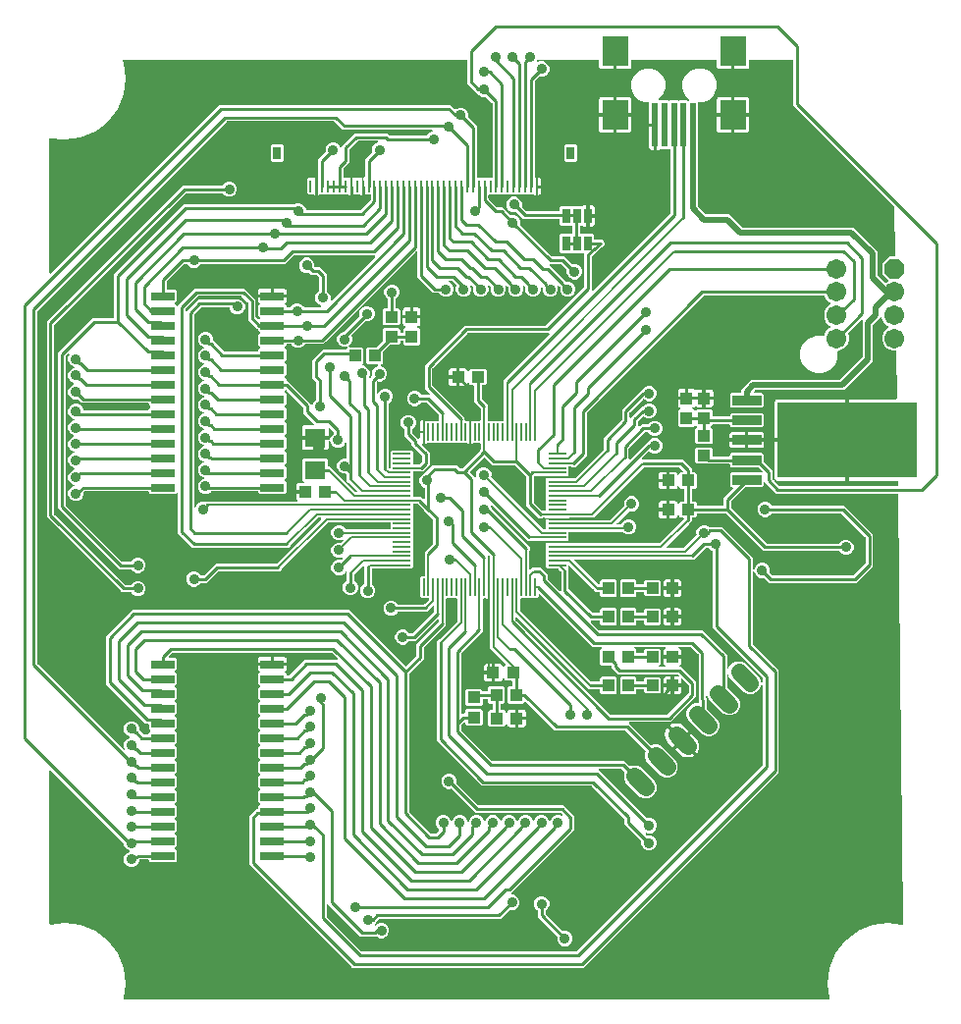
<source format=gtl>
G04 EAGLE Gerber RS-274X export*
G75*
%MOIN*%
%FSLAX34Y34*%
%LPD*%
%INComponent side*%
%IPPOS*%
%AMOC8*
5,1,8,0,0,1.08239X$1,22.5*%
G01*
%ADD10R,0.043307X0.039370*%
%ADD11R,0.070866X0.062992*%
%ADD12R,0.039370X0.043307*%
%ADD13R,0.025591X0.051181*%
%ADD14R,0.007874X0.059055*%
%ADD15R,0.059055X0.007874*%
%ADD16R,0.078740X0.029528*%
%ADD17R,0.472441X0.255906*%
%ADD18R,0.098425X0.033465*%
%ADD19C,0.056000*%
%ADD20R,0.039370X0.039370*%
%ADD21R,0.009843X0.039370*%
%ADD22R,0.027559X0.043307*%
%ADD23C,0.067500*%
%ADD24P,0.073061X8X112.500000*%
%ADD25R,0.090000X0.100000*%
%ADD26R,0.020000X0.150000*%
%ADD27C,0.007874*%
%ADD28C,0.009843*%
%ADD29C,0.035685*%
%ADD30C,0.019685*%

G36*
X27947Y1471D02*
X27947Y1471D01*
X27950Y1471D01*
X27952Y1472D01*
X27953Y1472D01*
X27956Y1474D01*
X27959Y1475D01*
X27960Y1476D01*
X27962Y1477D01*
X27964Y1479D01*
X27966Y1481D01*
X27967Y1482D01*
X27968Y1484D01*
X27970Y1487D01*
X27971Y1489D01*
X27972Y1491D01*
X27972Y1493D01*
X27973Y1496D01*
X27973Y1498D01*
X27973Y1501D01*
X27973Y1502D01*
X27973Y1503D01*
X27973Y1504D01*
X27908Y2000D01*
X27979Y2538D01*
X28186Y3040D01*
X28517Y3471D01*
X28548Y3495D01*
X28586Y3524D01*
X28739Y3641D01*
X28891Y3758D01*
X28929Y3788D01*
X28948Y3802D01*
X29450Y4010D01*
X29988Y4080D01*
X30453Y4019D01*
X30456Y4019D01*
X30459Y4019D01*
X30461Y4020D01*
X30462Y4020D01*
X30465Y4021D01*
X30468Y4022D01*
X30470Y4022D01*
X30471Y4023D01*
X30474Y4025D01*
X30476Y4027D01*
X30477Y4028D01*
X30479Y4029D01*
X30480Y4032D01*
X30482Y4034D01*
X30483Y4036D01*
X30484Y4037D01*
X30484Y4040D01*
X30486Y4043D01*
X30486Y4046D01*
X30486Y4047D01*
X30486Y4049D01*
X30306Y18617D01*
X30306Y18618D01*
X30306Y18619D01*
X30305Y18623D01*
X30304Y18626D01*
X30304Y18627D01*
X30304Y18628D01*
X30302Y18631D01*
X30300Y18635D01*
X30299Y18635D01*
X30299Y18636D01*
X30295Y18639D01*
X30293Y18641D01*
X30292Y18642D01*
X30291Y18642D01*
X30287Y18643D01*
X30284Y18645D01*
X30283Y18645D01*
X30282Y18645D01*
X30277Y18646D01*
X26177Y18646D01*
X26093Y18730D01*
X25791Y19032D01*
X25788Y19034D01*
X25786Y19036D01*
X25785Y19037D01*
X25783Y19038D01*
X25780Y19038D01*
X25778Y19040D01*
X25776Y19040D01*
X25774Y19040D01*
X25771Y19040D01*
X25768Y19041D01*
X25766Y19040D01*
X25764Y19040D01*
X25762Y19039D01*
X25759Y19038D01*
X25757Y19037D01*
X25755Y19037D01*
X25753Y19035D01*
X25751Y19033D01*
X25749Y19032D01*
X25748Y19031D01*
X25747Y19028D01*
X25745Y19026D01*
X25744Y19024D01*
X25743Y19022D01*
X25742Y19020D01*
X25741Y19017D01*
X25741Y19014D01*
X25741Y19013D01*
X25741Y19011D01*
X25741Y18914D01*
X25694Y18867D01*
X25117Y18867D01*
X25113Y18867D01*
X25109Y18866D01*
X25108Y18866D01*
X25107Y18866D01*
X25104Y18864D01*
X25100Y18862D01*
X25099Y18862D01*
X25099Y18861D01*
X25098Y18861D01*
X25096Y18859D01*
X24645Y18408D01*
X24643Y18405D01*
X24640Y18402D01*
X24640Y18401D01*
X24640Y18400D01*
X24638Y18396D01*
X24637Y18393D01*
X24637Y18392D01*
X24637Y18391D01*
X24637Y18390D01*
X24637Y18387D01*
X24637Y18176D01*
X24637Y18172D01*
X24638Y18168D01*
X24638Y18167D01*
X24638Y18166D01*
X24640Y18163D01*
X24642Y18159D01*
X24642Y18158D01*
X24643Y18158D01*
X24643Y18157D01*
X24645Y18155D01*
X25832Y16968D01*
X25835Y16966D01*
X25838Y16963D01*
X25839Y16963D01*
X25840Y16962D01*
X25844Y16961D01*
X25847Y16960D01*
X25849Y16960D01*
X25850Y16960D01*
X25853Y16959D01*
X28298Y16959D01*
X28303Y16960D01*
X28307Y16961D01*
X28308Y16961D01*
X28312Y16963D01*
X28316Y16965D01*
X28316Y16966D01*
X28319Y16969D01*
X28322Y16973D01*
X28324Y16977D01*
X28397Y17049D01*
X28492Y17089D01*
X28595Y17089D01*
X28689Y17049D01*
X28762Y16977D01*
X28801Y16882D01*
X28801Y16779D01*
X28762Y16685D01*
X28689Y16612D01*
X28595Y16573D01*
X28492Y16573D01*
X28397Y16612D01*
X28324Y16685D01*
X28322Y16688D01*
X28320Y16692D01*
X28316Y16695D01*
X28312Y16698D01*
X28308Y16700D01*
X28304Y16701D01*
X28303Y16701D01*
X28303Y16702D01*
X28298Y16702D01*
X25734Y16702D01*
X24463Y17973D01*
X24460Y17975D01*
X24457Y17978D01*
X24456Y17978D01*
X24455Y17979D01*
X24452Y17980D01*
X24448Y17981D01*
X24447Y17981D01*
X24446Y17981D01*
X24445Y17981D01*
X24442Y17982D01*
X23495Y17982D01*
X23494Y17981D01*
X23492Y17981D01*
X23489Y17981D01*
X23485Y17980D01*
X23484Y17979D01*
X23483Y17979D01*
X23480Y17977D01*
X23477Y17975D01*
X23476Y17975D01*
X23475Y17974D01*
X23473Y17971D01*
X23470Y17968D01*
X23470Y17967D01*
X23469Y17967D01*
X23468Y17963D01*
X23466Y17960D01*
X23466Y17959D01*
X23466Y17958D01*
X23465Y17952D01*
X23465Y17880D01*
X23419Y17834D01*
X23327Y17834D01*
X23326Y17834D01*
X23325Y17834D01*
X23322Y17833D01*
X23318Y17832D01*
X23317Y17832D01*
X23316Y17832D01*
X23313Y17830D01*
X23309Y17828D01*
X23309Y17827D01*
X23308Y17826D01*
X23305Y17824D01*
X23303Y17821D01*
X23302Y17820D01*
X23302Y17819D01*
X23300Y17815D01*
X23299Y17812D01*
X23299Y17811D01*
X23298Y17810D01*
X23298Y17805D01*
X23298Y17703D01*
X23223Y17627D01*
X23221Y17627D01*
X23217Y17627D01*
X23213Y17626D01*
X23212Y17626D01*
X23211Y17626D01*
X23208Y17624D01*
X23204Y17622D01*
X23203Y17621D01*
X23202Y17621D01*
X23200Y17619D01*
X22439Y16858D01*
X22438Y16855D01*
X22436Y16853D01*
X22435Y16852D01*
X22434Y16850D01*
X22433Y16847D01*
X22432Y16845D01*
X22431Y16843D01*
X22431Y16841D01*
X22431Y16838D01*
X22431Y16835D01*
X22431Y16833D01*
X22431Y16831D01*
X22432Y16829D01*
X22433Y16826D01*
X22434Y16824D01*
X22435Y16822D01*
X22437Y16820D01*
X22438Y16818D01*
X22440Y16816D01*
X22441Y16815D01*
X22443Y16813D01*
X22446Y16812D01*
X22447Y16811D01*
X22449Y16810D01*
X22452Y16809D01*
X22455Y16808D01*
X22457Y16808D01*
X22458Y16808D01*
X22459Y16808D01*
X22460Y16808D01*
X23025Y16808D01*
X23029Y16808D01*
X23033Y16809D01*
X23034Y16809D01*
X23035Y16809D01*
X23038Y16811D01*
X23042Y16813D01*
X23043Y16814D01*
X23044Y16815D01*
X23046Y16816D01*
X23460Y17230D01*
X23460Y17231D01*
X23463Y17234D01*
X23466Y17238D01*
X23467Y17243D01*
X23468Y17247D01*
X23468Y17248D01*
X23468Y17252D01*
X23468Y17257D01*
X23466Y17262D01*
X23463Y17272D01*
X23463Y17374D01*
X23502Y17469D01*
X23574Y17541D01*
X23669Y17581D01*
X23772Y17581D01*
X23867Y17541D01*
X23874Y17534D01*
X23877Y17532D01*
X23880Y17529D01*
X23881Y17529D01*
X23882Y17528D01*
X23886Y17527D01*
X23889Y17526D01*
X23891Y17526D01*
X23892Y17526D01*
X23895Y17525D01*
X24340Y17525D01*
X25375Y16490D01*
X25375Y16106D01*
X25375Y16102D01*
X25376Y16098D01*
X25376Y16097D01*
X25376Y16096D01*
X25378Y16093D01*
X25380Y16089D01*
X25381Y16088D01*
X25384Y16085D01*
X25386Y16082D01*
X25387Y16082D01*
X25388Y16081D01*
X25391Y16080D01*
X25395Y16078D01*
X25396Y16078D01*
X25397Y16077D01*
X25400Y16077D01*
X25404Y16076D01*
X25405Y16077D01*
X25406Y16077D01*
X25410Y16077D01*
X25414Y16078D01*
X25414Y16079D01*
X25415Y16079D01*
X25419Y16081D01*
X25422Y16083D01*
X25423Y16083D01*
X25423Y16084D01*
X25426Y16087D01*
X25429Y16090D01*
X25429Y16091D01*
X25430Y16092D01*
X25431Y16095D01*
X25470Y16189D01*
X25543Y16262D01*
X25638Y16301D01*
X25740Y16301D01*
X25835Y16262D01*
X25908Y16189D01*
X25947Y16095D01*
X25947Y15992D01*
X25946Y15988D01*
X25945Y15983D01*
X25945Y15978D01*
X25946Y15974D01*
X25948Y15969D01*
X25950Y15965D01*
X25954Y15961D01*
X26029Y15885D01*
X26032Y15883D01*
X26035Y15881D01*
X26036Y15880D01*
X26037Y15880D01*
X26041Y15879D01*
X26044Y15877D01*
X26045Y15877D01*
X26046Y15877D01*
X26047Y15877D01*
X26050Y15877D01*
X28773Y15877D01*
X28777Y15877D01*
X28781Y15878D01*
X28782Y15878D01*
X28783Y15878D01*
X28786Y15880D01*
X28790Y15882D01*
X28791Y15883D01*
X28792Y15883D01*
X28794Y15885D01*
X29193Y16285D01*
X29196Y16288D01*
X29198Y16291D01*
X29199Y16292D01*
X29199Y16293D01*
X29200Y16296D01*
X29202Y16300D01*
X29202Y16301D01*
X29202Y16302D01*
X29202Y16303D01*
X29202Y16306D01*
X29202Y17159D01*
X29201Y17163D01*
X29201Y17167D01*
X29201Y17168D01*
X29200Y17168D01*
X29199Y17172D01*
X29197Y17176D01*
X29196Y17176D01*
X29196Y17177D01*
X29195Y17177D01*
X29193Y17180D01*
X28395Y17978D01*
X28392Y17980D01*
X28389Y17983D01*
X28388Y17983D01*
X28387Y17983D01*
X28384Y17985D01*
X28380Y17986D01*
X28379Y17986D01*
X28378Y17986D01*
X28377Y17986D01*
X28375Y17986D01*
X26038Y17986D01*
X26037Y17986D01*
X26033Y17986D01*
X26028Y17985D01*
X26024Y17983D01*
X26020Y17980D01*
X26016Y17977D01*
X26013Y17973D01*
X26011Y17969D01*
X25938Y17896D01*
X25844Y17857D01*
X25741Y17857D01*
X25646Y17896D01*
X25574Y17969D01*
X25534Y18064D01*
X25534Y18166D01*
X25574Y18261D01*
X25646Y18334D01*
X25741Y18373D01*
X25844Y18373D01*
X25938Y18334D01*
X26011Y18261D01*
X26013Y18258D01*
X26016Y18254D01*
X26019Y18251D01*
X26023Y18248D01*
X26028Y18246D01*
X26032Y18244D01*
X26038Y18244D01*
X28493Y18244D01*
X29459Y17278D01*
X29459Y16187D01*
X28892Y15619D01*
X25931Y15619D01*
X25771Y15779D01*
X25767Y15782D01*
X25764Y15784D01*
X25759Y15786D01*
X25755Y15787D01*
X25754Y15787D01*
X25750Y15787D01*
X25745Y15787D01*
X25741Y15785D01*
X25638Y15785D01*
X25543Y15825D01*
X25470Y15897D01*
X25431Y15992D01*
X25429Y15995D01*
X25427Y15999D01*
X25426Y15999D01*
X25426Y16000D01*
X25423Y16003D01*
X25420Y16005D01*
X25419Y16006D01*
X25415Y16008D01*
X25411Y16009D01*
X25410Y16010D01*
X25406Y16010D01*
X25402Y16010D01*
X25401Y16010D01*
X25400Y16010D01*
X25396Y16009D01*
X25393Y16008D01*
X25392Y16007D01*
X25391Y16007D01*
X25388Y16005D01*
X25385Y16003D01*
X25384Y16002D01*
X25383Y16001D01*
X25381Y15998D01*
X25379Y15995D01*
X25378Y15994D01*
X25377Y15990D01*
X25375Y15986D01*
X25375Y15985D01*
X25375Y15984D01*
X25375Y15981D01*
X25375Y13550D01*
X25375Y13549D01*
X25375Y13548D01*
X25375Y13546D01*
X25376Y13542D01*
X25376Y13541D01*
X25376Y13540D01*
X25378Y13537D01*
X25380Y13533D01*
X25381Y13532D01*
X25381Y13531D01*
X25383Y13529D01*
X26261Y12652D01*
X26261Y9174D01*
X19640Y2553D01*
X11782Y2553D01*
X8371Y5965D01*
X8287Y6049D01*
X8287Y7706D01*
X8510Y7929D01*
X8560Y7929D01*
X8561Y7929D01*
X8562Y7929D01*
X8566Y7930D01*
X8570Y7930D01*
X8570Y7931D01*
X8571Y7931D01*
X8575Y7933D01*
X8578Y7935D01*
X8579Y7936D01*
X8580Y7936D01*
X8582Y7939D01*
X8584Y7942D01*
X8585Y7943D01*
X8586Y7944D01*
X8587Y7947D01*
X8588Y7951D01*
X8588Y7952D01*
X8589Y7953D01*
X8589Y7958D01*
X8589Y8037D01*
X8638Y8086D01*
X8639Y8086D01*
X8640Y8087D01*
X8641Y8090D01*
X8644Y8093D01*
X8644Y8094D01*
X8645Y8095D01*
X8645Y8099D01*
X8646Y8103D01*
X8646Y8104D01*
X8647Y8105D01*
X8646Y8108D01*
X8646Y8112D01*
X8646Y8113D01*
X8646Y8114D01*
X8644Y8118D01*
X8643Y8121D01*
X8642Y8122D01*
X8642Y8123D01*
X8638Y8127D01*
X8589Y8176D01*
X8589Y8537D01*
X8638Y8586D01*
X8639Y8586D01*
X8640Y8587D01*
X8641Y8590D01*
X8644Y8593D01*
X8644Y8594D01*
X8645Y8595D01*
X8645Y8599D01*
X8646Y8603D01*
X8646Y8604D01*
X8647Y8605D01*
X8646Y8608D01*
X8646Y8612D01*
X8646Y8613D01*
X8646Y8614D01*
X8644Y8618D01*
X8643Y8621D01*
X8642Y8622D01*
X8642Y8623D01*
X8638Y8627D01*
X8589Y8676D01*
X8589Y9037D01*
X8638Y9086D01*
X8639Y9086D01*
X8640Y9087D01*
X8641Y9090D01*
X8644Y9093D01*
X8644Y9094D01*
X8645Y9095D01*
X8645Y9099D01*
X8646Y9103D01*
X8646Y9104D01*
X8647Y9105D01*
X8646Y9108D01*
X8646Y9112D01*
X8646Y9113D01*
X8646Y9114D01*
X8644Y9118D01*
X8643Y9121D01*
X8642Y9122D01*
X8642Y9123D01*
X8638Y9127D01*
X8589Y9176D01*
X8589Y9537D01*
X8638Y9586D01*
X8639Y9586D01*
X8640Y9587D01*
X8641Y9590D01*
X8644Y9593D01*
X8644Y9594D01*
X8645Y9595D01*
X8645Y9599D01*
X8646Y9603D01*
X8646Y9604D01*
X8647Y9605D01*
X8646Y9608D01*
X8646Y9612D01*
X8646Y9613D01*
X8646Y9614D01*
X8644Y9618D01*
X8643Y9621D01*
X8642Y9622D01*
X8642Y9623D01*
X8638Y9627D01*
X8589Y9676D01*
X8589Y10037D01*
X8638Y10086D01*
X8639Y10086D01*
X8640Y10087D01*
X8641Y10090D01*
X8644Y10093D01*
X8644Y10094D01*
X8645Y10095D01*
X8645Y10099D01*
X8646Y10103D01*
X8646Y10104D01*
X8647Y10105D01*
X8646Y10108D01*
X8646Y10112D01*
X8646Y10113D01*
X8646Y10114D01*
X8644Y10118D01*
X8643Y10121D01*
X8642Y10122D01*
X8642Y10123D01*
X8638Y10127D01*
X8589Y10176D01*
X8589Y10537D01*
X8638Y10586D01*
X8639Y10586D01*
X8640Y10587D01*
X8641Y10590D01*
X8644Y10593D01*
X8644Y10594D01*
X8645Y10595D01*
X8645Y10599D01*
X8646Y10603D01*
X8646Y10604D01*
X8647Y10605D01*
X8646Y10608D01*
X8646Y10612D01*
X8646Y10613D01*
X8646Y10614D01*
X8644Y10618D01*
X8643Y10621D01*
X8642Y10622D01*
X8642Y10623D01*
X8638Y10627D01*
X8589Y10676D01*
X8589Y11037D01*
X8638Y11086D01*
X8639Y11086D01*
X8640Y11087D01*
X8641Y11090D01*
X8644Y11093D01*
X8644Y11094D01*
X8645Y11095D01*
X8645Y11099D01*
X8646Y11103D01*
X8646Y11104D01*
X8647Y11105D01*
X8646Y11108D01*
X8646Y11112D01*
X8646Y11113D01*
X8646Y11114D01*
X8644Y11118D01*
X8643Y11121D01*
X8642Y11122D01*
X8642Y11123D01*
X8638Y11127D01*
X8589Y11176D01*
X8589Y11537D01*
X8638Y11586D01*
X8639Y11586D01*
X8640Y11587D01*
X8641Y11590D01*
X8644Y11593D01*
X8644Y11594D01*
X8645Y11595D01*
X8645Y11599D01*
X8646Y11603D01*
X8646Y11604D01*
X8647Y11605D01*
X8646Y11608D01*
X8646Y11612D01*
X8646Y11613D01*
X8646Y11614D01*
X8644Y11618D01*
X8643Y11621D01*
X8642Y11622D01*
X8642Y11623D01*
X8638Y11627D01*
X8589Y11676D01*
X8589Y12037D01*
X8638Y12086D01*
X8639Y12086D01*
X8640Y12087D01*
X8641Y12090D01*
X8644Y12093D01*
X8644Y12094D01*
X8645Y12095D01*
X8645Y12099D01*
X8646Y12103D01*
X8646Y12104D01*
X8647Y12105D01*
X8646Y12108D01*
X8646Y12112D01*
X8646Y12113D01*
X8646Y12114D01*
X8644Y12118D01*
X8643Y12121D01*
X8642Y12122D01*
X8642Y12123D01*
X8638Y12127D01*
X8589Y12176D01*
X8589Y12537D01*
X8627Y12574D01*
X8629Y12578D01*
X8632Y12582D01*
X8634Y12587D01*
X8635Y12591D01*
X8635Y12596D01*
X8635Y12601D01*
X8633Y12605D01*
X8631Y12610D01*
X8628Y12613D01*
X8625Y12617D01*
X8621Y12620D01*
X8607Y12628D01*
X8588Y12647D01*
X8575Y12670D01*
X8568Y12695D01*
X8568Y12797D01*
X9033Y12797D01*
X9034Y12797D01*
X9035Y12797D01*
X9038Y12798D01*
X9042Y12799D01*
X9043Y12799D01*
X9044Y12799D01*
X9047Y12801D01*
X9050Y12803D01*
X9051Y12804D01*
X9052Y12804D01*
X9054Y12807D01*
X9057Y12810D01*
X9057Y12811D01*
X9058Y12812D01*
X9059Y12815D01*
X9061Y12819D01*
X9061Y12820D01*
X9061Y12821D01*
X9062Y12826D01*
X9062Y12857D01*
X9063Y12857D01*
X9063Y12826D01*
X9063Y12825D01*
X9063Y12824D01*
X9064Y12821D01*
X9065Y12817D01*
X9065Y12816D01*
X9066Y12815D01*
X9068Y12812D01*
X9069Y12808D01*
X9070Y12808D01*
X9071Y12807D01*
X9074Y12804D01*
X9076Y12802D01*
X9077Y12801D01*
X9078Y12801D01*
X9082Y12800D01*
X9085Y12798D01*
X9086Y12798D01*
X9087Y12798D01*
X9093Y12797D01*
X9557Y12797D01*
X9557Y12695D01*
X9550Y12670D01*
X9537Y12647D01*
X9518Y12628D01*
X9504Y12620D01*
X9501Y12617D01*
X9497Y12614D01*
X9495Y12610D01*
X9492Y12606D01*
X9491Y12601D01*
X9490Y12597D01*
X9490Y12592D01*
X9491Y12587D01*
X9493Y12583D01*
X9495Y12578D01*
X9498Y12574D01*
X9536Y12537D01*
X9536Y12514D01*
X9536Y12513D01*
X9536Y12512D01*
X9537Y12509D01*
X9537Y12505D01*
X9538Y12504D01*
X9538Y12503D01*
X9540Y12500D01*
X9542Y12496D01*
X9543Y12496D01*
X9543Y12495D01*
X9546Y12492D01*
X9549Y12490D01*
X9550Y12489D01*
X9551Y12489D01*
X9554Y12487D01*
X9558Y12486D01*
X9559Y12486D01*
X9560Y12485D01*
X9565Y12485D01*
X9633Y12485D01*
X9637Y12486D01*
X9641Y12486D01*
X9642Y12486D01*
X9643Y12487D01*
X9646Y12488D01*
X9650Y12490D01*
X9651Y12491D01*
X9652Y12492D01*
X9654Y12494D01*
X10171Y13010D01*
X11245Y13010D01*
X11248Y13011D01*
X11251Y13011D01*
X11252Y13012D01*
X11254Y13012D01*
X11257Y13013D01*
X11260Y13014D01*
X11261Y13016D01*
X11263Y13017D01*
X11265Y13019D01*
X11267Y13021D01*
X11268Y13022D01*
X11269Y13024D01*
X11270Y13026D01*
X11272Y13029D01*
X11272Y13031D01*
X11273Y13032D01*
X11273Y13035D01*
X11274Y13038D01*
X11274Y13040D01*
X11274Y13042D01*
X11273Y13045D01*
X11273Y13048D01*
X11272Y13049D01*
X11272Y13051D01*
X11270Y13054D01*
X11269Y13056D01*
X11267Y13058D01*
X11267Y13059D01*
X11266Y13060D01*
X11265Y13060D01*
X11077Y13249D01*
X11074Y13251D01*
X11071Y13253D01*
X11070Y13254D01*
X11066Y13255D01*
X11062Y13257D01*
X11061Y13257D01*
X11060Y13257D01*
X11057Y13257D01*
X5676Y13257D01*
X5672Y13256D01*
X5668Y13256D01*
X5667Y13256D01*
X5666Y13256D01*
X5663Y13254D01*
X5659Y13252D01*
X5658Y13251D01*
X5657Y13250D01*
X5655Y13249D01*
X5540Y13133D01*
X5538Y13131D01*
X5536Y13129D01*
X5535Y13127D01*
X5534Y13126D01*
X5533Y13123D01*
X5532Y13120D01*
X5532Y13118D01*
X5531Y13116D01*
X5532Y13113D01*
X5531Y13111D01*
X5532Y13109D01*
X5532Y13107D01*
X5533Y13104D01*
X5534Y13101D01*
X5535Y13100D01*
X5535Y13098D01*
X5537Y13096D01*
X5539Y13093D01*
X5540Y13092D01*
X5541Y13091D01*
X5544Y13089D01*
X5546Y13087D01*
X5548Y13087D01*
X5549Y13086D01*
X5552Y13085D01*
X5555Y13084D01*
X5558Y13084D01*
X5559Y13083D01*
X5559Y13084D01*
X5560Y13083D01*
X5766Y13083D01*
X5812Y13037D01*
X5812Y12676D01*
X5763Y12627D01*
X5763Y12626D01*
X5762Y12625D01*
X5760Y12622D01*
X5758Y12619D01*
X5758Y12618D01*
X5757Y12617D01*
X5756Y12614D01*
X5755Y12610D01*
X5755Y12609D01*
X5755Y12608D01*
X5755Y12604D01*
X5756Y12600D01*
X5756Y12599D01*
X5756Y12598D01*
X5758Y12595D01*
X5759Y12592D01*
X5760Y12591D01*
X5760Y12590D01*
X5763Y12586D01*
X5812Y12537D01*
X5812Y12176D01*
X5763Y12127D01*
X5763Y12126D01*
X5762Y12125D01*
X5760Y12122D01*
X5758Y12119D01*
X5758Y12118D01*
X5757Y12117D01*
X5756Y12114D01*
X5755Y12110D01*
X5755Y12109D01*
X5755Y12108D01*
X5755Y12104D01*
X5756Y12100D01*
X5756Y12099D01*
X5756Y12098D01*
X5758Y12095D01*
X5759Y12092D01*
X5760Y12091D01*
X5760Y12090D01*
X5763Y12086D01*
X5812Y12037D01*
X5812Y11676D01*
X5763Y11627D01*
X5763Y11626D01*
X5762Y11625D01*
X5760Y11622D01*
X5758Y11619D01*
X5758Y11618D01*
X5757Y11617D01*
X5756Y11614D01*
X5755Y11610D01*
X5755Y11609D01*
X5755Y11608D01*
X5755Y11604D01*
X5756Y11600D01*
X5756Y11599D01*
X5756Y11598D01*
X5758Y11595D01*
X5759Y11592D01*
X5760Y11591D01*
X5760Y11590D01*
X5763Y11586D01*
X5812Y11537D01*
X5812Y11176D01*
X5763Y11127D01*
X5763Y11126D01*
X5762Y11125D01*
X5760Y11122D01*
X5758Y11119D01*
X5758Y11118D01*
X5757Y11117D01*
X5756Y11114D01*
X5755Y11110D01*
X5755Y11109D01*
X5755Y11108D01*
X5755Y11104D01*
X5756Y11100D01*
X5756Y11099D01*
X5756Y11098D01*
X5758Y11095D01*
X5759Y11092D01*
X5760Y11091D01*
X5760Y11090D01*
X5763Y11086D01*
X5812Y11037D01*
X5812Y10676D01*
X5763Y10627D01*
X5763Y10626D01*
X5762Y10625D01*
X5760Y10622D01*
X5758Y10619D01*
X5758Y10618D01*
X5757Y10617D01*
X5756Y10614D01*
X5755Y10610D01*
X5755Y10609D01*
X5755Y10608D01*
X5755Y10604D01*
X5756Y10600D01*
X5756Y10599D01*
X5756Y10598D01*
X5758Y10595D01*
X5759Y10592D01*
X5760Y10591D01*
X5760Y10590D01*
X5763Y10586D01*
X5812Y10537D01*
X5812Y10176D01*
X5763Y10127D01*
X5763Y10126D01*
X5762Y10125D01*
X5760Y10122D01*
X5758Y10119D01*
X5758Y10118D01*
X5757Y10117D01*
X5756Y10114D01*
X5755Y10110D01*
X5755Y10109D01*
X5755Y10108D01*
X5755Y10104D01*
X5756Y10100D01*
X5756Y10099D01*
X5756Y10098D01*
X5758Y10095D01*
X5759Y10092D01*
X5760Y10091D01*
X5760Y10090D01*
X5763Y10086D01*
X5812Y10037D01*
X5812Y9676D01*
X5763Y9627D01*
X5763Y9626D01*
X5762Y9625D01*
X5760Y9622D01*
X5758Y9619D01*
X5758Y9618D01*
X5757Y9617D01*
X5756Y9614D01*
X5755Y9610D01*
X5755Y9609D01*
X5755Y9608D01*
X5755Y9604D01*
X5756Y9600D01*
X5756Y9599D01*
X5756Y9598D01*
X5758Y9595D01*
X5759Y9592D01*
X5760Y9591D01*
X5760Y9590D01*
X5763Y9586D01*
X5812Y9537D01*
X5812Y9176D01*
X5763Y9127D01*
X5763Y9126D01*
X5762Y9125D01*
X5760Y9122D01*
X5758Y9119D01*
X5758Y9118D01*
X5757Y9117D01*
X5756Y9114D01*
X5755Y9110D01*
X5755Y9109D01*
X5755Y9108D01*
X5755Y9104D01*
X5756Y9100D01*
X5756Y9099D01*
X5756Y9098D01*
X5758Y9095D01*
X5759Y9092D01*
X5760Y9091D01*
X5760Y9090D01*
X5763Y9086D01*
X5812Y9037D01*
X5812Y8676D01*
X5763Y8627D01*
X5763Y8626D01*
X5762Y8625D01*
X5760Y8622D01*
X5758Y8619D01*
X5758Y8618D01*
X5757Y8617D01*
X5756Y8614D01*
X5755Y8610D01*
X5755Y8609D01*
X5755Y8608D01*
X5755Y8604D01*
X5756Y8600D01*
X5756Y8599D01*
X5756Y8598D01*
X5758Y8595D01*
X5759Y8592D01*
X5760Y8591D01*
X5760Y8590D01*
X5763Y8586D01*
X5812Y8537D01*
X5812Y8176D01*
X5763Y8127D01*
X5763Y8126D01*
X5762Y8125D01*
X5760Y8122D01*
X5758Y8119D01*
X5758Y8118D01*
X5757Y8117D01*
X5756Y8114D01*
X5755Y8110D01*
X5755Y8109D01*
X5755Y8108D01*
X5755Y8104D01*
X5756Y8100D01*
X5756Y8099D01*
X5756Y8098D01*
X5758Y8095D01*
X5759Y8092D01*
X5760Y8091D01*
X5760Y8090D01*
X5763Y8086D01*
X5812Y8037D01*
X5812Y7676D01*
X5763Y7627D01*
X5763Y7626D01*
X5762Y7625D01*
X5760Y7622D01*
X5758Y7619D01*
X5758Y7618D01*
X5757Y7617D01*
X5756Y7614D01*
X5755Y7610D01*
X5755Y7609D01*
X5755Y7608D01*
X5755Y7604D01*
X5756Y7600D01*
X5756Y7599D01*
X5756Y7598D01*
X5758Y7595D01*
X5759Y7592D01*
X5760Y7591D01*
X5760Y7590D01*
X5763Y7586D01*
X5812Y7537D01*
X5812Y7176D01*
X5763Y7127D01*
X5763Y7126D01*
X5762Y7125D01*
X5760Y7122D01*
X5758Y7119D01*
X5758Y7118D01*
X5757Y7117D01*
X5756Y7114D01*
X5755Y7110D01*
X5755Y7109D01*
X5755Y7108D01*
X5755Y7104D01*
X5756Y7100D01*
X5756Y7099D01*
X5756Y7098D01*
X5758Y7095D01*
X5759Y7092D01*
X5760Y7091D01*
X5760Y7090D01*
X5763Y7086D01*
X5812Y7037D01*
X5812Y6676D01*
X5763Y6627D01*
X5763Y6626D01*
X5762Y6625D01*
X5760Y6622D01*
X5758Y6619D01*
X5758Y6618D01*
X5757Y6617D01*
X5756Y6614D01*
X5755Y6610D01*
X5755Y6609D01*
X5755Y6608D01*
X5755Y6604D01*
X5756Y6600D01*
X5756Y6599D01*
X5756Y6598D01*
X5758Y6595D01*
X5759Y6592D01*
X5760Y6591D01*
X5760Y6590D01*
X5763Y6586D01*
X5812Y6537D01*
X5812Y6176D01*
X5766Y6129D01*
X4912Y6129D01*
X4866Y6176D01*
X4866Y6198D01*
X4866Y6199D01*
X4866Y6200D01*
X4865Y6204D01*
X4864Y6208D01*
X4864Y6209D01*
X4864Y6210D01*
X4862Y6213D01*
X4860Y6216D01*
X4859Y6217D01*
X4858Y6218D01*
X4856Y6220D01*
X4853Y6223D01*
X4852Y6223D01*
X4851Y6224D01*
X4847Y6225D01*
X4844Y6227D01*
X4843Y6227D01*
X4842Y6227D01*
X4837Y6228D01*
X4568Y6228D01*
X4563Y6227D01*
X4559Y6226D01*
X4558Y6226D01*
X4554Y6224D01*
X4553Y6224D01*
X4551Y6222D01*
X4550Y6222D01*
X4549Y6221D01*
X4547Y6220D01*
X4546Y6219D01*
X4545Y6218D01*
X4543Y6215D01*
X4541Y6212D01*
X4541Y6211D01*
X4540Y6210D01*
X4539Y6207D01*
X4538Y6203D01*
X4537Y6202D01*
X4537Y6201D01*
X4537Y6200D01*
X4537Y6198D01*
X4537Y6176D01*
X4498Y6081D01*
X4425Y6008D01*
X4331Y5969D01*
X4228Y5969D01*
X4133Y6008D01*
X4061Y6081D01*
X4021Y6176D01*
X4021Y6278D01*
X4061Y6373D01*
X4133Y6446D01*
X4208Y6477D01*
X4211Y6478D01*
X4214Y6480D01*
X4215Y6481D01*
X4217Y6482D01*
X4218Y6484D01*
X4220Y6486D01*
X4221Y6488D01*
X4223Y6489D01*
X4224Y6492D01*
X4225Y6495D01*
X4225Y6497D01*
X4226Y6498D01*
X4226Y6501D01*
X4226Y6504D01*
X4226Y6506D01*
X4226Y6508D01*
X4225Y6511D01*
X4225Y6514D01*
X4224Y6515D01*
X4223Y6517D01*
X4222Y6519D01*
X4220Y6522D01*
X4219Y6523D01*
X4218Y6525D01*
X4215Y6526D01*
X4213Y6528D01*
X4211Y6530D01*
X4210Y6530D01*
X4209Y6530D01*
X4208Y6531D01*
X4133Y6562D01*
X4061Y6635D01*
X4021Y6729D01*
X4021Y6759D01*
X4021Y6763D01*
X4020Y6767D01*
X4020Y6768D01*
X4018Y6772D01*
X4016Y6776D01*
X4015Y6776D01*
X4015Y6777D01*
X4013Y6780D01*
X1540Y9252D01*
X1538Y9254D01*
X1536Y9256D01*
X1534Y9256D01*
X1533Y9258D01*
X1530Y9258D01*
X1527Y9260D01*
X1525Y9260D01*
X1523Y9260D01*
X1520Y9260D01*
X1518Y9261D01*
X1516Y9260D01*
X1514Y9260D01*
X1511Y9259D01*
X1508Y9258D01*
X1507Y9257D01*
X1505Y9257D01*
X1503Y9255D01*
X1500Y9253D01*
X1499Y9252D01*
X1498Y9250D01*
X1496Y9248D01*
X1494Y9246D01*
X1494Y9244D01*
X1493Y9242D01*
X1492Y9239D01*
X1491Y9237D01*
X1491Y9234D01*
X1490Y9233D01*
X1491Y9232D01*
X1490Y9231D01*
X1490Y4047D01*
X1491Y4044D01*
X1491Y4041D01*
X1492Y4039D01*
X1492Y4037D01*
X1493Y4035D01*
X1494Y4032D01*
X1496Y4031D01*
X1497Y4029D01*
X1499Y4027D01*
X1501Y4025D01*
X1502Y4024D01*
X1504Y4022D01*
X1506Y4021D01*
X1509Y4020D01*
X1511Y4019D01*
X1512Y4018D01*
X1515Y4018D01*
X1518Y4018D01*
X1521Y4018D01*
X1522Y4018D01*
X1524Y4018D01*
X2000Y4080D01*
X2538Y4010D01*
X3040Y3802D01*
X3471Y3471D01*
X3802Y3040D01*
X4010Y2538D01*
X4080Y2000D01*
X4015Y1504D01*
X4015Y1501D01*
X4015Y1498D01*
X4015Y1496D01*
X4015Y1494D01*
X4017Y1491D01*
X4017Y1489D01*
X4018Y1487D01*
X4019Y1485D01*
X4021Y1483D01*
X4022Y1481D01*
X4024Y1479D01*
X4025Y1478D01*
X4027Y1476D01*
X4030Y1475D01*
X4032Y1474D01*
X4033Y1473D01*
X4036Y1472D01*
X4039Y1471D01*
X4042Y1471D01*
X4043Y1471D01*
X4044Y1471D01*
X27944Y1471D01*
X27947Y1471D01*
G37*
G36*
X14208Y18463D02*
X14208Y18463D01*
X14210Y18463D01*
X14213Y18464D01*
X14216Y18465D01*
X14217Y18466D01*
X14219Y18466D01*
X14221Y18468D01*
X14224Y18470D01*
X14225Y18471D01*
X14226Y18472D01*
X14228Y18475D01*
X14230Y18477D01*
X14230Y18479D01*
X14231Y18481D01*
X14232Y18483D01*
X14233Y18486D01*
X14233Y18489D01*
X14233Y18490D01*
X14234Y18492D01*
X14234Y18832D01*
X14233Y18832D01*
X14234Y18832D01*
X14233Y18837D01*
X14232Y18841D01*
X14232Y18842D01*
X14230Y18846D01*
X14227Y18850D01*
X14224Y18853D01*
X14220Y18856D01*
X14215Y18859D01*
X14175Y18876D01*
X14102Y18948D01*
X14063Y19043D01*
X14063Y19146D01*
X14102Y19241D01*
X14175Y19313D01*
X14229Y19336D01*
X14232Y19337D01*
X14235Y19339D01*
X14237Y19340D01*
X14237Y19341D01*
X14238Y19341D01*
X14239Y19342D01*
X14430Y19533D01*
X14514Y19617D01*
X15309Y19617D01*
X15399Y19527D01*
X15402Y19525D01*
X15405Y19522D01*
X15406Y19522D01*
X15407Y19521D01*
X15411Y19520D01*
X15414Y19519D01*
X15415Y19519D01*
X15416Y19519D01*
X15417Y19519D01*
X15420Y19518D01*
X15510Y19518D01*
X15514Y19519D01*
X15518Y19520D01*
X15519Y19520D01*
X15520Y19520D01*
X15523Y19522D01*
X15527Y19524D01*
X15528Y19524D01*
X15528Y19525D01*
X15529Y19525D01*
X15531Y19527D01*
X16115Y20111D01*
X16117Y20114D01*
X16125Y20122D01*
X16127Y20125D01*
X16129Y20128D01*
X16130Y20129D01*
X16131Y20133D01*
X16133Y20137D01*
X16133Y20138D01*
X16133Y20139D01*
X16133Y20142D01*
X16133Y20340D01*
X16133Y20341D01*
X16133Y20342D01*
X16132Y20346D01*
X16132Y20350D01*
X16131Y20350D01*
X16131Y20351D01*
X16129Y20355D01*
X16127Y20358D01*
X16126Y20359D01*
X16126Y20360D01*
X16123Y20362D01*
X16120Y20364D01*
X16119Y20365D01*
X16118Y20366D01*
X16115Y20367D01*
X16111Y20368D01*
X16110Y20368D01*
X16109Y20369D01*
X16104Y20369D01*
X15891Y20369D01*
X15890Y20369D01*
X15886Y20369D01*
X15881Y20368D01*
X15876Y20365D01*
X15858Y20355D01*
X15832Y20348D01*
X15809Y20348D01*
X15809Y20744D01*
X15809Y21140D01*
X15832Y21140D01*
X15858Y21133D01*
X15876Y21123D01*
X15881Y21121D01*
X15885Y21119D01*
X15891Y21119D01*
X16104Y21119D01*
X16105Y21119D01*
X16106Y21119D01*
X16110Y21120D01*
X16113Y21120D01*
X16114Y21121D01*
X16115Y21121D01*
X16118Y21123D01*
X16122Y21125D01*
X16122Y21126D01*
X16123Y21126D01*
X16126Y21129D01*
X16128Y21132D01*
X16129Y21133D01*
X16129Y21134D01*
X16131Y21137D01*
X16132Y21141D01*
X16132Y21142D01*
X16133Y21143D01*
X16133Y21148D01*
X16133Y21527D01*
X16132Y21531D01*
X16132Y21535D01*
X16132Y21536D01*
X16132Y21537D01*
X16130Y21540D01*
X16128Y21544D01*
X16127Y21544D01*
X16127Y21545D01*
X16126Y21546D01*
X16125Y21548D01*
X15907Y21766D01*
X15907Y22301D01*
X15907Y22302D01*
X15907Y22303D01*
X15906Y22306D01*
X15905Y22310D01*
X15905Y22311D01*
X15904Y22312D01*
X15902Y22315D01*
X15901Y22319D01*
X15900Y22319D01*
X15899Y22320D01*
X15896Y22323D01*
X15894Y22325D01*
X15893Y22326D01*
X15892Y22326D01*
X15888Y22327D01*
X15885Y22329D01*
X15884Y22329D01*
X15883Y22329D01*
X15877Y22330D01*
X15786Y22330D01*
X15739Y22377D01*
X15739Y22383D01*
X15739Y22384D01*
X15739Y22385D01*
X15738Y22389D01*
X15738Y22392D01*
X15737Y22393D01*
X15737Y22394D01*
X15735Y22397D01*
X15733Y22401D01*
X15732Y22402D01*
X15729Y22405D01*
X15726Y22407D01*
X15725Y22408D01*
X15721Y22410D01*
X15718Y22411D01*
X15717Y22411D01*
X15716Y22412D01*
X15712Y22412D01*
X15708Y22412D01*
X15707Y22412D01*
X15706Y22412D01*
X15702Y22411D01*
X15699Y22410D01*
X15698Y22409D01*
X15697Y22409D01*
X15694Y22407D01*
X15691Y22405D01*
X15690Y22404D01*
X15689Y22403D01*
X15687Y22400D01*
X15685Y22397D01*
X15684Y22396D01*
X15682Y22391D01*
X15677Y22371D01*
X15663Y22348D01*
X15645Y22329D01*
X15622Y22316D01*
X15596Y22309D01*
X15425Y22309D01*
X15425Y22576D01*
X15425Y22577D01*
X15425Y22578D01*
X15424Y22582D01*
X15424Y22586D01*
X15423Y22587D01*
X15423Y22588D01*
X15421Y22591D01*
X15419Y22594D01*
X15419Y22595D01*
X15418Y22596D01*
X15415Y22598D01*
X15412Y22601D01*
X15411Y22601D01*
X15411Y22602D01*
X15407Y22603D01*
X15404Y22605D01*
X15403Y22605D01*
X15402Y22605D01*
X15396Y22606D01*
X15365Y22606D01*
X15365Y22607D01*
X15396Y22607D01*
X15397Y22607D01*
X15398Y22607D01*
X15402Y22608D01*
X15406Y22609D01*
X15407Y22609D01*
X15408Y22609D01*
X15411Y22611D01*
X15414Y22613D01*
X15415Y22614D01*
X15416Y22614D01*
X15418Y22617D01*
X15421Y22620D01*
X15421Y22621D01*
X15422Y22622D01*
X15423Y22625D01*
X15424Y22629D01*
X15425Y22630D01*
X15425Y22631D01*
X15425Y22636D01*
X15425Y22904D01*
X15596Y22904D01*
X15622Y22897D01*
X15645Y22884D01*
X15663Y22865D01*
X15677Y22842D01*
X15682Y22822D01*
X15682Y22821D01*
X15682Y22820D01*
X15684Y22817D01*
X15686Y22813D01*
X15687Y22813D01*
X15687Y22812D01*
X15690Y22809D01*
X15692Y22806D01*
X15693Y22806D01*
X15694Y22805D01*
X15697Y22804D01*
X15701Y22802D01*
X15702Y22802D01*
X15703Y22801D01*
X15707Y22801D01*
X15710Y22800D01*
X15711Y22801D01*
X15712Y22800D01*
X15716Y22801D01*
X15720Y22802D01*
X15721Y22802D01*
X15722Y22803D01*
X15725Y22805D01*
X15728Y22807D01*
X15729Y22807D01*
X15730Y22808D01*
X15732Y22811D01*
X15735Y22814D01*
X15735Y22815D01*
X15736Y22815D01*
X15737Y22819D01*
X15738Y22822D01*
X15739Y22823D01*
X15739Y22824D01*
X15739Y22830D01*
X15739Y22836D01*
X15786Y22883D01*
X16285Y22883D01*
X16331Y22836D01*
X16331Y22377D01*
X16285Y22330D01*
X16193Y22330D01*
X16192Y22330D01*
X16191Y22330D01*
X16188Y22329D01*
X16184Y22328D01*
X16183Y22328D01*
X16182Y22328D01*
X16179Y22326D01*
X16176Y22324D01*
X16175Y22323D01*
X16174Y22323D01*
X16172Y22320D01*
X16169Y22317D01*
X16169Y22316D01*
X16168Y22315D01*
X16167Y22312D01*
X16165Y22308D01*
X16165Y22307D01*
X16165Y22306D01*
X16164Y22301D01*
X16164Y21884D01*
X16165Y21880D01*
X16165Y21876D01*
X16166Y21876D01*
X16166Y21875D01*
X16168Y21871D01*
X16169Y21868D01*
X16170Y21867D01*
X16170Y21866D01*
X16171Y21866D01*
X16173Y21864D01*
X16381Y21656D01*
X16381Y21549D01*
X16379Y21548D01*
X16377Y21545D01*
X16375Y21541D01*
X16374Y21541D01*
X16374Y21540D01*
X16373Y21536D01*
X16371Y21532D01*
X16371Y21531D01*
X16371Y21530D01*
X16371Y21527D01*
X16371Y21148D01*
X16371Y21147D01*
X16371Y21146D01*
X16372Y21142D01*
X16372Y21139D01*
X16373Y21138D01*
X16373Y21137D01*
X16375Y21134D01*
X16377Y21130D01*
X16378Y21130D01*
X16378Y21129D01*
X16381Y21126D01*
X16384Y21124D01*
X16385Y21123D01*
X16386Y21123D01*
X16389Y21121D01*
X16393Y21120D01*
X16394Y21120D01*
X16395Y21119D01*
X16400Y21119D01*
X16891Y21119D01*
X16892Y21119D01*
X16893Y21119D01*
X16897Y21120D01*
X16901Y21120D01*
X16902Y21121D01*
X16903Y21121D01*
X16906Y21123D01*
X16909Y21125D01*
X16910Y21126D01*
X16911Y21126D01*
X16913Y21129D01*
X16916Y21132D01*
X16916Y21133D01*
X16917Y21134D01*
X16918Y21137D01*
X16920Y21141D01*
X16920Y21142D01*
X16920Y21143D01*
X16921Y21148D01*
X16921Y22375D01*
X16920Y22379D01*
X16919Y22382D01*
X16919Y22383D01*
X16919Y22384D01*
X16917Y22388D01*
X16915Y22391D01*
X16915Y22392D01*
X16914Y22392D01*
X16914Y22393D01*
X16912Y22395D01*
X16911Y22397D01*
X16911Y22503D01*
X18459Y24052D01*
X18461Y24054D01*
X18463Y24056D01*
X18464Y24058D01*
X18465Y24059D01*
X18466Y24062D01*
X18467Y24065D01*
X18467Y24067D01*
X18468Y24069D01*
X18467Y24072D01*
X18468Y24074D01*
X18467Y24076D01*
X18467Y24078D01*
X18466Y24081D01*
X18465Y24084D01*
X18464Y24085D01*
X18464Y24087D01*
X18462Y24089D01*
X18460Y24092D01*
X18459Y24093D01*
X18458Y24094D01*
X18455Y24096D01*
X18453Y24098D01*
X18451Y24098D01*
X18449Y24099D01*
X18447Y24100D01*
X18444Y24101D01*
X18441Y24101D01*
X18440Y24102D01*
X18438Y24102D01*
X15704Y24102D01*
X15700Y24101D01*
X15696Y24101D01*
X15695Y24100D01*
X15694Y24100D01*
X15691Y24098D01*
X15687Y24096D01*
X15686Y24096D01*
X15685Y24095D01*
X15683Y24093D01*
X14503Y22913D01*
X14501Y22910D01*
X14498Y22907D01*
X14498Y22906D01*
X14497Y22905D01*
X14496Y22902D01*
X14495Y22898D01*
X14495Y22897D01*
X14495Y22896D01*
X14495Y22895D01*
X14494Y22892D01*
X14494Y22338D01*
X14495Y22334D01*
X14496Y22330D01*
X14496Y22329D01*
X14496Y22328D01*
X14498Y22325D01*
X14500Y22321D01*
X14500Y22320D01*
X14501Y22320D01*
X14501Y22319D01*
X14503Y22317D01*
X15593Y21227D01*
X15593Y21148D01*
X15593Y21147D01*
X15593Y21146D01*
X15594Y21142D01*
X15595Y21139D01*
X15595Y21138D01*
X15596Y21137D01*
X15598Y21134D01*
X15599Y21130D01*
X15600Y21130D01*
X15601Y21129D01*
X15604Y21126D01*
X15606Y21124D01*
X15607Y21123D01*
X15608Y21123D01*
X15612Y21121D01*
X15615Y21120D01*
X15616Y21120D01*
X15617Y21119D01*
X15623Y21119D01*
X15669Y21119D01*
X15673Y21120D01*
X15678Y21120D01*
X15678Y21121D01*
X15683Y21123D01*
X15701Y21133D01*
X15727Y21140D01*
X15750Y21140D01*
X15750Y20744D01*
X15750Y20348D01*
X15727Y20348D01*
X15701Y20355D01*
X15683Y20365D01*
X15683Y20366D01*
X15678Y20367D01*
X15674Y20369D01*
X15669Y20369D01*
X14316Y20369D01*
X14315Y20369D01*
X14311Y20369D01*
X14306Y20368D01*
X14301Y20365D01*
X14283Y20355D01*
X14257Y20348D01*
X14234Y20348D01*
X14234Y20744D01*
X14234Y21140D01*
X14257Y21140D01*
X14283Y21133D01*
X14301Y21123D01*
X14306Y21121D01*
X14310Y21119D01*
X14316Y21119D01*
X14687Y21119D01*
X14688Y21119D01*
X14689Y21119D01*
X14692Y21120D01*
X14696Y21120D01*
X14697Y21121D01*
X14698Y21121D01*
X14701Y21123D01*
X14704Y21125D01*
X14705Y21126D01*
X14706Y21126D01*
X14708Y21129D01*
X14711Y21132D01*
X14711Y21133D01*
X14712Y21134D01*
X14713Y21137D01*
X14715Y21141D01*
X14715Y21142D01*
X14715Y21143D01*
X14716Y21148D01*
X14716Y21311D01*
X14715Y21314D01*
X14715Y21318D01*
X14714Y21319D01*
X14714Y21320D01*
X14712Y21323D01*
X14711Y21327D01*
X14710Y21328D01*
X14709Y21329D01*
X14707Y21331D01*
X14297Y21741D01*
X14294Y21744D01*
X14291Y21746D01*
X14290Y21746D01*
X14289Y21747D01*
X14286Y21748D01*
X14282Y21749D01*
X14281Y21749D01*
X14280Y21750D01*
X14279Y21750D01*
X14276Y21750D01*
X14142Y21750D01*
X14137Y21749D01*
X14132Y21748D01*
X14128Y21746D01*
X14124Y21744D01*
X14121Y21740D01*
X14117Y21737D01*
X14115Y21733D01*
X14042Y21660D01*
X13948Y21621D01*
X13845Y21621D01*
X13750Y21660D01*
X13678Y21732D01*
X13638Y21827D01*
X13638Y21930D01*
X13678Y22025D01*
X13750Y22097D01*
X13845Y22136D01*
X13948Y22136D01*
X14042Y22097D01*
X14115Y22024D01*
X14117Y22021D01*
X14120Y22017D01*
X14124Y22014D01*
X14127Y22011D01*
X14132Y22009D01*
X14136Y22008D01*
X14142Y22007D01*
X14378Y22007D01*
X14381Y22008D01*
X14384Y22008D01*
X14386Y22009D01*
X14388Y22009D01*
X14390Y22010D01*
X14393Y22011D01*
X14394Y22012D01*
X14396Y22013D01*
X14398Y22016D01*
X14400Y22017D01*
X14401Y22019D01*
X14403Y22020D01*
X14404Y22023D01*
X14405Y22026D01*
X14406Y22027D01*
X14406Y22029D01*
X14407Y22032D01*
X14407Y22035D01*
X14407Y22037D01*
X14407Y22039D01*
X14407Y22041D01*
X14406Y22044D01*
X14406Y22046D01*
X14405Y22048D01*
X14404Y22050D01*
X14402Y22053D01*
X14400Y22055D01*
X14400Y22056D01*
X14399Y22057D01*
X14321Y22135D01*
X14237Y22219D01*
X14237Y23011D01*
X15585Y24359D01*
X18337Y24359D01*
X18341Y24360D01*
X18345Y24360D01*
X18346Y24361D01*
X18350Y24362D01*
X18353Y24364D01*
X18354Y24365D01*
X18355Y24365D01*
X18355Y24366D01*
X18357Y24368D01*
X19646Y25656D01*
X19649Y25660D01*
X19651Y25663D01*
X19652Y25664D01*
X19653Y25668D01*
X19654Y25672D01*
X19654Y25673D01*
X19655Y25673D01*
X19654Y25674D01*
X19655Y25677D01*
X19655Y26713D01*
X19654Y26716D01*
X19654Y26718D01*
X19654Y26720D01*
X19653Y26722D01*
X19652Y26724D01*
X19652Y26725D01*
X19651Y26726D01*
X19654Y26771D01*
X19654Y26773D01*
X19654Y26774D01*
X19654Y26775D01*
X19654Y26778D01*
X19654Y26781D01*
X19653Y26783D01*
X19652Y26785D01*
X19651Y26787D01*
X19650Y26789D01*
X19648Y26791D01*
X19647Y26793D01*
X19645Y26794D01*
X19643Y26796D01*
X19641Y26797D01*
X19640Y26799D01*
X19637Y26800D01*
X19635Y26801D01*
X19633Y26801D01*
X19631Y26802D01*
X19625Y26802D01*
X19619Y26802D01*
X19613Y26808D01*
X19612Y26808D01*
X19612Y26809D01*
X19608Y26811D01*
X19605Y26813D01*
X19604Y26814D01*
X19600Y26815D01*
X19596Y26816D01*
X19595Y26816D01*
X19594Y26816D01*
X19590Y26816D01*
X19587Y26816D01*
X19586Y26815D01*
X19585Y26815D01*
X19581Y26814D01*
X19578Y26812D01*
X19577Y26812D01*
X19576Y26811D01*
X19572Y26808D01*
X19566Y26802D01*
X19245Y26802D01*
X19239Y26808D01*
X19238Y26808D01*
X19238Y26809D01*
X19234Y26811D01*
X19231Y26813D01*
X19230Y26814D01*
X19229Y26814D01*
X19226Y26815D01*
X19222Y26816D01*
X19221Y26816D01*
X19220Y26816D01*
X19216Y26816D01*
X19213Y26816D01*
X19212Y26815D01*
X19211Y26815D01*
X19207Y26814D01*
X19204Y26812D01*
X19203Y26812D01*
X19202Y26811D01*
X19198Y26808D01*
X19192Y26802D01*
X18871Y26802D01*
X18824Y26849D01*
X18824Y27427D01*
X18871Y27473D01*
X19192Y27473D01*
X19198Y27468D01*
X19199Y27467D01*
X19199Y27466D01*
X19203Y27464D01*
X19206Y27462D01*
X19207Y27462D01*
X19208Y27461D01*
X19211Y27460D01*
X19215Y27459D01*
X19216Y27459D01*
X19217Y27459D01*
X19221Y27460D01*
X19224Y27460D01*
X19225Y27460D01*
X19226Y27460D01*
X19230Y27462D01*
X19233Y27463D01*
X19234Y27464D01*
X19235Y27464D01*
X19239Y27468D01*
X19252Y27481D01*
X19255Y27484D01*
X19257Y27487D01*
X19258Y27488D01*
X19258Y27489D01*
X19259Y27493D01*
X19261Y27496D01*
X19261Y27497D01*
X19261Y27498D01*
X19261Y27499D01*
X19261Y27502D01*
X19261Y27719D01*
X19260Y27723D01*
X19260Y27727D01*
X19259Y27728D01*
X19258Y27732D01*
X19256Y27735D01*
X19255Y27736D01*
X19255Y27737D01*
X19254Y27737D01*
X19252Y27739D01*
X19239Y27753D01*
X19238Y27753D01*
X19238Y27754D01*
X19234Y27756D01*
X19231Y27758D01*
X19230Y27759D01*
X19229Y27759D01*
X19226Y27760D01*
X19222Y27761D01*
X19221Y27761D01*
X19220Y27761D01*
X19216Y27761D01*
X19213Y27761D01*
X19212Y27760D01*
X19211Y27760D01*
X19207Y27759D01*
X19204Y27757D01*
X19203Y27757D01*
X19202Y27756D01*
X19198Y27753D01*
X19192Y27747D01*
X18871Y27747D01*
X18824Y27794D01*
X18824Y27942D01*
X18824Y27943D01*
X18824Y27944D01*
X18824Y27945D01*
X18823Y27948D01*
X18822Y27952D01*
X18822Y27953D01*
X18822Y27954D01*
X18820Y27957D01*
X18818Y27960D01*
X18817Y27961D01*
X18817Y27962D01*
X18814Y27964D01*
X18811Y27967D01*
X18810Y27967D01*
X18809Y27968D01*
X18806Y27969D01*
X18802Y27971D01*
X18801Y27971D01*
X18800Y27971D01*
X18795Y27972D01*
X17589Y27972D01*
X17356Y28205D01*
X17352Y28208D01*
X17348Y28211D01*
X17344Y28212D01*
X17339Y28213D01*
X17334Y28213D01*
X17330Y28213D01*
X17329Y28213D01*
X17325Y28212D01*
X17222Y28212D01*
X17128Y28251D01*
X17055Y28323D01*
X17016Y28418D01*
X17016Y28521D01*
X17055Y28616D01*
X17128Y28688D01*
X17222Y28727D01*
X17325Y28727D01*
X17420Y28688D01*
X17492Y28616D01*
X17532Y28521D01*
X17532Y28418D01*
X17531Y28417D01*
X17531Y28414D01*
X17530Y28410D01*
X17530Y28409D01*
X17530Y28405D01*
X17531Y28400D01*
X17533Y28396D01*
X17535Y28391D01*
X17538Y28387D01*
X17687Y28238D01*
X17691Y28235D01*
X17694Y28233D01*
X17695Y28233D01*
X17695Y28232D01*
X17699Y28231D01*
X17703Y28230D01*
X17704Y28229D01*
X17705Y28229D01*
X17708Y28229D01*
X18795Y28229D01*
X18796Y28229D01*
X18797Y28229D01*
X18801Y28230D01*
X18804Y28231D01*
X18805Y28231D01*
X18806Y28231D01*
X18809Y28233D01*
X18813Y28235D01*
X18813Y28236D01*
X18814Y28237D01*
X18817Y28239D01*
X18819Y28242D01*
X18820Y28243D01*
X18820Y28244D01*
X18822Y28247D01*
X18823Y28251D01*
X18823Y28252D01*
X18824Y28253D01*
X18824Y28258D01*
X18824Y28372D01*
X18871Y28418D01*
X19192Y28418D01*
X19198Y28413D01*
X19199Y28412D01*
X19199Y28411D01*
X19203Y28409D01*
X19206Y28407D01*
X19207Y28407D01*
X19208Y28406D01*
X19211Y28405D01*
X19215Y28404D01*
X19216Y28404D01*
X19217Y28404D01*
X19221Y28405D01*
X19224Y28405D01*
X19225Y28405D01*
X19226Y28405D01*
X19230Y28407D01*
X19233Y28408D01*
X19234Y28409D01*
X19235Y28409D01*
X19239Y28413D01*
X19245Y28418D01*
X19574Y28418D01*
X19575Y28418D01*
X19577Y28418D01*
X19579Y28418D01*
X19582Y28418D01*
X19585Y28418D01*
X19587Y28419D01*
X19589Y28419D01*
X19594Y28421D01*
X19613Y28432D01*
X19638Y28439D01*
X19720Y28439D01*
X19720Y28113D01*
X19720Y28112D01*
X19720Y28111D01*
X19721Y28107D01*
X19722Y28103D01*
X19722Y28102D01*
X19723Y28101D01*
X19725Y28098D01*
X19726Y28095D01*
X19727Y28094D01*
X19728Y28093D01*
X19731Y28091D01*
X19733Y28088D01*
X19734Y28088D01*
X19735Y28087D01*
X19739Y28086D01*
X19742Y28084D01*
X19743Y28084D01*
X19744Y28084D01*
X19750Y28083D01*
X19780Y28083D01*
X19780Y28082D01*
X19750Y28082D01*
X19748Y28082D01*
X19747Y28082D01*
X19744Y28081D01*
X19740Y28080D01*
X19739Y28080D01*
X19738Y28080D01*
X19735Y28078D01*
X19732Y28076D01*
X19731Y28075D01*
X19730Y28074D01*
X19728Y28072D01*
X19725Y28069D01*
X19725Y28068D01*
X19724Y28067D01*
X19723Y28064D01*
X19721Y28060D01*
X19721Y28059D01*
X19721Y28058D01*
X19720Y28053D01*
X19720Y27726D01*
X19638Y27726D01*
X19613Y27733D01*
X19594Y27744D01*
X19592Y27745D01*
X19590Y27746D01*
X19587Y27746D01*
X19585Y27747D01*
X19583Y27747D01*
X19581Y27748D01*
X19578Y27747D01*
X19575Y27748D01*
X19574Y27747D01*
X19548Y27747D01*
X19547Y27747D01*
X19546Y27747D01*
X19542Y27746D01*
X19538Y27746D01*
X19537Y27745D01*
X19536Y27745D01*
X19533Y27743D01*
X19530Y27741D01*
X19529Y27740D01*
X19528Y27740D01*
X19526Y27737D01*
X19523Y27734D01*
X19523Y27733D01*
X19522Y27732D01*
X19521Y27729D01*
X19519Y27725D01*
X19519Y27724D01*
X19519Y27723D01*
X19518Y27718D01*
X19518Y27502D01*
X19519Y27502D01*
X19519Y27501D01*
X19519Y27500D01*
X19519Y27497D01*
X19520Y27493D01*
X19521Y27492D01*
X19521Y27491D01*
X19523Y27488D01*
X19525Y27485D01*
X19525Y27484D01*
X19526Y27483D01*
X19529Y27481D01*
X19532Y27478D01*
X19533Y27478D01*
X19533Y27477D01*
X19537Y27476D01*
X19540Y27474D01*
X19541Y27474D01*
X19542Y27474D01*
X19548Y27473D01*
X19566Y27473D01*
X19572Y27468D01*
X19573Y27467D01*
X19573Y27466D01*
X19577Y27464D01*
X19580Y27462D01*
X19581Y27462D01*
X19582Y27461D01*
X19585Y27460D01*
X19589Y27459D01*
X19590Y27459D01*
X19591Y27459D01*
X19595Y27460D01*
X19598Y27460D01*
X19599Y27460D01*
X19600Y27460D01*
X19604Y27462D01*
X19607Y27463D01*
X19608Y27464D01*
X19609Y27464D01*
X19613Y27468D01*
X19619Y27473D01*
X19940Y27473D01*
X19987Y27427D01*
X19987Y27296D01*
X19987Y27295D01*
X19987Y27294D01*
X19988Y27290D01*
X19989Y27286D01*
X19989Y27285D01*
X19989Y27284D01*
X19991Y27281D01*
X19993Y27278D01*
X19994Y27277D01*
X19994Y27276D01*
X19997Y27274D01*
X20000Y27271D01*
X20001Y27271D01*
X20002Y27270D01*
X20005Y27269D01*
X20009Y27267D01*
X20010Y27267D01*
X20011Y27267D01*
X20016Y27266D01*
X20146Y27266D01*
X20149Y27267D01*
X20152Y27267D01*
X20153Y27268D01*
X20155Y27268D01*
X20158Y27269D01*
X20159Y27270D01*
X20208Y27267D01*
X20209Y27267D01*
X20210Y27266D01*
X20259Y27266D01*
X20260Y27266D01*
X20262Y27265D01*
X20265Y27264D01*
X20266Y27264D01*
X20298Y27226D01*
X20299Y27226D01*
X20300Y27225D01*
X20334Y27190D01*
X20335Y27189D01*
X20335Y27187D01*
X20336Y27185D01*
X20337Y27183D01*
X20333Y27134D01*
X20334Y27134D01*
X20333Y27132D01*
X20333Y27083D01*
X20333Y27082D01*
X20332Y27081D01*
X20331Y27078D01*
X20330Y27077D01*
X20293Y27044D01*
X20292Y27043D01*
X20257Y27008D01*
X20256Y27008D01*
X20254Y27008D01*
X20252Y27006D01*
X20249Y27005D01*
X20247Y27003D01*
X20246Y27003D01*
X20245Y27002D01*
X19922Y26722D01*
X19922Y26721D01*
X19919Y26718D01*
X19916Y26714D01*
X19914Y26710D01*
X19913Y26705D01*
X19912Y26700D01*
X19912Y25575D01*
X19913Y25572D01*
X19913Y25569D01*
X19913Y25568D01*
X19914Y25566D01*
X19915Y25563D01*
X19916Y25561D01*
X19917Y25559D01*
X19918Y25557D01*
X19920Y25555D01*
X19922Y25553D01*
X19924Y25552D01*
X19925Y25551D01*
X19928Y25550D01*
X19930Y25548D01*
X19932Y25548D01*
X19934Y25547D01*
X19937Y25547D01*
X19940Y25546D01*
X19942Y25546D01*
X19944Y25546D01*
X19946Y25547D01*
X19949Y25547D01*
X19951Y25548D01*
X19953Y25548D01*
X19955Y25550D01*
X19958Y25551D01*
X19960Y25553D01*
X19961Y25553D01*
X19961Y25554D01*
X19962Y25555D01*
X22564Y28156D01*
X22565Y28159D01*
X22566Y28159D01*
X22566Y28160D01*
X22568Y28162D01*
X22569Y28163D01*
X22569Y28164D01*
X22570Y28168D01*
X22572Y28171D01*
X22572Y28172D01*
X22572Y28173D01*
X22572Y28174D01*
X22572Y28177D01*
X22572Y30327D01*
X22571Y30331D01*
X22571Y30335D01*
X22571Y30336D01*
X22571Y30337D01*
X22569Y30340D01*
X22567Y30344D01*
X22566Y30345D01*
X22565Y30346D01*
X22564Y30348D01*
X22561Y30350D01*
X22561Y30351D01*
X22560Y30352D01*
X22557Y30354D01*
X22554Y30356D01*
X22553Y30356D01*
X22552Y30357D01*
X22548Y30357D01*
X22545Y30358D01*
X22543Y30358D01*
X22542Y30359D01*
X22539Y30358D01*
X22535Y30358D01*
X22534Y30358D01*
X22533Y30358D01*
X22530Y30356D01*
X22526Y30355D01*
X22525Y30354D01*
X22524Y30354D01*
X22520Y30350D01*
X22514Y30344D01*
X22242Y30344D01*
X22241Y30344D01*
X22238Y30345D01*
X22236Y30345D01*
X22234Y30345D01*
X22232Y30344D01*
X22229Y30344D01*
X22227Y30344D01*
X22225Y30343D01*
X22220Y30341D01*
X22200Y30329D01*
X22174Y30322D01*
X22110Y30322D01*
X22110Y31153D01*
X22110Y31154D01*
X22110Y31155D01*
X22109Y31159D01*
X22108Y31163D01*
X22108Y31164D01*
X22108Y31165D01*
X22106Y31168D01*
X22104Y31171D01*
X22103Y31172D01*
X22103Y31173D01*
X22100Y31175D01*
X22097Y31178D01*
X22096Y31178D01*
X22095Y31179D01*
X22092Y31180D01*
X22088Y31182D01*
X22087Y31182D01*
X22086Y31182D01*
X22081Y31182D01*
X22070Y31182D01*
X22070Y31193D01*
X22070Y31194D01*
X22070Y31195D01*
X22069Y31199D01*
X22068Y31203D01*
X22068Y31204D01*
X22068Y31205D01*
X22066Y31208D01*
X22064Y31211D01*
X22063Y31212D01*
X22063Y31213D01*
X22060Y31215D01*
X22057Y31218D01*
X22056Y31218D01*
X22055Y31219D01*
X22052Y31220D01*
X22048Y31222D01*
X22047Y31222D01*
X22046Y31222D01*
X22041Y31222D01*
X21860Y31222D01*
X21860Y31906D01*
X21860Y31907D01*
X21860Y31908D01*
X21859Y31912D01*
X21858Y31916D01*
X21858Y31917D01*
X21856Y31921D01*
X21854Y31924D01*
X21853Y31925D01*
X21853Y31926D01*
X21850Y31928D01*
X21847Y31930D01*
X21846Y31931D01*
X21845Y31932D01*
X21842Y31933D01*
X21838Y31934D01*
X21837Y31934D01*
X21836Y31935D01*
X21831Y31935D01*
X21716Y31935D01*
X21503Y32023D01*
X21341Y32186D01*
X21253Y32398D01*
X21253Y32628D01*
X21341Y32841D01*
X21503Y33003D01*
X21716Y33091D01*
X21946Y33091D01*
X22158Y33003D01*
X22321Y32841D01*
X22409Y32628D01*
X22409Y32398D01*
X22321Y32186D01*
X22196Y32062D01*
X22196Y32061D01*
X22194Y32058D01*
X22191Y32054D01*
X22189Y32049D01*
X22188Y32045D01*
X22188Y32044D01*
X22188Y32040D01*
X22188Y32035D01*
X22190Y32030D01*
X22192Y32026D01*
X22195Y32022D01*
X22198Y32019D01*
X22202Y32016D01*
X22220Y32005D01*
X22222Y32005D01*
X22224Y32004D01*
X22226Y32003D01*
X22229Y32002D01*
X22231Y32002D01*
X22233Y32002D01*
X22236Y32002D01*
X22238Y32002D01*
X22240Y32002D01*
X22242Y32003D01*
X22243Y32003D01*
X22514Y32003D01*
X22520Y31996D01*
X22521Y31996D01*
X22522Y31995D01*
X22525Y31993D01*
X22528Y31991D01*
X22529Y31990D01*
X22530Y31990D01*
X22533Y31989D01*
X22537Y31988D01*
X22538Y31988D01*
X22539Y31988D01*
X22543Y31988D01*
X22547Y31988D01*
X22548Y31989D01*
X22549Y31989D01*
X22552Y31990D01*
X22556Y31992D01*
X22557Y31993D01*
X22561Y31996D01*
X22568Y32003D01*
X22834Y32003D01*
X22840Y31996D01*
X22841Y31996D01*
X22842Y31995D01*
X22845Y31993D01*
X22848Y31991D01*
X22849Y31990D01*
X22850Y31990D01*
X22853Y31989D01*
X22857Y31988D01*
X22858Y31988D01*
X22859Y31988D01*
X22863Y31988D01*
X22867Y31988D01*
X22868Y31989D01*
X22869Y31989D01*
X22872Y31990D01*
X22876Y31992D01*
X22877Y31993D01*
X22881Y31996D01*
X22888Y32003D01*
X23154Y32003D01*
X23160Y31996D01*
X23161Y31996D01*
X23162Y31995D01*
X23165Y31993D01*
X23168Y31991D01*
X23169Y31990D01*
X23170Y31990D01*
X23173Y31989D01*
X23177Y31988D01*
X23178Y31988D01*
X23179Y31988D01*
X23183Y31988D01*
X23187Y31988D01*
X23188Y31989D01*
X23189Y31989D01*
X23192Y31990D01*
X23196Y31992D01*
X23197Y31993D01*
X23201Y31996D01*
X23215Y32010D01*
X23216Y32011D01*
X23217Y32012D01*
X23219Y32015D01*
X23221Y32018D01*
X23221Y32019D01*
X23222Y32020D01*
X23222Y32023D01*
X23224Y32027D01*
X23224Y32028D01*
X23224Y32029D01*
X23223Y32033D01*
X23223Y32037D01*
X23223Y32038D01*
X23223Y32039D01*
X23221Y32042D01*
X23220Y32046D01*
X23219Y32046D01*
X23219Y32047D01*
X23215Y32051D01*
X23081Y32186D01*
X22993Y32398D01*
X22993Y32628D01*
X23081Y32841D01*
X23243Y33003D01*
X23456Y33091D01*
X23686Y33091D01*
X23898Y33003D01*
X24061Y32841D01*
X24149Y32628D01*
X24149Y32398D01*
X24061Y32186D01*
X23898Y32023D01*
X23686Y31935D01*
X23550Y31935D01*
X23548Y31935D01*
X23547Y31935D01*
X23544Y31934D01*
X23540Y31934D01*
X23539Y31933D01*
X23538Y31933D01*
X23535Y31931D01*
X23532Y31929D01*
X23531Y31928D01*
X23530Y31928D01*
X23528Y31925D01*
X23525Y31922D01*
X23525Y31921D01*
X23524Y31920D01*
X23523Y31917D01*
X23521Y31913D01*
X23521Y31912D01*
X23521Y31911D01*
X23520Y31906D01*
X23520Y30385D01*
X23519Y30382D01*
X23519Y30381D01*
X23519Y30380D01*
X23519Y30377D01*
X23519Y28418D01*
X23519Y28414D01*
X23520Y28410D01*
X23520Y28409D01*
X23522Y28405D01*
X23524Y28402D01*
X23525Y28401D01*
X23525Y28400D01*
X23527Y28398D01*
X23786Y28139D01*
X23789Y28137D01*
X23792Y28134D01*
X23793Y28134D01*
X23797Y28133D01*
X23801Y28131D01*
X23802Y28131D01*
X23803Y28131D01*
X23806Y28131D01*
X24582Y28131D01*
X25015Y27697D01*
X25018Y27695D01*
X25021Y27692D01*
X25022Y27692D01*
X25023Y27692D01*
X25027Y27690D01*
X25030Y27689D01*
X25031Y27689D01*
X25032Y27689D01*
X25033Y27689D01*
X25036Y27689D01*
X28797Y27689D01*
X29618Y26868D01*
X29618Y26070D01*
X29618Y26066D01*
X29619Y26062D01*
X29619Y26061D01*
X29620Y26058D01*
X29621Y26058D01*
X29621Y26057D01*
X29623Y26054D01*
X29624Y26053D01*
X29624Y26052D01*
X29626Y26050D01*
X29626Y26049D01*
X29865Y25811D01*
X29866Y25810D01*
X29866Y25809D01*
X29870Y25807D01*
X29873Y25805D01*
X29874Y25805D01*
X29875Y25804D01*
X29878Y25804D01*
X29882Y25803D01*
X29883Y25803D01*
X29884Y25802D01*
X29888Y25803D01*
X29891Y25803D01*
X29892Y25803D01*
X29893Y25803D01*
X29897Y25805D01*
X29900Y25806D01*
X29901Y25807D01*
X29902Y25807D01*
X29906Y25811D01*
X29949Y25854D01*
X29965Y25860D01*
X29967Y25861D01*
X29969Y25862D01*
X29971Y25864D01*
X29973Y25865D01*
X29975Y25867D01*
X29976Y25868D01*
X29978Y25871D01*
X29979Y25873D01*
X29980Y25875D01*
X29981Y25876D01*
X29982Y25879D01*
X29983Y25882D01*
X29983Y25884D01*
X29983Y25886D01*
X29983Y25888D01*
X29983Y25891D01*
X29982Y25893D01*
X29982Y25895D01*
X29981Y25898D01*
X29980Y25900D01*
X29979Y25902D01*
X29978Y25904D01*
X29975Y25908D01*
X29768Y26115D01*
X29768Y26460D01*
X30012Y26704D01*
X30176Y26704D01*
X30178Y26705D01*
X30179Y26704D01*
X30182Y26705D01*
X30186Y26706D01*
X30187Y26707D01*
X30188Y26707D01*
X30191Y26709D01*
X30194Y26710D01*
X30195Y26711D01*
X30196Y26712D01*
X30198Y26715D01*
X30201Y26717D01*
X30201Y26719D01*
X30202Y26720D01*
X30203Y26723D01*
X30205Y26726D01*
X30205Y26727D01*
X30205Y26729D01*
X30206Y26734D01*
X30185Y28381D01*
X30185Y28382D01*
X30185Y28385D01*
X30184Y28388D01*
X30184Y28389D01*
X30184Y28390D01*
X30183Y28391D01*
X30183Y28392D01*
X30182Y28394D01*
X30180Y28397D01*
X30179Y28398D01*
X30179Y28399D01*
X30178Y28399D01*
X30178Y28400D01*
X30177Y28401D01*
X26741Y31836D01*
X26741Y33362D01*
X26741Y33363D01*
X26741Y33364D01*
X26740Y33368D01*
X26740Y33372D01*
X26739Y33373D01*
X26739Y33374D01*
X26737Y33377D01*
X26735Y33380D01*
X26735Y33381D01*
X26734Y33382D01*
X26731Y33384D01*
X26728Y33387D01*
X26727Y33387D01*
X26726Y33388D01*
X26723Y33389D01*
X26720Y33390D01*
X26719Y33391D01*
X26718Y33391D01*
X26712Y33391D01*
X25281Y33391D01*
X25280Y33391D01*
X25279Y33391D01*
X25275Y33391D01*
X25271Y33390D01*
X25270Y33389D01*
X25269Y33389D01*
X25266Y33387D01*
X25263Y33385D01*
X25262Y33385D01*
X25261Y33384D01*
X25259Y33381D01*
X25256Y33378D01*
X25256Y33377D01*
X25255Y33377D01*
X25254Y33373D01*
X25252Y33370D01*
X25252Y33369D01*
X25252Y33368D01*
X25252Y33362D01*
X25252Y33160D01*
X25245Y33134D01*
X25231Y33111D01*
X25213Y33093D01*
X25190Y33079D01*
X25164Y33072D01*
X24760Y33072D01*
X24760Y33362D01*
X24760Y33363D01*
X24760Y33364D01*
X24759Y33368D01*
X24758Y33372D01*
X24758Y33373D01*
X24758Y33374D01*
X24756Y33377D01*
X24754Y33380D01*
X24753Y33381D01*
X24753Y33382D01*
X24750Y33384D01*
X24747Y33387D01*
X24746Y33387D01*
X24745Y33388D01*
X24742Y33389D01*
X24738Y33390D01*
X24737Y33391D01*
X24736Y33391D01*
X24731Y33391D01*
X24671Y33391D01*
X24670Y33391D01*
X24669Y33391D01*
X24665Y33391D01*
X24661Y33390D01*
X24660Y33389D01*
X24659Y33389D01*
X24656Y33387D01*
X24653Y33385D01*
X24652Y33385D01*
X24651Y33384D01*
X24649Y33381D01*
X24646Y33378D01*
X24646Y33377D01*
X24645Y33377D01*
X24644Y33373D01*
X24642Y33370D01*
X24642Y33369D01*
X24642Y33368D01*
X24642Y33362D01*
X24642Y33072D01*
X24238Y33072D01*
X24212Y33079D01*
X24189Y33093D01*
X24170Y33111D01*
X24157Y33134D01*
X24150Y33160D01*
X24150Y33362D01*
X24150Y33363D01*
X24150Y33364D01*
X24149Y33368D01*
X24148Y33372D01*
X24148Y33373D01*
X24148Y33374D01*
X24146Y33377D01*
X24144Y33380D01*
X24143Y33381D01*
X24143Y33382D01*
X24140Y33384D01*
X24137Y33387D01*
X24136Y33387D01*
X24135Y33388D01*
X24132Y33389D01*
X24128Y33390D01*
X24127Y33391D01*
X24126Y33391D01*
X24121Y33391D01*
X21281Y33391D01*
X21280Y33391D01*
X21279Y33391D01*
X21275Y33391D01*
X21271Y33390D01*
X21270Y33389D01*
X21269Y33389D01*
X21266Y33387D01*
X21263Y33385D01*
X21262Y33385D01*
X21261Y33384D01*
X21259Y33381D01*
X21256Y33378D01*
X21256Y33377D01*
X21255Y33377D01*
X21254Y33373D01*
X21252Y33370D01*
X21252Y33369D01*
X21252Y33368D01*
X21252Y33362D01*
X21252Y33160D01*
X21245Y33134D01*
X21231Y33111D01*
X21213Y33093D01*
X21190Y33079D01*
X21164Y33072D01*
X20760Y33072D01*
X20760Y33362D01*
X20760Y33363D01*
X20760Y33364D01*
X20759Y33368D01*
X20758Y33372D01*
X20758Y33373D01*
X20758Y33374D01*
X20756Y33377D01*
X20754Y33380D01*
X20753Y33381D01*
X20753Y33382D01*
X20750Y33384D01*
X20747Y33387D01*
X20746Y33387D01*
X20745Y33388D01*
X20742Y33389D01*
X20738Y33390D01*
X20737Y33391D01*
X20736Y33391D01*
X20731Y33391D01*
X20671Y33391D01*
X20670Y33391D01*
X20669Y33391D01*
X20665Y33391D01*
X20661Y33390D01*
X20660Y33389D01*
X20659Y33389D01*
X20656Y33387D01*
X20653Y33385D01*
X20652Y33385D01*
X20651Y33384D01*
X20649Y33381D01*
X20646Y33378D01*
X20646Y33377D01*
X20645Y33377D01*
X20644Y33373D01*
X20642Y33370D01*
X20642Y33369D01*
X20642Y33368D01*
X20642Y33362D01*
X20642Y33072D01*
X20238Y33072D01*
X20212Y33079D01*
X20189Y33093D01*
X20170Y33111D01*
X20157Y33134D01*
X20150Y33160D01*
X20150Y33362D01*
X20150Y33363D01*
X20150Y33364D01*
X20149Y33368D01*
X20148Y33372D01*
X20148Y33373D01*
X20148Y33374D01*
X20146Y33377D01*
X20144Y33380D01*
X20143Y33381D01*
X20143Y33382D01*
X20140Y33384D01*
X20137Y33387D01*
X20136Y33387D01*
X20135Y33388D01*
X20132Y33389D01*
X20128Y33390D01*
X20127Y33391D01*
X20126Y33391D01*
X20121Y33391D01*
X18083Y33391D01*
X18079Y33391D01*
X18074Y33390D01*
X18070Y33388D01*
X18066Y33385D01*
X18065Y33385D01*
X18062Y33382D01*
X18059Y33378D01*
X18056Y33373D01*
X18040Y33334D01*
X18040Y33332D01*
X18039Y33331D01*
X18039Y33330D01*
X18038Y33329D01*
X18038Y33327D01*
X18038Y33325D01*
X18038Y33322D01*
X18038Y33321D01*
X18038Y33319D01*
X18039Y33317D01*
X18039Y33315D01*
X18040Y33313D01*
X18041Y33310D01*
X18042Y33308D01*
X18043Y33307D01*
X18045Y33305D01*
X18047Y33302D01*
X18048Y33301D01*
X18049Y33300D01*
X18052Y33298D01*
X18054Y33297D01*
X18056Y33296D01*
X18058Y33295D01*
X18061Y33295D01*
X18064Y33294D01*
X18066Y33294D01*
X18067Y33294D01*
X18070Y33294D01*
X18073Y33294D01*
X18076Y33295D01*
X18077Y33295D01*
X18077Y33296D01*
X18078Y33296D01*
X18157Y33329D01*
X18260Y33329D01*
X18355Y33290D01*
X18427Y33217D01*
X18467Y33122D01*
X18467Y33020D01*
X18427Y32925D01*
X18355Y32852D01*
X18260Y32813D01*
X18157Y32813D01*
X18153Y32814D01*
X18149Y32815D01*
X18148Y32815D01*
X18144Y32814D01*
X18139Y32814D01*
X18135Y32812D01*
X18130Y32810D01*
X18126Y32806D01*
X17980Y32660D01*
X17977Y32657D01*
X17975Y32654D01*
X17975Y32653D01*
X17974Y32652D01*
X17973Y32648D01*
X17972Y32645D01*
X17972Y32644D01*
X17971Y32643D01*
X17971Y32642D01*
X17971Y32639D01*
X17971Y29417D01*
X17971Y29416D01*
X17971Y29415D01*
X17972Y29412D01*
X17973Y29408D01*
X17973Y29407D01*
X17974Y29406D01*
X17976Y29403D01*
X17977Y29400D01*
X17978Y29399D01*
X17979Y29398D01*
X17982Y29396D01*
X17984Y29393D01*
X17985Y29393D01*
X17986Y29392D01*
X17990Y29391D01*
X17993Y29389D01*
X17994Y29389D01*
X17995Y29389D01*
X18000Y29388D01*
X18010Y29388D01*
X18010Y29091D01*
X18010Y28793D01*
X17977Y28793D01*
X17951Y28800D01*
X17933Y28810D01*
X17928Y28812D01*
X17924Y28814D01*
X17919Y28814D01*
X17759Y28814D01*
X17757Y28815D01*
X17756Y28816D01*
X17755Y28816D01*
X17751Y28817D01*
X17748Y28818D01*
X17747Y28818D01*
X17746Y28818D01*
X17742Y28818D01*
X17738Y28818D01*
X17737Y28817D01*
X17736Y28817D01*
X17733Y28816D01*
X17729Y28814D01*
X17562Y28814D01*
X17560Y28815D01*
X17559Y28816D01*
X17558Y28816D01*
X17555Y28817D01*
X17551Y28818D01*
X17550Y28818D01*
X17549Y28818D01*
X17545Y28818D01*
X17541Y28818D01*
X17540Y28817D01*
X17539Y28817D01*
X17536Y28816D01*
X17532Y28814D01*
X17365Y28814D01*
X17363Y28815D01*
X17362Y28816D01*
X17361Y28816D01*
X17358Y28817D01*
X17354Y28818D01*
X17353Y28818D01*
X17352Y28818D01*
X17348Y28818D01*
X17345Y28818D01*
X17344Y28817D01*
X17343Y28817D01*
X17339Y28816D01*
X17336Y28814D01*
X17335Y28814D01*
X17168Y28814D01*
X17166Y28815D01*
X17165Y28816D01*
X17161Y28817D01*
X17157Y28818D01*
X17156Y28818D01*
X17155Y28818D01*
X17151Y28818D01*
X17148Y28818D01*
X17147Y28817D01*
X17146Y28817D01*
X17142Y28816D01*
X17139Y28814D01*
X16971Y28814D01*
X16970Y28815D01*
X16969Y28816D01*
X16968Y28816D01*
X16964Y28817D01*
X16960Y28818D01*
X16959Y28818D01*
X16958Y28818D01*
X16955Y28818D01*
X16951Y28818D01*
X16950Y28817D01*
X16949Y28817D01*
X16945Y28816D01*
X16942Y28814D01*
X16774Y28814D01*
X16773Y28815D01*
X16772Y28816D01*
X16771Y28816D01*
X16767Y28817D01*
X16764Y28818D01*
X16763Y28818D01*
X16761Y28818D01*
X16758Y28818D01*
X16754Y28818D01*
X16753Y28817D01*
X16752Y28817D01*
X16749Y28816D01*
X16745Y28814D01*
X16578Y28814D01*
X16576Y28815D01*
X16575Y28816D01*
X16574Y28816D01*
X16570Y28817D01*
X16567Y28818D01*
X16566Y28818D01*
X16565Y28818D01*
X16561Y28818D01*
X16557Y28818D01*
X16556Y28817D01*
X16555Y28817D01*
X16552Y28816D01*
X16548Y28814D01*
X16426Y28814D01*
X16425Y28814D01*
X16424Y28814D01*
X16420Y28813D01*
X16416Y28813D01*
X16415Y28812D01*
X16414Y28812D01*
X16411Y28810D01*
X16408Y28808D01*
X16407Y28807D01*
X16406Y28807D01*
X16404Y28804D01*
X16401Y28801D01*
X16401Y28800D01*
X16400Y28799D01*
X16399Y28796D01*
X16397Y28792D01*
X16397Y28791D01*
X16397Y28790D01*
X16396Y28785D01*
X16396Y28680D01*
X16397Y28676D01*
X16397Y28672D01*
X16398Y28671D01*
X16398Y28670D01*
X16400Y28667D01*
X16402Y28663D01*
X16402Y28662D01*
X16403Y28662D01*
X16403Y28661D01*
X16405Y28659D01*
X16679Y28385D01*
X16682Y28383D01*
X16685Y28381D01*
X16686Y28380D01*
X16690Y28379D01*
X16694Y28377D01*
X16695Y28377D01*
X16696Y28377D01*
X16699Y28377D01*
X16884Y28377D01*
X17142Y28119D01*
X17146Y28116D01*
X17150Y28113D01*
X17154Y28112D01*
X17159Y28111D01*
X17164Y28111D01*
X17168Y28111D01*
X17169Y28111D01*
X17173Y28112D01*
X17276Y28112D01*
X17371Y28073D01*
X17443Y28000D01*
X17482Y27906D01*
X17482Y27803D01*
X17482Y27799D01*
X17480Y27794D01*
X17481Y27790D01*
X17481Y27785D01*
X17483Y27780D01*
X17485Y27776D01*
X17489Y27772D01*
X18549Y26712D01*
X18552Y26710D01*
X18555Y26707D01*
X18556Y26707D01*
X18560Y26705D01*
X18564Y26704D01*
X18565Y26704D01*
X18566Y26704D01*
X18569Y26704D01*
X18976Y26704D01*
X19233Y26446D01*
X19234Y26446D01*
X19234Y26445D01*
X19237Y26443D01*
X19241Y26440D01*
X19246Y26439D01*
X19250Y26437D01*
X19251Y26437D01*
X19255Y26437D01*
X19260Y26438D01*
X19264Y26439D01*
X19367Y26439D01*
X19462Y26400D01*
X19535Y26327D01*
X19574Y26232D01*
X19574Y26130D01*
X19535Y26035D01*
X19462Y25962D01*
X19367Y25923D01*
X19265Y25923D01*
X19170Y25962D01*
X19097Y26035D01*
X19058Y26130D01*
X19058Y26233D01*
X19059Y26237D01*
X19060Y26241D01*
X19059Y26246D01*
X19059Y26251D01*
X19057Y26255D01*
X19055Y26259D01*
X19051Y26264D01*
X18878Y26438D01*
X18874Y26440D01*
X18871Y26442D01*
X18870Y26443D01*
X18866Y26444D01*
X18862Y26446D01*
X18861Y26446D01*
X18860Y26446D01*
X18857Y26446D01*
X18501Y26446D01*
X18498Y26446D01*
X18496Y26446D01*
X18494Y26445D01*
X18492Y26445D01*
X18489Y26443D01*
X18487Y26442D01*
X18485Y26441D01*
X18483Y26440D01*
X18481Y26438D01*
X18479Y26436D01*
X18478Y26434D01*
X18477Y26433D01*
X18476Y26430D01*
X18474Y26428D01*
X18474Y26426D01*
X18473Y26424D01*
X18473Y26421D01*
X18472Y26419D01*
X18472Y26417D01*
X18472Y26415D01*
X18473Y26412D01*
X18473Y26409D01*
X18474Y26407D01*
X18474Y26405D01*
X18476Y26403D01*
X18477Y26400D01*
X18479Y26398D01*
X18480Y26397D01*
X18481Y26396D01*
X19020Y25857D01*
X19023Y25855D01*
X19026Y25852D01*
X19027Y25852D01*
X19028Y25851D01*
X19031Y25850D01*
X19035Y25849D01*
X19036Y25849D01*
X19037Y25849D01*
X19038Y25849D01*
X19040Y25848D01*
X19146Y25848D01*
X19241Y25809D01*
X19313Y25737D01*
X19352Y25642D01*
X19352Y25539D01*
X19313Y25444D01*
X19241Y25372D01*
X19146Y25333D01*
X19043Y25333D01*
X18948Y25372D01*
X18876Y25444D01*
X18837Y25539D01*
X18837Y25642D01*
X18837Y25646D01*
X18838Y25651D01*
X18838Y25655D01*
X18838Y25660D01*
X18837Y25660D01*
X18835Y25664D01*
X18834Y25669D01*
X18833Y25669D01*
X18830Y25673D01*
X18796Y25707D01*
X18792Y25710D01*
X18789Y25712D01*
X18788Y25713D01*
X18784Y25714D01*
X18781Y25715D01*
X18780Y25715D01*
X18779Y25716D01*
X18775Y25716D01*
X18771Y25716D01*
X18770Y25715D01*
X18769Y25715D01*
X18765Y25714D01*
X18762Y25713D01*
X18761Y25712D01*
X18760Y25712D01*
X18757Y25710D01*
X18754Y25707D01*
X18754Y25706D01*
X18753Y25706D01*
X18751Y25703D01*
X18749Y25699D01*
X18748Y25699D01*
X18748Y25698D01*
X18747Y25694D01*
X18746Y25690D01*
X18746Y25689D01*
X18746Y25688D01*
X18746Y25685D01*
X18746Y25681D01*
X18747Y25679D01*
X18747Y25678D01*
X18748Y25676D01*
X18762Y25642D01*
X18762Y25539D01*
X18723Y25444D01*
X18650Y25372D01*
X18555Y25333D01*
X18453Y25333D01*
X18358Y25372D01*
X18285Y25444D01*
X18246Y25539D01*
X18246Y25614D01*
X18246Y25615D01*
X18246Y25616D01*
X18245Y25620D01*
X18244Y25623D01*
X18244Y25624D01*
X18244Y25625D01*
X18242Y25628D01*
X18240Y25632D01*
X18239Y25632D01*
X18239Y25633D01*
X18235Y25637D01*
X18219Y25650D01*
X18218Y25650D01*
X18217Y25651D01*
X18213Y25652D01*
X18210Y25654D01*
X18209Y25654D01*
X18208Y25655D01*
X18204Y25655D01*
X18201Y25656D01*
X18200Y25656D01*
X18198Y25656D01*
X18195Y25655D01*
X18191Y25654D01*
X18190Y25654D01*
X18189Y25653D01*
X18186Y25651D01*
X18183Y25650D01*
X18182Y25649D01*
X18181Y25648D01*
X18179Y25645D01*
X18176Y25643D01*
X18176Y25642D01*
X18175Y25641D01*
X18174Y25637D01*
X18172Y25634D01*
X18172Y25633D01*
X18172Y25632D01*
X18171Y25626D01*
X18171Y25539D01*
X18132Y25444D01*
X18059Y25372D01*
X17965Y25333D01*
X17862Y25333D01*
X17767Y25372D01*
X17695Y25444D01*
X17655Y25539D01*
X17655Y25642D01*
X17656Y25646D01*
X17657Y25651D01*
X17657Y25655D01*
X17656Y25660D01*
X17654Y25664D01*
X17652Y25669D01*
X17649Y25673D01*
X17614Y25707D01*
X17611Y25710D01*
X17608Y25712D01*
X17607Y25712D01*
X17607Y25713D01*
X17603Y25714D01*
X17599Y25715D01*
X17598Y25715D01*
X17598Y25716D01*
X17594Y25716D01*
X17590Y25716D01*
X17589Y25715D01*
X17588Y25715D01*
X17584Y25714D01*
X17581Y25713D01*
X17580Y25712D01*
X17579Y25712D01*
X17576Y25710D01*
X17573Y25707D01*
X17572Y25706D01*
X17570Y25703D01*
X17567Y25699D01*
X17567Y25698D01*
X17566Y25694D01*
X17565Y25690D01*
X17565Y25689D01*
X17565Y25688D01*
X17565Y25685D01*
X17565Y25681D01*
X17566Y25679D01*
X17566Y25678D01*
X17567Y25676D01*
X17581Y25642D01*
X17581Y25539D01*
X17541Y25444D01*
X17469Y25372D01*
X17374Y25333D01*
X17272Y25333D01*
X17177Y25372D01*
X17104Y25444D01*
X17065Y25539D01*
X17065Y25642D01*
X17066Y25646D01*
X17067Y25651D01*
X17066Y25655D01*
X17066Y25660D01*
X17064Y25664D01*
X17062Y25669D01*
X17058Y25673D01*
X17024Y25707D01*
X17021Y25710D01*
X17018Y25712D01*
X17017Y25712D01*
X17016Y25713D01*
X17012Y25714D01*
X17009Y25715D01*
X17008Y25715D01*
X17007Y25716D01*
X17003Y25716D01*
X16999Y25716D01*
X16998Y25715D01*
X16997Y25715D01*
X16994Y25714D01*
X16990Y25713D01*
X16989Y25712D01*
X16986Y25710D01*
X16982Y25707D01*
X16982Y25706D01*
X16981Y25706D01*
X16979Y25703D01*
X16977Y25699D01*
X16976Y25698D01*
X16975Y25694D01*
X16974Y25690D01*
X16974Y25689D01*
X16974Y25688D01*
X16974Y25685D01*
X16975Y25681D01*
X16975Y25679D01*
X16975Y25678D01*
X16976Y25676D01*
X16990Y25642D01*
X16990Y25539D01*
X16951Y25444D01*
X16878Y25372D01*
X16784Y25333D01*
X16681Y25333D01*
X16586Y25372D01*
X16514Y25444D01*
X16474Y25539D01*
X16474Y25642D01*
X16475Y25646D01*
X16476Y25651D01*
X16476Y25655D01*
X16475Y25660D01*
X16473Y25664D01*
X16471Y25669D01*
X16468Y25673D01*
X16433Y25707D01*
X16430Y25710D01*
X16427Y25712D01*
X16426Y25712D01*
X16426Y25713D01*
X16422Y25714D01*
X16418Y25715D01*
X16417Y25715D01*
X16416Y25716D01*
X16413Y25716D01*
X16409Y25716D01*
X16408Y25715D01*
X16407Y25715D01*
X16403Y25714D01*
X16400Y25713D01*
X16399Y25712D01*
X16398Y25712D01*
X16395Y25710D01*
X16392Y25707D01*
X16391Y25706D01*
X16389Y25703D01*
X16386Y25699D01*
X16386Y25698D01*
X16385Y25694D01*
X16384Y25690D01*
X16384Y25689D01*
X16384Y25688D01*
X16384Y25685D01*
X16384Y25681D01*
X16384Y25679D01*
X16385Y25679D01*
X16385Y25678D01*
X16386Y25676D01*
X16400Y25642D01*
X16400Y25539D01*
X16360Y25444D01*
X16288Y25372D01*
X16193Y25333D01*
X16090Y25333D01*
X15996Y25372D01*
X15923Y25444D01*
X15884Y25539D01*
X15884Y25642D01*
X15885Y25646D01*
X15886Y25651D01*
X15885Y25655D01*
X15885Y25660D01*
X15883Y25664D01*
X15881Y25669D01*
X15877Y25673D01*
X15843Y25707D01*
X15840Y25710D01*
X15837Y25712D01*
X15836Y25712D01*
X15835Y25713D01*
X15831Y25714D01*
X15828Y25715D01*
X15827Y25715D01*
X15826Y25716D01*
X15822Y25716D01*
X15818Y25716D01*
X15817Y25715D01*
X15816Y25715D01*
X15813Y25714D01*
X15809Y25713D01*
X15808Y25712D01*
X15807Y25712D01*
X15804Y25710D01*
X15801Y25707D01*
X15801Y25706D01*
X15800Y25706D01*
X15798Y25703D01*
X15796Y25699D01*
X15795Y25698D01*
X15794Y25694D01*
X15793Y25690D01*
X15793Y25689D01*
X15793Y25688D01*
X15793Y25685D01*
X15794Y25681D01*
X15794Y25679D01*
X15794Y25678D01*
X15795Y25676D01*
X15809Y25642D01*
X15809Y25539D01*
X15770Y25444D01*
X15697Y25372D01*
X15602Y25333D01*
X15500Y25333D01*
X15405Y25372D01*
X15333Y25444D01*
X15293Y25539D01*
X15293Y25642D01*
X15322Y25711D01*
X15323Y25715D01*
X15324Y25720D01*
X15324Y25725D01*
X15323Y25730D01*
X15321Y25734D01*
X15319Y25738D01*
X15319Y25739D01*
X15315Y25743D01*
X15180Y25878D01*
X15177Y25880D01*
X15174Y25883D01*
X15173Y25883D01*
X15169Y25884D01*
X15165Y25886D01*
X15164Y25886D01*
X15163Y25886D01*
X15160Y25886D01*
X15068Y25886D01*
X15064Y25886D01*
X15060Y25885D01*
X15059Y25885D01*
X15058Y25885D01*
X15055Y25883D01*
X15051Y25881D01*
X15050Y25880D01*
X15047Y25877D01*
X15044Y25875D01*
X15044Y25874D01*
X15043Y25873D01*
X15042Y25870D01*
X15040Y25866D01*
X15040Y25865D01*
X15039Y25865D01*
X15039Y25861D01*
X15038Y25857D01*
X15038Y25856D01*
X15038Y25855D01*
X15039Y25851D01*
X15040Y25847D01*
X15041Y25846D01*
X15043Y25842D01*
X15045Y25839D01*
X15045Y25838D01*
X15046Y25838D01*
X15049Y25835D01*
X15052Y25833D01*
X15053Y25832D01*
X15054Y25831D01*
X15056Y25830D01*
X15107Y25809D01*
X15179Y25737D01*
X15219Y25642D01*
X15219Y25539D01*
X15179Y25444D01*
X15107Y25372D01*
X15012Y25333D01*
X14909Y25333D01*
X14815Y25372D01*
X14742Y25445D01*
X14740Y25448D01*
X14737Y25452D01*
X14733Y25455D01*
X14730Y25458D01*
X14725Y25460D01*
X14721Y25461D01*
X14715Y25462D01*
X14514Y25462D01*
X14430Y25546D01*
X13974Y26002D01*
X13974Y26838D01*
X13973Y26841D01*
X13973Y26844D01*
X13972Y26846D01*
X13972Y26848D01*
X13971Y26850D01*
X13970Y26853D01*
X13968Y26855D01*
X13968Y26856D01*
X13965Y26858D01*
X13964Y26860D01*
X13962Y26861D01*
X13961Y26863D01*
X13958Y26864D01*
X13955Y26865D01*
X13954Y26866D01*
X13952Y26867D01*
X13949Y26867D01*
X13946Y26868D01*
X13944Y26867D01*
X13942Y26868D01*
X13939Y26867D01*
X13937Y26867D01*
X13935Y26866D01*
X13933Y26865D01*
X13931Y26864D01*
X13928Y26862D01*
X13926Y26861D01*
X13925Y26860D01*
X13924Y26859D01*
X10876Y23812D01*
X10792Y23728D01*
X10186Y23728D01*
X10182Y23727D01*
X10177Y23726D01*
X10173Y23724D01*
X10168Y23722D01*
X10168Y23721D01*
X10165Y23718D01*
X10162Y23715D01*
X10162Y23714D01*
X10160Y23710D01*
X10087Y23638D01*
X9992Y23598D01*
X9890Y23598D01*
X9795Y23638D01*
X9722Y23710D01*
X9720Y23714D01*
X9718Y23718D01*
X9717Y23718D01*
X9714Y23721D01*
X9710Y23724D01*
X9706Y23725D01*
X9701Y23727D01*
X9696Y23728D01*
X9565Y23728D01*
X9564Y23727D01*
X9563Y23728D01*
X9559Y23727D01*
X9556Y23726D01*
X9555Y23726D01*
X9554Y23725D01*
X9550Y23723D01*
X9547Y23722D01*
X9546Y23721D01*
X9545Y23720D01*
X9543Y23717D01*
X9541Y23715D01*
X9540Y23714D01*
X9539Y23713D01*
X9538Y23709D01*
X9537Y23706D01*
X9537Y23705D01*
X9536Y23704D01*
X9536Y23698D01*
X9536Y23676D01*
X9487Y23627D01*
X9486Y23626D01*
X9486Y23625D01*
X9484Y23622D01*
X9481Y23619D01*
X9481Y23618D01*
X9481Y23617D01*
X9480Y23614D01*
X9479Y23610D01*
X9479Y23609D01*
X9478Y23608D01*
X9479Y23604D01*
X9479Y23600D01*
X9479Y23599D01*
X9479Y23598D01*
X9481Y23595D01*
X9482Y23592D01*
X9483Y23591D01*
X9484Y23590D01*
X9487Y23586D01*
X9536Y23537D01*
X9536Y23176D01*
X9487Y23127D01*
X9486Y23126D01*
X9486Y23125D01*
X9484Y23122D01*
X9481Y23119D01*
X9481Y23118D01*
X9481Y23117D01*
X9480Y23114D01*
X9479Y23110D01*
X9479Y23109D01*
X9478Y23108D01*
X9479Y23104D01*
X9479Y23100D01*
X9479Y23099D01*
X9479Y23098D01*
X9481Y23095D01*
X9482Y23092D01*
X9483Y23091D01*
X9484Y23090D01*
X9487Y23086D01*
X9536Y23037D01*
X9536Y22676D01*
X9487Y22627D01*
X9486Y22626D01*
X9486Y22625D01*
X9484Y22622D01*
X9481Y22619D01*
X9481Y22618D01*
X9481Y22617D01*
X9480Y22614D01*
X9479Y22610D01*
X9479Y22609D01*
X9478Y22608D01*
X9479Y22604D01*
X9479Y22600D01*
X9479Y22599D01*
X9479Y22598D01*
X9481Y22595D01*
X9482Y22592D01*
X9483Y22591D01*
X9484Y22590D01*
X9487Y22586D01*
X9536Y22537D01*
X9536Y22514D01*
X9536Y22513D01*
X9536Y22512D01*
X9537Y22509D01*
X9537Y22505D01*
X9538Y22504D01*
X9538Y22503D01*
X9540Y22500D01*
X9542Y22496D01*
X9543Y22496D01*
X9543Y22495D01*
X9546Y22492D01*
X9549Y22490D01*
X9550Y22489D01*
X9551Y22489D01*
X9554Y22487D01*
X9558Y22486D01*
X9559Y22486D01*
X9560Y22485D01*
X9565Y22485D01*
X9587Y22485D01*
X10389Y21683D01*
X10390Y21682D01*
X10392Y21680D01*
X10394Y21679D01*
X10397Y21677D01*
X10398Y21677D01*
X10400Y21676D01*
X10403Y21675D01*
X10406Y21675D01*
X10408Y21675D01*
X10410Y21674D01*
X10412Y21675D01*
X10415Y21675D01*
X10417Y21676D01*
X10419Y21676D01*
X10422Y21677D01*
X10424Y21678D01*
X10426Y21680D01*
X10428Y21681D01*
X10429Y21683D01*
X10432Y21685D01*
X10433Y21686D01*
X10434Y21688D01*
X10436Y21692D01*
X10460Y21750D01*
X10533Y21823D01*
X10536Y21825D01*
X10540Y21828D01*
X10541Y21828D01*
X10544Y21831D01*
X10547Y21835D01*
X10548Y21840D01*
X10550Y21844D01*
X10550Y21850D01*
X10550Y22425D01*
X10550Y22429D01*
X10549Y22433D01*
X10549Y22434D01*
X10547Y22438D01*
X10545Y22441D01*
X10545Y22442D01*
X10544Y22443D01*
X10542Y22445D01*
X10403Y22584D01*
X10403Y23183D01*
X10773Y23554D01*
X11561Y23554D01*
X11562Y23554D01*
X11563Y23554D01*
X11566Y23555D01*
X11570Y23555D01*
X11571Y23556D01*
X11572Y23556D01*
X11575Y23558D01*
X11578Y23560D01*
X11579Y23561D01*
X11580Y23561D01*
X11582Y23564D01*
X11585Y23567D01*
X11585Y23568D01*
X11586Y23569D01*
X11587Y23572D01*
X11588Y23575D01*
X11602Y23588D01*
X11604Y23591D01*
X11607Y23594D01*
X11607Y23595D01*
X11607Y23596D01*
X11609Y23600D01*
X11610Y23603D01*
X11610Y23604D01*
X11610Y23605D01*
X11610Y23609D01*
X11610Y23613D01*
X11610Y23614D01*
X11610Y23615D01*
X11609Y23618D01*
X11607Y23622D01*
X11607Y23623D01*
X11606Y23624D01*
X11604Y23627D01*
X11602Y23630D01*
X11601Y23630D01*
X11600Y23631D01*
X11597Y23633D01*
X11594Y23635D01*
X11593Y23636D01*
X11592Y23636D01*
X11588Y23637D01*
X11585Y23638D01*
X11584Y23638D01*
X11583Y23638D01*
X11579Y23638D01*
X11575Y23638D01*
X11574Y23637D01*
X11573Y23637D01*
X11570Y23636D01*
X11567Y23635D01*
X11464Y23635D01*
X11370Y23674D01*
X11297Y23747D01*
X11258Y23841D01*
X11258Y23944D01*
X11297Y24039D01*
X11370Y24111D01*
X11464Y24151D01*
X11481Y24151D01*
X11485Y24151D01*
X11489Y24152D01*
X11490Y24152D01*
X11491Y24152D01*
X11494Y24154D01*
X11498Y24156D01*
X11499Y24156D01*
X11499Y24157D01*
X11500Y24157D01*
X11502Y24159D01*
X12014Y24671D01*
X12014Y24672D01*
X12017Y24675D01*
X12020Y24679D01*
X12021Y24684D01*
X12022Y24688D01*
X12022Y24689D01*
X12022Y24693D01*
X12022Y24698D01*
X12021Y24702D01*
X12021Y24805D01*
X12060Y24900D01*
X12132Y24973D01*
X12227Y25012D01*
X12330Y25012D01*
X12425Y24973D01*
X12497Y24900D01*
X12536Y24805D01*
X12536Y24703D01*
X12497Y24608D01*
X12425Y24535D01*
X12330Y24496D01*
X12227Y24496D01*
X12223Y24497D01*
X12219Y24498D01*
X12218Y24498D01*
X12214Y24497D01*
X12209Y24497D01*
X12205Y24495D01*
X12200Y24493D01*
X12196Y24489D01*
X11751Y24045D01*
X11749Y24041D01*
X11746Y24037D01*
X11744Y24032D01*
X11743Y24028D01*
X11743Y24023D01*
X11743Y24018D01*
X11744Y24018D01*
X11745Y24013D01*
X11774Y23944D01*
X11774Y23841D01*
X11734Y23747D01*
X11661Y23673D01*
X11659Y23670D01*
X11657Y23668D01*
X11656Y23666D01*
X11655Y23665D01*
X11654Y23662D01*
X11653Y23659D01*
X11653Y23658D01*
X11652Y23656D01*
X11652Y23653D01*
X11652Y23650D01*
X11652Y23648D01*
X11653Y23646D01*
X11654Y23643D01*
X11654Y23641D01*
X11655Y23639D01*
X11656Y23637D01*
X11658Y23635D01*
X11659Y23633D01*
X11661Y23631D01*
X11662Y23630D01*
X11665Y23628D01*
X11667Y23627D01*
X11669Y23626D01*
X11670Y23625D01*
X11673Y23624D01*
X11676Y23623D01*
X11679Y23623D01*
X11680Y23623D01*
X11681Y23623D01*
X12096Y23623D01*
X12142Y23576D01*
X12142Y23077D01*
X12109Y23044D01*
X12108Y23042D01*
X12106Y23040D01*
X12105Y23038D01*
X12104Y23036D01*
X12103Y23033D01*
X12102Y23031D01*
X12101Y23029D01*
X12101Y23027D01*
X12101Y23024D01*
X12101Y23021D01*
X12101Y23019D01*
X12101Y23018D01*
X12102Y23015D01*
X12103Y23012D01*
X12104Y23010D01*
X12105Y23009D01*
X12107Y23006D01*
X12108Y23004D01*
X12110Y23003D01*
X12111Y23001D01*
X12113Y23000D01*
X12116Y22998D01*
X12117Y22997D01*
X12119Y22996D01*
X12122Y22996D01*
X12125Y22995D01*
X12127Y22994D01*
X12128Y22994D01*
X12129Y22994D01*
X12130Y22994D01*
X12158Y22994D01*
X12252Y22955D01*
X12325Y22882D01*
X12364Y22788D01*
X12364Y22685D01*
X12337Y22620D01*
X12336Y22616D01*
X12335Y22612D01*
X12335Y22611D01*
X12335Y22610D01*
X12335Y22607D01*
X12336Y22603D01*
X12336Y22602D01*
X12336Y22601D01*
X12338Y22597D01*
X12339Y22594D01*
X12340Y22593D01*
X12340Y22592D01*
X12343Y22589D01*
X12345Y22586D01*
X12346Y22586D01*
X12347Y22585D01*
X12350Y22583D01*
X12353Y22581D01*
X12354Y22581D01*
X12355Y22581D01*
X12359Y22580D01*
X12363Y22579D01*
X12364Y22579D01*
X12368Y22580D01*
X12372Y22580D01*
X12373Y22581D01*
X12374Y22581D01*
X12377Y22583D01*
X12381Y22584D01*
X12382Y22585D01*
X12382Y22586D01*
X12383Y22586D01*
X12385Y22588D01*
X12423Y22626D01*
X12425Y22627D01*
X12432Y22635D01*
X12435Y22639D01*
X12438Y22642D01*
X12438Y22643D01*
X12439Y22647D01*
X12440Y22652D01*
X12440Y22657D01*
X12440Y22661D01*
X12439Y22665D01*
X12439Y22768D01*
X12478Y22863D01*
X12551Y22935D01*
X12646Y22974D01*
X12649Y22977D01*
X12652Y22978D01*
X12653Y22979D01*
X12654Y22980D01*
X12656Y22983D01*
X12659Y22985D01*
X12659Y22986D01*
X12660Y22987D01*
X12661Y22991D01*
X12663Y22994D01*
X12663Y22995D01*
X12663Y22996D01*
X12663Y23000D01*
X12664Y23004D01*
X12663Y23005D01*
X12662Y23009D01*
X12661Y23013D01*
X12661Y23014D01*
X12661Y23015D01*
X12658Y23018D01*
X12656Y23021D01*
X12655Y23022D01*
X12652Y23025D01*
X12649Y23027D01*
X12648Y23027D01*
X12647Y23028D01*
X12643Y23029D01*
X12640Y23030D01*
X12639Y23030D01*
X12638Y23031D01*
X12637Y23030D01*
X12634Y23031D01*
X12306Y23031D01*
X12259Y23077D01*
X12259Y23576D01*
X12306Y23623D01*
X12602Y23623D01*
X12606Y23623D01*
X12610Y23624D01*
X12611Y23624D01*
X12615Y23626D01*
X12618Y23628D01*
X12619Y23629D01*
X12620Y23629D01*
X12623Y23631D01*
X12798Y23807D01*
X12800Y23810D01*
X12803Y23813D01*
X12803Y23814D01*
X12804Y23818D01*
X12806Y23822D01*
X12806Y23823D01*
X12806Y23824D01*
X12806Y23827D01*
X12806Y24214D01*
X12853Y24261D01*
X13352Y24261D01*
X13398Y24214D01*
X13398Y24124D01*
X13399Y24123D01*
X13398Y24122D01*
X13399Y24119D01*
X13400Y24115D01*
X13400Y24114D01*
X13401Y24113D01*
X13403Y24110D01*
X13404Y24107D01*
X13405Y24106D01*
X13406Y24105D01*
X13409Y24103D01*
X13411Y24100D01*
X13412Y24100D01*
X13413Y24099D01*
X13417Y24098D01*
X13420Y24096D01*
X13421Y24096D01*
X13422Y24096D01*
X13428Y24095D01*
X13486Y24095D01*
X13487Y24095D01*
X13488Y24095D01*
X13491Y24096D01*
X13495Y24097D01*
X13496Y24097D01*
X13497Y24098D01*
X13500Y24100D01*
X13504Y24101D01*
X13504Y24102D01*
X13505Y24103D01*
X13508Y24106D01*
X13510Y24108D01*
X13511Y24109D01*
X13511Y24110D01*
X13513Y24114D01*
X13514Y24117D01*
X13514Y24118D01*
X13514Y24119D01*
X13515Y24124D01*
X13515Y24234D01*
X13562Y24280D01*
X13568Y24280D01*
X13569Y24280D01*
X13570Y24280D01*
X13574Y24281D01*
X13577Y24282D01*
X13578Y24282D01*
X13579Y24283D01*
X13582Y24285D01*
X13586Y24286D01*
X13587Y24287D01*
X13587Y24288D01*
X13590Y24291D01*
X13592Y24293D01*
X13593Y24294D01*
X13593Y24295D01*
X13595Y24299D01*
X13596Y24302D01*
X13596Y24303D01*
X13597Y24304D01*
X13597Y24308D01*
X13597Y24312D01*
X13597Y24313D01*
X13597Y24314D01*
X13596Y24317D01*
X13595Y24321D01*
X13594Y24322D01*
X13594Y24323D01*
X13592Y24326D01*
X13590Y24329D01*
X13589Y24330D01*
X13588Y24330D01*
X13585Y24333D01*
X13582Y24335D01*
X13581Y24335D01*
X13581Y24336D01*
X13576Y24338D01*
X13556Y24343D01*
X13533Y24356D01*
X13514Y24375D01*
X13501Y24398D01*
X13494Y24424D01*
X13494Y24594D01*
X13761Y24594D01*
X13762Y24594D01*
X13763Y24594D01*
X13767Y24595D01*
X13771Y24596D01*
X13772Y24596D01*
X13773Y24597D01*
X13776Y24599D01*
X13779Y24600D01*
X13780Y24601D01*
X13781Y24602D01*
X13783Y24605D01*
X13786Y24607D01*
X13786Y24608D01*
X13787Y24609D01*
X13788Y24613D01*
X13790Y24616D01*
X13790Y24617D01*
X13790Y24618D01*
X13791Y24624D01*
X13791Y24654D01*
X13792Y24654D01*
X13792Y24624D01*
X13792Y24623D01*
X13792Y24621D01*
X13793Y24618D01*
X13794Y24614D01*
X13794Y24613D01*
X13794Y24612D01*
X13796Y24609D01*
X13798Y24606D01*
X13799Y24605D01*
X13800Y24604D01*
X13802Y24602D01*
X13805Y24599D01*
X13806Y24599D01*
X13807Y24598D01*
X13810Y24597D01*
X13814Y24595D01*
X13815Y24595D01*
X13816Y24595D01*
X13821Y24594D01*
X14089Y24594D01*
X14089Y24424D01*
X14082Y24398D01*
X14069Y24375D01*
X14050Y24356D01*
X14027Y24343D01*
X14007Y24338D01*
X14006Y24337D01*
X14005Y24337D01*
X14002Y24335D01*
X13998Y24334D01*
X13998Y24333D01*
X13997Y24333D01*
X13994Y24330D01*
X13991Y24327D01*
X13991Y24326D01*
X13990Y24326D01*
X13989Y24322D01*
X13987Y24319D01*
X13987Y24318D01*
X13986Y24317D01*
X13986Y24313D01*
X13985Y24309D01*
X13986Y24308D01*
X13986Y24307D01*
X13986Y24304D01*
X13987Y24300D01*
X13988Y24299D01*
X13988Y24298D01*
X13990Y24295D01*
X13992Y24292D01*
X13992Y24291D01*
X13993Y24290D01*
X13996Y24288D01*
X13999Y24285D01*
X14000Y24285D01*
X14000Y24284D01*
X14004Y24283D01*
X14007Y24281D01*
X14008Y24281D01*
X14009Y24281D01*
X14015Y24280D01*
X14021Y24280D01*
X14068Y24234D01*
X14068Y23735D01*
X14021Y23688D01*
X13562Y23688D01*
X13515Y23735D01*
X13515Y23809D01*
X13515Y23810D01*
X13515Y23811D01*
X13514Y23814D01*
X13513Y23818D01*
X13513Y23819D01*
X13513Y23820D01*
X13511Y23823D01*
X13509Y23826D01*
X13508Y23827D01*
X13508Y23828D01*
X13505Y23830D01*
X13502Y23833D01*
X13501Y23833D01*
X13500Y23834D01*
X13497Y23835D01*
X13493Y23837D01*
X13492Y23837D01*
X13491Y23837D01*
X13486Y23838D01*
X13428Y23838D01*
X13427Y23838D01*
X13426Y23838D01*
X13422Y23837D01*
X13418Y23836D01*
X13417Y23836D01*
X13416Y23836D01*
X13413Y23834D01*
X13410Y23832D01*
X13409Y23831D01*
X13408Y23830D01*
X13406Y23827D01*
X13403Y23825D01*
X13403Y23824D01*
X13402Y23823D01*
X13401Y23819D01*
X13399Y23816D01*
X13399Y23815D01*
X13399Y23814D01*
X13398Y23809D01*
X13398Y23754D01*
X13352Y23708D01*
X13075Y23708D01*
X13071Y23707D01*
X13067Y23707D01*
X13067Y23706D01*
X13066Y23706D01*
X13062Y23704D01*
X13059Y23703D01*
X13058Y23702D01*
X13057Y23702D01*
X13057Y23701D01*
X13055Y23699D01*
X12820Y23465D01*
X12818Y23462D01*
X12816Y23459D01*
X12815Y23458D01*
X12815Y23457D01*
X12814Y23454D01*
X12812Y23450D01*
X12812Y23449D01*
X12812Y23448D01*
X12812Y23447D01*
X12812Y23444D01*
X12812Y23077D01*
X12765Y23031D01*
X12759Y23031D01*
X12755Y23030D01*
X12752Y23030D01*
X12751Y23029D01*
X12750Y23029D01*
X12746Y23027D01*
X12743Y23026D01*
X12742Y23025D01*
X12741Y23025D01*
X12739Y23022D01*
X12736Y23019D01*
X12736Y23018D01*
X12735Y23018D01*
X12733Y23014D01*
X12732Y23011D01*
X12731Y23010D01*
X12731Y23009D01*
X12731Y23005D01*
X12730Y23001D01*
X12730Y23000D01*
X12730Y22999D01*
X12731Y22996D01*
X12732Y22992D01*
X12732Y22991D01*
X12732Y22990D01*
X12734Y22987D01*
X12736Y22983D01*
X12737Y22983D01*
X12737Y22982D01*
X12740Y22980D01*
X12743Y22977D01*
X12744Y22976D01*
X12745Y22976D01*
X12746Y22976D01*
X12748Y22974D01*
X12843Y22935D01*
X12915Y22863D01*
X12955Y22768D01*
X12955Y22665D01*
X12915Y22570D01*
X12843Y22498D01*
X12748Y22459D01*
X12646Y22459D01*
X12645Y22459D01*
X12641Y22460D01*
X12636Y22461D01*
X12631Y22460D01*
X12627Y22460D01*
X12622Y22458D01*
X12618Y22456D01*
X12614Y22452D01*
X12607Y22445D01*
X12604Y22442D01*
X12602Y22439D01*
X12601Y22438D01*
X12601Y22437D01*
X12600Y22434D01*
X12598Y22430D01*
X12598Y22429D01*
X12598Y22428D01*
X12598Y22427D01*
X12598Y22424D01*
X12598Y22056D01*
X12599Y22052D01*
X12599Y22048D01*
X12599Y22047D01*
X12599Y22046D01*
X12601Y22043D01*
X12603Y22039D01*
X12604Y22039D01*
X12604Y22038D01*
X12607Y22035D01*
X12609Y22032D01*
X12610Y22032D01*
X12611Y22031D01*
X12615Y22030D01*
X12618Y22028D01*
X12619Y22028D01*
X12620Y22027D01*
X12624Y22027D01*
X12627Y22026D01*
X12628Y22027D01*
X12629Y22027D01*
X12633Y22027D01*
X12637Y22028D01*
X12638Y22029D01*
X12639Y22029D01*
X12642Y22031D01*
X12645Y22033D01*
X12646Y22033D01*
X12647Y22034D01*
X12649Y22037D01*
X12652Y22040D01*
X12652Y22041D01*
X12653Y22041D01*
X12653Y22042D01*
X12654Y22045D01*
X12675Y22095D01*
X12748Y22167D01*
X12842Y22207D01*
X12945Y22207D01*
X13040Y22167D01*
X13112Y22095D01*
X13152Y22000D01*
X13152Y21898D01*
X13112Y21803D01*
X13040Y21730D01*
X13036Y21728D01*
X13032Y21725D01*
X13029Y21722D01*
X13026Y21718D01*
X13025Y21713D01*
X13023Y21709D01*
X13022Y21703D01*
X13022Y19540D01*
X13023Y19536D01*
X13023Y19532D01*
X13024Y19531D01*
X13024Y19530D01*
X13026Y19527D01*
X13028Y19523D01*
X13028Y19522D01*
X13029Y19521D01*
X13031Y19519D01*
X13032Y19518D01*
X13034Y19516D01*
X13037Y19514D01*
X13038Y19514D01*
X13040Y19512D01*
X13043Y19512D01*
X13045Y19510D01*
X13047Y19510D01*
X13049Y19510D01*
X13052Y19510D01*
X13055Y19509D01*
X13057Y19510D01*
X13058Y19510D01*
X13061Y19511D01*
X13064Y19512D01*
X13066Y19513D01*
X13067Y19513D01*
X13070Y19515D01*
X13072Y19517D01*
X13073Y19518D01*
X13075Y19520D01*
X13076Y19522D01*
X13078Y19524D01*
X13079Y19526D01*
X13080Y19528D01*
X13080Y19531D01*
X13081Y19533D01*
X13082Y19536D01*
X13082Y19537D01*
X13082Y19538D01*
X13082Y19539D01*
X13082Y20068D01*
X13128Y20115D01*
X13785Y20115D01*
X13831Y20068D01*
X13831Y19672D01*
X13832Y19671D01*
X13832Y19670D01*
X13832Y19666D01*
X13833Y19662D01*
X13834Y19661D01*
X13834Y19660D01*
X13836Y19657D01*
X13838Y19654D01*
X13838Y19653D01*
X13839Y19652D01*
X13842Y19650D01*
X13845Y19647D01*
X13846Y19647D01*
X13846Y19646D01*
X13850Y19645D01*
X13853Y19643D01*
X13854Y19643D01*
X13855Y19643D01*
X13861Y19642D01*
X14035Y19642D01*
X14039Y19643D01*
X14043Y19644D01*
X14044Y19644D01*
X14048Y19646D01*
X14051Y19648D01*
X14052Y19648D01*
X14053Y19649D01*
X14056Y19651D01*
X14134Y19730D01*
X14137Y19733D01*
X14139Y19736D01*
X14139Y19737D01*
X14140Y19738D01*
X14141Y19741D01*
X14142Y19745D01*
X14143Y19746D01*
X14143Y19747D01*
X14143Y19748D01*
X14143Y19750D01*
X14143Y19929D01*
X14142Y19933D01*
X14142Y19937D01*
X14142Y19938D01*
X14141Y19939D01*
X14140Y19942D01*
X14138Y19946D01*
X14137Y19946D01*
X14137Y19947D01*
X14136Y19948D01*
X14134Y19950D01*
X13791Y20294D01*
X13791Y20366D01*
X13790Y20368D01*
X13790Y20369D01*
X13790Y20370D01*
X13790Y20374D01*
X13789Y20374D01*
X13789Y20375D01*
X13788Y20377D01*
X13787Y20379D01*
X13785Y20382D01*
X13785Y20383D01*
X13784Y20384D01*
X13783Y20385D01*
X13783Y20386D01*
X13782Y20386D01*
X13552Y20616D01*
X13552Y20818D01*
X13552Y20822D01*
X13551Y20827D01*
X13549Y20831D01*
X13546Y20835D01*
X13546Y20836D01*
X13543Y20839D01*
X13539Y20842D01*
X13535Y20844D01*
X13462Y20917D01*
X13423Y21012D01*
X13423Y21114D01*
X13462Y21209D01*
X13535Y21282D01*
X13630Y21321D01*
X13732Y21321D01*
X13827Y21282D01*
X13900Y21209D01*
X13939Y21114D01*
X13939Y21012D01*
X13900Y20917D01*
X13827Y20844D01*
X13824Y20842D01*
X13820Y20840D01*
X13820Y20839D01*
X13817Y20836D01*
X13814Y20832D01*
X13812Y20828D01*
X13810Y20823D01*
X13810Y20818D01*
X13810Y20735D01*
X13810Y20731D01*
X13811Y20727D01*
X13811Y20726D01*
X13811Y20725D01*
X13813Y20722D01*
X13815Y20718D01*
X13816Y20717D01*
X13817Y20716D01*
X13818Y20714D01*
X14015Y20518D01*
X14017Y20516D01*
X14019Y20514D01*
X14021Y20513D01*
X14022Y20512D01*
X14025Y20511D01*
X14028Y20510D01*
X14030Y20510D01*
X14032Y20509D01*
X14035Y20510D01*
X14037Y20509D01*
X14039Y20510D01*
X14041Y20510D01*
X14044Y20511D01*
X14047Y20511D01*
X14048Y20512D01*
X14050Y20513D01*
X14052Y20515D01*
X14055Y20517D01*
X14056Y20518D01*
X14057Y20519D01*
X14059Y20522D01*
X14061Y20524D01*
X14061Y20526D01*
X14062Y20527D01*
X14063Y20530D01*
X14064Y20533D01*
X14064Y20536D01*
X14065Y20537D01*
X14065Y20538D01*
X14065Y20715D01*
X14175Y20715D01*
X14175Y20348D01*
X14171Y20348D01*
X14168Y20348D01*
X14165Y20347D01*
X14163Y20347D01*
X14161Y20347D01*
X14159Y20345D01*
X14156Y20344D01*
X14155Y20343D01*
X14153Y20342D01*
X14151Y20340D01*
X14149Y20338D01*
X14148Y20336D01*
X14146Y20335D01*
X14145Y20332D01*
X14144Y20330D01*
X14143Y20328D01*
X14142Y20326D01*
X14142Y20323D01*
X14142Y20320D01*
X14142Y20319D01*
X14142Y20317D01*
X14142Y20314D01*
X14143Y20311D01*
X14143Y20309D01*
X14144Y20307D01*
X14145Y20305D01*
X14147Y20302D01*
X14148Y20300D01*
X14149Y20299D01*
X14150Y20298D01*
X14400Y20048D01*
X14400Y19632D01*
X14164Y19395D01*
X14057Y19395D01*
X14056Y19396D01*
X14052Y19399D01*
X14049Y19401D01*
X14048Y19402D01*
X14044Y19403D01*
X14040Y19404D01*
X14039Y19404D01*
X14039Y19405D01*
X14038Y19404D01*
X14035Y19405D01*
X13861Y19405D01*
X13860Y19405D01*
X13859Y19405D01*
X13855Y19404D01*
X13851Y19403D01*
X13850Y19403D01*
X13849Y19402D01*
X13846Y19400D01*
X13843Y19399D01*
X13842Y19398D01*
X13841Y19397D01*
X13839Y19394D01*
X13836Y19392D01*
X13836Y19391D01*
X13835Y19390D01*
X13834Y19386D01*
X13832Y19383D01*
X13832Y19382D01*
X13832Y19381D01*
X13831Y19376D01*
X13831Y18569D01*
X13832Y18568D01*
X13832Y18567D01*
X13832Y18564D01*
X13833Y18560D01*
X13834Y18559D01*
X13834Y18558D01*
X13836Y18555D01*
X13838Y18552D01*
X13838Y18551D01*
X13839Y18550D01*
X13842Y18548D01*
X13845Y18545D01*
X13846Y18545D01*
X13846Y18544D01*
X13850Y18543D01*
X13853Y18541D01*
X13854Y18541D01*
X13855Y18541D01*
X13861Y18540D01*
X13976Y18540D01*
X13980Y18541D01*
X13984Y18541D01*
X13985Y18542D01*
X13989Y18544D01*
X13992Y18545D01*
X13993Y18546D01*
X13994Y18546D01*
X13994Y18547D01*
X13997Y18549D01*
X13998Y18550D01*
X14104Y18550D01*
X14184Y18471D01*
X14186Y18469D01*
X14188Y18467D01*
X14190Y18466D01*
X14191Y18465D01*
X14194Y18464D01*
X14197Y18463D01*
X14199Y18463D01*
X14201Y18463D01*
X14203Y18463D01*
X14206Y18462D01*
X14208Y18463D01*
G37*
G36*
X4019Y9955D02*
X4019Y9955D01*
X4023Y9955D01*
X4024Y9955D01*
X4025Y9955D01*
X4029Y9956D01*
X4032Y9958D01*
X4033Y9958D01*
X4034Y9959D01*
X4037Y9961D01*
X4040Y9963D01*
X4041Y9964D01*
X4041Y9965D01*
X4043Y9968D01*
X4045Y9971D01*
X4046Y9972D01*
X4046Y9973D01*
X4047Y9977D01*
X4048Y9980D01*
X4048Y9981D01*
X4048Y9982D01*
X4048Y9986D01*
X4048Y9990D01*
X4047Y9991D01*
X4047Y9992D01*
X4046Y9995D01*
X4021Y10055D01*
X4021Y10158D01*
X4061Y10252D01*
X4133Y10325D01*
X4208Y10356D01*
X4211Y10358D01*
X4214Y10359D01*
X4215Y10360D01*
X4217Y10361D01*
X4218Y10363D01*
X4220Y10365D01*
X4221Y10367D01*
X4223Y10369D01*
X4224Y10371D01*
X4225Y10374D01*
X4225Y10376D01*
X4226Y10378D01*
X4226Y10380D01*
X4226Y10383D01*
X4226Y10385D01*
X4226Y10387D01*
X4225Y10390D01*
X4225Y10393D01*
X4224Y10394D01*
X4223Y10396D01*
X4222Y10399D01*
X4220Y10401D01*
X4219Y10402D01*
X4218Y10404D01*
X4215Y10406D01*
X4213Y10408D01*
X4211Y10409D01*
X4210Y10409D01*
X4209Y10410D01*
X4208Y10410D01*
X4133Y10441D01*
X4061Y10514D01*
X4021Y10609D01*
X4021Y10711D01*
X4061Y10806D01*
X4133Y10879D01*
X4228Y10918D01*
X4331Y10918D01*
X4425Y10879D01*
X4498Y10806D01*
X4537Y10711D01*
X4537Y10643D01*
X4538Y10639D01*
X4538Y10635D01*
X4539Y10634D01*
X4539Y10633D01*
X4541Y10630D01*
X4542Y10626D01*
X4543Y10625D01*
X4544Y10624D01*
X4546Y10622D01*
X4674Y10494D01*
X4678Y10491D01*
X4681Y10489D01*
X4681Y10488D01*
X4682Y10488D01*
X4686Y10487D01*
X4690Y10485D01*
X4691Y10485D01*
X4692Y10485D01*
X4695Y10485D01*
X4837Y10485D01*
X4838Y10485D01*
X4839Y10485D01*
X4842Y10486D01*
X4846Y10487D01*
X4847Y10487D01*
X4848Y10487D01*
X4851Y10489D01*
X4854Y10491D01*
X4855Y10492D01*
X4856Y10492D01*
X4858Y10495D01*
X4861Y10498D01*
X4861Y10499D01*
X4862Y10500D01*
X4863Y10503D01*
X4865Y10507D01*
X4865Y10508D01*
X4865Y10509D01*
X4866Y10514D01*
X4866Y10537D01*
X4915Y10586D01*
X4916Y10587D01*
X4918Y10590D01*
X4920Y10593D01*
X4920Y10594D01*
X4921Y10595D01*
X4922Y10599D01*
X4923Y10603D01*
X4923Y10604D01*
X4923Y10605D01*
X4923Y10608D01*
X4923Y10612D01*
X4922Y10613D01*
X4922Y10614D01*
X4921Y10618D01*
X4919Y10621D01*
X4919Y10622D01*
X4918Y10623D01*
X4915Y10627D01*
X4866Y10676D01*
X4866Y10805D01*
X4866Y10806D01*
X4866Y10807D01*
X4865Y10810D01*
X4864Y10814D01*
X4864Y10815D01*
X4864Y10816D01*
X4862Y10819D01*
X4860Y10823D01*
X4859Y10823D01*
X4858Y10824D01*
X4856Y10826D01*
X4853Y10829D01*
X4852Y10829D01*
X4851Y10830D01*
X4847Y10831D01*
X4844Y10833D01*
X4843Y10833D01*
X4842Y10833D01*
X4837Y10834D01*
X4759Y10834D01*
X3415Y12178D01*
X3415Y13806D01*
X4304Y14696D01*
X11665Y14696D01*
X13562Y12798D01*
X13563Y12798D01*
X13564Y12797D01*
X13567Y12795D01*
X13568Y12794D01*
X13570Y12793D01*
X13571Y12792D01*
X13572Y12792D01*
X13575Y12791D01*
X13579Y12790D01*
X13580Y12790D01*
X13581Y12790D01*
X13585Y12790D01*
X13588Y12790D01*
X13589Y12791D01*
X13591Y12791D01*
X13594Y12792D01*
X13597Y12794D01*
X13598Y12794D01*
X13599Y12795D01*
X13601Y12796D01*
X13601Y12797D01*
X13603Y12798D01*
X13938Y13132D01*
X13940Y13136D01*
X13942Y13139D01*
X13943Y13139D01*
X13943Y13140D01*
X13944Y13144D01*
X13946Y13148D01*
X13946Y13149D01*
X13946Y13150D01*
X13946Y13153D01*
X13946Y13538D01*
X14707Y14299D01*
X14710Y14302D01*
X14712Y14305D01*
X14712Y14306D01*
X14713Y14306D01*
X14714Y14310D01*
X14715Y14314D01*
X14715Y14315D01*
X14716Y14316D01*
X14716Y14319D01*
X14716Y14365D01*
X14715Y14368D01*
X14715Y14371D01*
X14715Y14372D01*
X14714Y14374D01*
X14713Y14377D01*
X14712Y14379D01*
X14711Y14381D01*
X14710Y14383D01*
X14708Y14385D01*
X14706Y14387D01*
X14704Y14388D01*
X14703Y14389D01*
X14700Y14390D01*
X14698Y14392D01*
X14696Y14392D01*
X14694Y14393D01*
X14691Y14393D01*
X14688Y14394D01*
X14686Y14394D01*
X14684Y14394D01*
X14682Y14393D01*
X14679Y14393D01*
X14677Y14392D01*
X14675Y14392D01*
X14673Y14390D01*
X14670Y14389D01*
X14668Y14387D01*
X14667Y14387D01*
X14667Y14386D01*
X14666Y14385D01*
X14015Y13735D01*
X13931Y13651D01*
X13730Y13651D01*
X13729Y13651D01*
X13725Y13650D01*
X13720Y13649D01*
X13716Y13647D01*
X13712Y13645D01*
X13708Y13641D01*
X13705Y13638D01*
X13703Y13634D01*
X13630Y13561D01*
X13536Y13522D01*
X13433Y13522D01*
X13338Y13561D01*
X13266Y13633D01*
X13226Y13728D01*
X13226Y13831D01*
X13266Y13926D01*
X13338Y13998D01*
X13433Y14037D01*
X13536Y14037D01*
X13630Y13998D01*
X13703Y13925D01*
X13705Y13922D01*
X13708Y13918D01*
X13711Y13915D01*
X13715Y13912D01*
X13720Y13910D01*
X13724Y13909D01*
X13730Y13908D01*
X13813Y13908D01*
X13816Y13909D01*
X13820Y13909D01*
X13821Y13910D01*
X13822Y13910D01*
X13825Y13912D01*
X13829Y13913D01*
X13830Y13914D01*
X13831Y13915D01*
X13833Y13917D01*
X14546Y14630D01*
X14547Y14632D01*
X14549Y14633D01*
X14550Y14635D01*
X14552Y14637D01*
X14552Y14640D01*
X14553Y14642D01*
X14554Y14646D01*
X14554Y14647D01*
X14558Y14682D01*
X14558Y14683D01*
X14558Y14685D01*
X14558Y14812D01*
X14558Y14815D01*
X14558Y14818D01*
X14557Y14819D01*
X14557Y14821D01*
X14555Y14824D01*
X14554Y14826D01*
X14553Y14828D01*
X14552Y14830D01*
X14550Y14832D01*
X14548Y14834D01*
X14547Y14835D01*
X14545Y14836D01*
X14543Y14837D01*
X14540Y14839D01*
X14538Y14839D01*
X14536Y14840D01*
X14534Y14840D01*
X14531Y14841D01*
X14529Y14841D01*
X14527Y14841D01*
X14524Y14840D01*
X14521Y14840D01*
X14519Y14839D01*
X14518Y14839D01*
X14515Y14837D01*
X14513Y14836D01*
X14510Y14834D01*
X14509Y14833D01*
X14508Y14832D01*
X14409Y14733D01*
X14407Y14730D01*
X14404Y14727D01*
X14404Y14726D01*
X14403Y14725D01*
X14402Y14721D01*
X14401Y14718D01*
X14401Y14717D01*
X14401Y14716D01*
X14401Y14715D01*
X14400Y14712D01*
X14400Y14710D01*
X14325Y14635D01*
X13336Y14635D01*
X13331Y14634D01*
X13327Y14634D01*
X13326Y14633D01*
X13322Y14631D01*
X13318Y14629D01*
X13315Y14625D01*
X13312Y14622D01*
X13311Y14622D01*
X13309Y14618D01*
X13237Y14545D01*
X13142Y14506D01*
X13039Y14506D01*
X12944Y14545D01*
X12872Y14618D01*
X12833Y14712D01*
X12833Y14815D01*
X12872Y14910D01*
X12944Y14982D01*
X13039Y15022D01*
X13142Y15022D01*
X13237Y14982D01*
X13309Y14910D01*
X13312Y14906D01*
X13314Y14902D01*
X13318Y14899D01*
X13321Y14896D01*
X13322Y14896D01*
X13326Y14895D01*
X13330Y14893D01*
X13331Y14893D01*
X13336Y14892D01*
X14220Y14892D01*
X14224Y14893D01*
X14228Y14894D01*
X14229Y14894D01*
X14230Y14894D01*
X14233Y14896D01*
X14237Y14898D01*
X14238Y14898D01*
X14238Y14899D01*
X14239Y14899D01*
X14241Y14901D01*
X14384Y15044D01*
X14385Y15046D01*
X14387Y15048D01*
X14388Y15050D01*
X14389Y15052D01*
X14390Y15054D01*
X14391Y15057D01*
X14391Y15059D01*
X14392Y15061D01*
X14392Y15064D01*
X14392Y15067D01*
X14392Y15068D01*
X14392Y15070D01*
X14391Y15073D01*
X14390Y15076D01*
X14389Y15077D01*
X14388Y15079D01*
X14386Y15081D01*
X14385Y15084D01*
X14383Y15085D01*
X14382Y15087D01*
X14380Y15088D01*
X14377Y15090D01*
X14376Y15091D01*
X14374Y15092D01*
X14371Y15092D01*
X14368Y15093D01*
X14365Y15094D01*
X14364Y15094D01*
X14363Y15094D01*
X14132Y15094D01*
X14086Y15140D01*
X14086Y15797D01*
X14132Y15843D01*
X14214Y15843D01*
X14215Y15843D01*
X14216Y15843D01*
X14220Y15844D01*
X14224Y15845D01*
X14225Y15846D01*
X14229Y15848D01*
X14232Y15849D01*
X14233Y15850D01*
X14234Y15851D01*
X14236Y15854D01*
X14238Y15856D01*
X14239Y15857D01*
X14240Y15858D01*
X14241Y15862D01*
X14242Y15865D01*
X14242Y15866D01*
X14243Y15867D01*
X14243Y15873D01*
X14243Y16551D01*
X14243Y16555D01*
X14242Y16559D01*
X14242Y16560D01*
X14240Y16564D01*
X14238Y16567D01*
X14238Y16568D01*
X14237Y16569D01*
X14235Y16571D01*
X14234Y16573D01*
X14234Y16679D01*
X14497Y16943D01*
X14500Y16946D01*
X14502Y16949D01*
X14502Y16950D01*
X14503Y16951D01*
X14504Y16955D01*
X14505Y16958D01*
X14505Y16960D01*
X14506Y16960D01*
X14506Y16961D01*
X14506Y16964D01*
X14506Y17772D01*
X14505Y17776D01*
X14505Y17780D01*
X14504Y17781D01*
X14504Y17782D01*
X14502Y17785D01*
X14501Y17789D01*
X14500Y17790D01*
X14499Y17791D01*
X14497Y17793D01*
X14225Y18065D01*
X13997Y18294D01*
X13993Y18296D01*
X13990Y18299D01*
X13989Y18299D01*
X13985Y18301D01*
X13981Y18302D01*
X13980Y18302D01*
X13979Y18302D01*
X13976Y18302D01*
X13861Y18302D01*
X13860Y18302D01*
X13859Y18302D01*
X13855Y18301D01*
X13851Y18301D01*
X13850Y18300D01*
X13849Y18300D01*
X13846Y18298D01*
X13843Y18296D01*
X13842Y18296D01*
X13841Y18295D01*
X13839Y18292D01*
X13836Y18289D01*
X13836Y18288D01*
X13835Y18288D01*
X13834Y18284D01*
X13832Y18281D01*
X13832Y18280D01*
X13832Y18279D01*
X13831Y18273D01*
X13831Y16144D01*
X13785Y16098D01*
X12461Y16098D01*
X12460Y16098D01*
X12459Y16098D01*
X12455Y16097D01*
X12452Y16096D01*
X12451Y16096D01*
X12450Y16095D01*
X12447Y16093D01*
X12443Y16092D01*
X12443Y16091D01*
X12442Y16090D01*
X12439Y16087D01*
X12437Y16085D01*
X12436Y16084D01*
X12436Y16083D01*
X12434Y16079D01*
X12433Y16076D01*
X12433Y16075D01*
X12432Y16074D01*
X12432Y16068D01*
X12432Y15600D01*
X12433Y15595D01*
X12433Y15590D01*
X12436Y15586D01*
X12438Y15582D01*
X12441Y15579D01*
X12445Y15575D01*
X12449Y15573D01*
X12522Y15500D01*
X12561Y15406D01*
X12561Y15303D01*
X12522Y15208D01*
X12449Y15136D01*
X12354Y15096D01*
X12252Y15096D01*
X12157Y15136D01*
X12084Y15208D01*
X12045Y15303D01*
X12045Y15406D01*
X12084Y15500D01*
X12157Y15573D01*
X12161Y15575D01*
X12165Y15578D01*
X12168Y15581D01*
X12171Y15585D01*
X12172Y15590D01*
X12174Y15594D01*
X12174Y15600D01*
X12174Y16168D01*
X12174Y16171D01*
X12174Y16174D01*
X12173Y16176D01*
X12173Y16177D01*
X12171Y16180D01*
X12170Y16183D01*
X12169Y16184D01*
X12168Y16186D01*
X12166Y16188D01*
X12164Y16190D01*
X12163Y16191D01*
X12161Y16192D01*
X12159Y16194D01*
X12156Y16195D01*
X12154Y16196D01*
X12153Y16196D01*
X12150Y16197D01*
X12147Y16197D01*
X12145Y16197D01*
X12143Y16197D01*
X12140Y16197D01*
X12137Y16196D01*
X12136Y16195D01*
X12134Y16195D01*
X12131Y16193D01*
X12129Y16192D01*
X12126Y16190D01*
X12125Y16189D01*
X11850Y15914D01*
X11848Y15911D01*
X11845Y15908D01*
X11845Y15907D01*
X11844Y15906D01*
X11843Y15902D01*
X11842Y15899D01*
X11842Y15898D01*
X11842Y15897D01*
X11842Y15896D01*
X11841Y15893D01*
X11841Y15698D01*
X11842Y15693D01*
X11843Y15689D01*
X11845Y15684D01*
X11847Y15680D01*
X11848Y15680D01*
X11851Y15677D01*
X11854Y15674D01*
X11855Y15674D01*
X11859Y15672D01*
X11931Y15599D01*
X11971Y15504D01*
X11971Y15401D01*
X11931Y15307D01*
X11859Y15234D01*
X11764Y15195D01*
X11661Y15195D01*
X11567Y15234D01*
X11494Y15307D01*
X11455Y15401D01*
X11455Y15504D01*
X11494Y15599D01*
X11567Y15672D01*
X11570Y15674D01*
X11574Y15676D01*
X11577Y15680D01*
X11580Y15684D01*
X11582Y15688D01*
X11583Y15693D01*
X11584Y15698D01*
X11584Y15971D01*
X11583Y15974D01*
X11583Y15977D01*
X11583Y15979D01*
X11582Y15981D01*
X11581Y15983D01*
X11580Y15986D01*
X11579Y15988D01*
X11578Y15989D01*
X11576Y15991D01*
X11574Y15993D01*
X11572Y15994D01*
X11571Y15996D01*
X11568Y15997D01*
X11566Y15998D01*
X11564Y15999D01*
X11562Y16000D01*
X11559Y16000D01*
X11556Y16001D01*
X11554Y16000D01*
X11553Y16001D01*
X11550Y16000D01*
X11547Y16000D01*
X11545Y15999D01*
X11543Y15998D01*
X11541Y15997D01*
X11538Y15996D01*
X11536Y15994D01*
X11535Y15993D01*
X11534Y15992D01*
X11465Y15923D01*
X11370Y15884D01*
X11268Y15884D01*
X11173Y15923D01*
X11100Y15996D01*
X11061Y16090D01*
X11061Y16193D01*
X11100Y16288D01*
X11173Y16360D01*
X11268Y16400D01*
X11371Y16400D01*
X11374Y16399D01*
X11379Y16398D01*
X11384Y16398D01*
X11388Y16399D01*
X11389Y16399D01*
X11393Y16401D01*
X11397Y16403D01*
X11401Y16406D01*
X11436Y16441D01*
X11438Y16444D01*
X11440Y16447D01*
X11441Y16448D01*
X11442Y16452D01*
X11444Y16456D01*
X11444Y16457D01*
X11444Y16458D01*
X11444Y16461D01*
X11444Y16465D01*
X11444Y16466D01*
X11444Y16467D01*
X11442Y16471D01*
X11441Y16474D01*
X11441Y16475D01*
X11440Y16476D01*
X11438Y16479D01*
X11436Y16482D01*
X11435Y16483D01*
X11434Y16483D01*
X11431Y16485D01*
X11428Y16488D01*
X11427Y16488D01*
X11426Y16488D01*
X11422Y16489D01*
X11419Y16490D01*
X11418Y16490D01*
X11417Y16491D01*
X11413Y16490D01*
X11409Y16490D01*
X11408Y16490D01*
X11407Y16489D01*
X11406Y16489D01*
X11404Y16488D01*
X11370Y16474D01*
X11268Y16474D01*
X11173Y16514D01*
X11100Y16586D01*
X11061Y16681D01*
X11061Y16784D01*
X11100Y16878D01*
X11173Y16951D01*
X11268Y16990D01*
X11370Y16990D01*
X11379Y16986D01*
X11380Y16986D01*
X11384Y16985D01*
X11389Y16984D01*
X11394Y16985D01*
X11398Y16985D01*
X11403Y16987D01*
X11407Y16989D01*
X11411Y16993D01*
X11460Y17041D01*
X11461Y17044D01*
X11462Y17045D01*
X11464Y17047D01*
X11465Y17048D01*
X11465Y17049D01*
X11466Y17052D01*
X11468Y17056D01*
X11468Y17057D01*
X11468Y17058D01*
X11468Y17062D01*
X11468Y17066D01*
X11468Y17067D01*
X11468Y17068D01*
X11466Y17071D01*
X11465Y17075D01*
X11464Y17076D01*
X11462Y17079D01*
X11459Y17083D01*
X11458Y17084D01*
X11455Y17086D01*
X11452Y17088D01*
X11451Y17088D01*
X11450Y17089D01*
X11446Y17090D01*
X11442Y17091D01*
X11441Y17091D01*
X11437Y17090D01*
X11433Y17090D01*
X11432Y17090D01*
X11431Y17090D01*
X11430Y17090D01*
X11428Y17089D01*
X11370Y17065D01*
X11268Y17065D01*
X11173Y17104D01*
X11100Y17177D01*
X11061Y17272D01*
X11061Y17374D01*
X11100Y17469D01*
X11173Y17541D01*
X11268Y17581D01*
X11370Y17581D01*
X11465Y17541D01*
X11538Y17469D01*
X11543Y17456D01*
X11546Y17452D01*
X11548Y17448D01*
X11552Y17445D01*
X11555Y17442D01*
X11556Y17442D01*
X11560Y17440D01*
X11564Y17438D01*
X11565Y17438D01*
X11570Y17438D01*
X13053Y17438D01*
X13054Y17438D01*
X13055Y17438D01*
X13058Y17439D01*
X13062Y17439D01*
X13063Y17440D01*
X13064Y17440D01*
X13067Y17442D01*
X13071Y17444D01*
X13071Y17445D01*
X13072Y17445D01*
X13075Y17448D01*
X13077Y17451D01*
X13077Y17452D01*
X13078Y17453D01*
X13079Y17456D01*
X13081Y17460D01*
X13081Y17461D01*
X13081Y17462D01*
X13082Y17467D01*
X13082Y17643D01*
X13082Y17644D01*
X13082Y17645D01*
X13081Y17649D01*
X13080Y17653D01*
X13080Y17654D01*
X13080Y17655D01*
X13078Y17658D01*
X13076Y17661D01*
X13075Y17662D01*
X13074Y17663D01*
X13072Y17665D01*
X13069Y17668D01*
X13068Y17668D01*
X13067Y17669D01*
X13064Y17670D01*
X13060Y17672D01*
X13059Y17672D01*
X13058Y17672D01*
X13053Y17672D01*
X10963Y17672D01*
X10959Y17672D01*
X10955Y17671D01*
X10954Y17671D01*
X10953Y17671D01*
X10950Y17669D01*
X10946Y17667D01*
X10945Y17666D01*
X10944Y17666D01*
X10942Y17664D01*
X9389Y16111D01*
X9387Y16108D01*
X9384Y16105D01*
X9384Y16104D01*
X9384Y16103D01*
X9383Y16099D01*
X9381Y16096D01*
X9381Y16094D01*
X9381Y16093D01*
X9381Y16090D01*
X9381Y16088D01*
X9305Y16013D01*
X7250Y16013D01*
X7247Y16012D01*
X7243Y16012D01*
X7242Y16012D01*
X7241Y16011D01*
X7238Y16010D01*
X7234Y16008D01*
X7233Y16007D01*
X7232Y16006D01*
X7230Y16004D01*
X6845Y15619D01*
X6643Y15619D01*
X6638Y15619D01*
X6634Y15618D01*
X6633Y15618D01*
X6629Y15615D01*
X6625Y15613D01*
X6622Y15610D01*
X6619Y15606D01*
X6616Y15602D01*
X6544Y15529D01*
X6449Y15490D01*
X6346Y15490D01*
X6252Y15529D01*
X6179Y15602D01*
X6140Y15697D01*
X6140Y15799D01*
X6179Y15894D01*
X6252Y15967D01*
X6346Y16006D01*
X6449Y16006D01*
X6544Y15967D01*
X6617Y15894D01*
X6619Y15891D01*
X6621Y15887D01*
X6625Y15884D01*
X6628Y15881D01*
X6629Y15881D01*
X6633Y15879D01*
X6637Y15877D01*
X6638Y15877D01*
X6643Y15877D01*
X6726Y15877D01*
X6730Y15877D01*
X6734Y15878D01*
X6735Y15878D01*
X6739Y15880D01*
X6742Y15882D01*
X6743Y15883D01*
X6744Y15883D01*
X6747Y15885D01*
X7132Y16270D01*
X9200Y16270D01*
X9204Y16271D01*
X9208Y16272D01*
X9209Y16272D01*
X9210Y16272D01*
X9213Y16274D01*
X9217Y16276D01*
X9218Y16276D01*
X9218Y16277D01*
X9219Y16277D01*
X9221Y16279D01*
X10722Y17780D01*
X10724Y17782D01*
X10726Y17785D01*
X10727Y17786D01*
X10728Y17788D01*
X10729Y17791D01*
X10730Y17793D01*
X10730Y17795D01*
X10730Y17797D01*
X10730Y17800D01*
X10731Y17803D01*
X10730Y17805D01*
X10730Y17807D01*
X10729Y17809D01*
X10728Y17812D01*
X10727Y17814D01*
X10727Y17815D01*
X10725Y17818D01*
X10723Y17820D01*
X10722Y17821D01*
X10721Y17823D01*
X10718Y17824D01*
X10716Y17826D01*
X10714Y17827D01*
X10712Y17828D01*
X10710Y17828D01*
X10707Y17829D01*
X10704Y17830D01*
X10703Y17830D01*
X10701Y17830D01*
X10628Y17830D01*
X10624Y17829D01*
X10620Y17829D01*
X10619Y17828D01*
X10615Y17827D01*
X10612Y17825D01*
X10611Y17824D01*
X10610Y17824D01*
X10610Y17823D01*
X10608Y17821D01*
X9685Y16898D01*
X9682Y16895D01*
X9680Y16892D01*
X9679Y16891D01*
X9678Y16887D01*
X9676Y16883D01*
X9676Y16882D01*
X9676Y16881D01*
X9676Y16878D01*
X9676Y16876D01*
X9601Y16800D01*
X6344Y16800D01*
X5850Y17295D01*
X5850Y18643D01*
X5850Y18646D01*
X5850Y18649D01*
X5849Y18651D01*
X5849Y18652D01*
X5847Y18655D01*
X5846Y18658D01*
X5845Y18659D01*
X5844Y18661D01*
X5842Y18663D01*
X5840Y18665D01*
X5838Y18666D01*
X5837Y18667D01*
X5834Y18669D01*
X5832Y18670D01*
X5830Y18671D01*
X5828Y18671D01*
X5825Y18672D01*
X5823Y18672D01*
X5821Y18672D01*
X5819Y18672D01*
X5816Y18671D01*
X5813Y18671D01*
X5811Y18670D01*
X5809Y18670D01*
X5807Y18668D01*
X5804Y18667D01*
X5802Y18665D01*
X5801Y18665D01*
X5801Y18664D01*
X5800Y18664D01*
X5766Y18629D01*
X4912Y18629D01*
X4866Y18676D01*
X4866Y18698D01*
X4866Y18699D01*
X4866Y18700D01*
X4865Y18704D01*
X4864Y18708D01*
X4864Y18709D01*
X4864Y18710D01*
X4862Y18713D01*
X4860Y18716D01*
X4859Y18717D01*
X4858Y18718D01*
X4856Y18720D01*
X4853Y18723D01*
X4852Y18723D01*
X4851Y18724D01*
X4847Y18725D01*
X4844Y18727D01*
X4843Y18727D01*
X4842Y18727D01*
X4837Y18728D01*
X2692Y18728D01*
X2689Y18727D01*
X2687Y18727D01*
X2685Y18726D01*
X2682Y18726D01*
X2680Y18725D01*
X2678Y18724D01*
X2674Y18722D01*
X2674Y18721D01*
X2673Y18721D01*
X2654Y18706D01*
X2654Y18705D01*
X2653Y18705D01*
X2651Y18702D01*
X2648Y18698D01*
X2647Y18697D01*
X2646Y18693D01*
X2644Y18690D01*
X2644Y18689D01*
X2644Y18688D01*
X2643Y18683D01*
X2643Y18602D01*
X2604Y18507D01*
X2532Y18434D01*
X2437Y18395D01*
X2334Y18395D01*
X2239Y18434D01*
X2167Y18507D01*
X2128Y18602D01*
X2128Y18704D01*
X2167Y18799D01*
X2239Y18872D01*
X2315Y18903D01*
X2317Y18904D01*
X2320Y18906D01*
X2321Y18907D01*
X2323Y18908D01*
X2325Y18910D01*
X2327Y18912D01*
X2328Y18914D01*
X2329Y18915D01*
X2330Y18918D01*
X2331Y18921D01*
X2332Y18922D01*
X2332Y18924D01*
X2332Y18927D01*
X2333Y18930D01*
X2332Y18932D01*
X2332Y18934D01*
X2332Y18937D01*
X2331Y18939D01*
X2330Y18941D01*
X2330Y18943D01*
X2328Y18945D01*
X2327Y18948D01*
X2325Y18949D01*
X2324Y18951D01*
X2322Y18952D01*
X2319Y18954D01*
X2317Y18956D01*
X2316Y18956D01*
X2315Y18957D01*
X2239Y18988D01*
X2167Y19061D01*
X2128Y19155D01*
X2128Y19258D01*
X2167Y19353D01*
X2239Y19425D01*
X2339Y19467D01*
X2342Y19468D01*
X2345Y19469D01*
X2346Y19471D01*
X2348Y19472D01*
X2349Y19474D01*
X2351Y19476D01*
X2352Y19478D01*
X2354Y19479D01*
X2355Y19482D01*
X2356Y19484D01*
X2356Y19486D01*
X2357Y19488D01*
X2357Y19491D01*
X2357Y19494D01*
X2357Y19496D01*
X2357Y19498D01*
X2356Y19500D01*
X2356Y19503D01*
X2355Y19505D01*
X2354Y19507D01*
X2353Y19509D01*
X2351Y19512D01*
X2350Y19513D01*
X2349Y19515D01*
X2346Y19516D01*
X2344Y19518D01*
X2342Y19520D01*
X2341Y19520D01*
X2340Y19520D01*
X2339Y19521D01*
X2239Y19562D01*
X2167Y19635D01*
X2128Y19729D01*
X2128Y19832D01*
X2167Y19927D01*
X2239Y19999D01*
X2315Y20031D01*
X2317Y20032D01*
X2320Y20033D01*
X2321Y20035D01*
X2323Y20036D01*
X2325Y20038D01*
X2327Y20040D01*
X2328Y20042D01*
X2329Y20043D01*
X2330Y20046D01*
X2331Y20048D01*
X2332Y20050D01*
X2332Y20052D01*
X2332Y20055D01*
X2333Y20058D01*
X2332Y20060D01*
X2332Y20062D01*
X2332Y20064D01*
X2331Y20067D01*
X2330Y20069D01*
X2330Y20071D01*
X2328Y20073D01*
X2327Y20076D01*
X2325Y20077D01*
X2324Y20078D01*
X2322Y20080D01*
X2319Y20082D01*
X2317Y20084D01*
X2316Y20084D01*
X2315Y20085D01*
X2239Y20116D01*
X2167Y20188D01*
X2128Y20283D01*
X2128Y20386D01*
X2167Y20481D01*
X2239Y20553D01*
X2315Y20584D01*
X2317Y20586D01*
X2320Y20587D01*
X2321Y20588D01*
X2323Y20589D01*
X2325Y20592D01*
X2327Y20594D01*
X2328Y20595D01*
X2329Y20597D01*
X2330Y20600D01*
X2331Y20602D01*
X2332Y20604D01*
X2332Y20606D01*
X2332Y20609D01*
X2333Y20612D01*
X2332Y20613D01*
X2332Y20615D01*
X2332Y20618D01*
X2331Y20621D01*
X2330Y20623D01*
X2330Y20624D01*
X2328Y20627D01*
X2327Y20629D01*
X2325Y20631D01*
X2324Y20632D01*
X2322Y20634D01*
X2319Y20636D01*
X2317Y20637D01*
X2316Y20638D01*
X2315Y20638D01*
X2239Y20670D01*
X2167Y20742D01*
X2128Y20837D01*
X2128Y20939D01*
X2167Y21034D01*
X2239Y21107D01*
X2315Y21138D01*
X2317Y21140D01*
X2320Y21141D01*
X2321Y21142D01*
X2323Y21143D01*
X2325Y21145D01*
X2327Y21147D01*
X2328Y21149D01*
X2329Y21150D01*
X2330Y21153D01*
X2331Y21156D01*
X2332Y21158D01*
X2332Y21159D01*
X2332Y21162D01*
X2333Y21165D01*
X2332Y21167D01*
X2332Y21169D01*
X2332Y21172D01*
X2331Y21175D01*
X2330Y21176D01*
X2330Y21178D01*
X2328Y21181D01*
X2327Y21183D01*
X2325Y21184D01*
X2324Y21186D01*
X2322Y21188D01*
X2319Y21190D01*
X2317Y21191D01*
X2316Y21191D01*
X2316Y21192D01*
X2315Y21192D01*
X2239Y21223D01*
X2167Y21296D01*
X2128Y21391D01*
X2128Y21493D01*
X2167Y21588D01*
X2239Y21661D01*
X2334Y21700D01*
X2437Y21700D01*
X2532Y21661D01*
X2604Y21588D01*
X2639Y21503D01*
X2642Y21499D01*
X2644Y21495D01*
X2645Y21495D01*
X2648Y21492D01*
X2652Y21489D01*
X2656Y21487D01*
X2661Y21486D01*
X2661Y21485D01*
X2666Y21485D01*
X4837Y21485D01*
X4838Y21485D01*
X4839Y21485D01*
X4842Y21486D01*
X4846Y21487D01*
X4847Y21487D01*
X4848Y21487D01*
X4851Y21489D01*
X4854Y21491D01*
X4855Y21492D01*
X4856Y21492D01*
X4858Y21495D01*
X4861Y21498D01*
X4861Y21499D01*
X4862Y21500D01*
X4863Y21503D01*
X4865Y21507D01*
X4865Y21508D01*
X4865Y21509D01*
X4866Y21514D01*
X4866Y21537D01*
X4915Y21586D01*
X4916Y21587D01*
X4918Y21590D01*
X4920Y21593D01*
X4920Y21594D01*
X4921Y21595D01*
X4922Y21599D01*
X4923Y21603D01*
X4923Y21604D01*
X4923Y21605D01*
X4923Y21608D01*
X4923Y21612D01*
X4922Y21613D01*
X4922Y21614D01*
X4921Y21618D01*
X4919Y21621D01*
X4919Y21622D01*
X4918Y21623D01*
X4915Y21627D01*
X4866Y21676D01*
X4866Y21698D01*
X4866Y21699D01*
X4866Y21700D01*
X4865Y21704D01*
X4864Y21708D01*
X4864Y21709D01*
X4864Y21710D01*
X4862Y21713D01*
X4860Y21716D01*
X4859Y21717D01*
X4858Y21718D01*
X4856Y21720D01*
X4853Y21723D01*
X4852Y21723D01*
X4851Y21724D01*
X4847Y21725D01*
X4844Y21727D01*
X4843Y21727D01*
X4842Y21727D01*
X4837Y21728D01*
X2582Y21728D01*
X2468Y21842D01*
X2464Y21845D01*
X2460Y21847D01*
X2456Y21849D01*
X2451Y21850D01*
X2446Y21850D01*
X2442Y21850D01*
X2441Y21850D01*
X2437Y21848D01*
X2334Y21848D01*
X2239Y21888D01*
X2167Y21960D01*
X2128Y22055D01*
X2128Y22158D01*
X2167Y22252D01*
X2239Y22325D01*
X2315Y22356D01*
X2317Y22358D01*
X2320Y22359D01*
X2321Y22360D01*
X2323Y22361D01*
X2325Y22363D01*
X2327Y22365D01*
X2328Y22367D01*
X2329Y22369D01*
X2330Y22371D01*
X2331Y22374D01*
X2332Y22376D01*
X2332Y22378D01*
X2332Y22380D01*
X2333Y22383D01*
X2332Y22385D01*
X2332Y22387D01*
X2332Y22390D01*
X2331Y22393D01*
X2330Y22394D01*
X2330Y22396D01*
X2328Y22399D01*
X2327Y22401D01*
X2325Y22402D01*
X2324Y22404D01*
X2322Y22406D01*
X2319Y22408D01*
X2317Y22409D01*
X2316Y22409D01*
X2316Y22410D01*
X2315Y22410D01*
X2239Y22441D01*
X2167Y22514D01*
X2128Y22609D01*
X2128Y22711D01*
X2167Y22806D01*
X2239Y22879D01*
X2315Y22910D01*
X2317Y22911D01*
X2320Y22913D01*
X2321Y22914D01*
X2323Y22915D01*
X2325Y22917D01*
X2327Y22919D01*
X2328Y22921D01*
X2329Y22922D01*
X2330Y22925D01*
X2331Y22928D01*
X2332Y22929D01*
X2332Y22931D01*
X2332Y22934D01*
X2333Y22937D01*
X2332Y22939D01*
X2332Y22941D01*
X2332Y22944D01*
X2331Y22946D01*
X2330Y22948D01*
X2330Y22950D01*
X2328Y22952D01*
X2327Y22955D01*
X2325Y22956D01*
X2324Y22958D01*
X2322Y22959D01*
X2319Y22961D01*
X2317Y22963D01*
X2316Y22963D01*
X2315Y22964D01*
X2239Y22995D01*
X2167Y23068D01*
X2128Y23162D01*
X2128Y23265D01*
X2168Y23363D01*
X2169Y23367D01*
X2170Y23371D01*
X2170Y23372D01*
X2171Y23373D01*
X2170Y23377D01*
X2170Y23380D01*
X2170Y23381D01*
X2170Y23382D01*
X2168Y23386D01*
X2167Y23389D01*
X2166Y23390D01*
X2166Y23391D01*
X2163Y23394D01*
X2161Y23397D01*
X2160Y23397D01*
X2159Y23398D01*
X2156Y23400D01*
X2152Y23402D01*
X2151Y23402D01*
X2147Y23403D01*
X2143Y23404D01*
X2142Y23404D01*
X2141Y23404D01*
X2137Y23403D01*
X2134Y23403D01*
X2133Y23402D01*
X2132Y23402D01*
X2128Y23400D01*
X2125Y23399D01*
X2124Y23398D01*
X2123Y23398D01*
X2123Y23397D01*
X2121Y23395D01*
X2057Y23331D01*
X2054Y23328D01*
X2052Y23325D01*
X2051Y23324D01*
X2051Y23323D01*
X2050Y23320D01*
X2048Y23316D01*
X2048Y23315D01*
X2048Y23314D01*
X2048Y23313D01*
X2048Y23311D01*
X2048Y18274D01*
X2049Y18270D01*
X2049Y18266D01*
X2049Y18265D01*
X2050Y18265D01*
X2051Y18261D01*
X2053Y18258D01*
X2054Y18257D01*
X2054Y18256D01*
X2055Y18256D01*
X2057Y18253D01*
X3957Y16353D01*
X3960Y16351D01*
X3963Y16348D01*
X3964Y16348D01*
X3965Y16347D01*
X3969Y16346D01*
X3972Y16345D01*
X3974Y16345D01*
X3974Y16344D01*
X3975Y16345D01*
X3978Y16344D01*
X4258Y16344D01*
X4262Y16345D01*
X4267Y16346D01*
X4271Y16348D01*
X4275Y16350D01*
X4276Y16350D01*
X4279Y16354D01*
X4282Y16357D01*
X4282Y16358D01*
X4284Y16361D01*
X4357Y16434D01*
X4452Y16473D01*
X4554Y16473D01*
X4649Y16434D01*
X4722Y16362D01*
X4761Y16267D01*
X4761Y16164D01*
X4722Y16069D01*
X4649Y15997D01*
X4554Y15958D01*
X4452Y15958D01*
X4357Y15997D01*
X4284Y16070D01*
X4282Y16073D01*
X4280Y16077D01*
X4279Y16077D01*
X4276Y16080D01*
X4272Y16083D01*
X4268Y16085D01*
X4263Y16086D01*
X4258Y16087D01*
X3859Y16087D01*
X3775Y16171D01*
X1875Y18071D01*
X1791Y18155D01*
X1791Y23429D01*
X2973Y24612D01*
X3656Y24612D01*
X3657Y24612D01*
X3658Y24612D01*
X3661Y24613D01*
X3665Y24614D01*
X3666Y24614D01*
X3667Y24614D01*
X3670Y24616D01*
X3673Y24618D01*
X3674Y24619D01*
X3675Y24619D01*
X3677Y24622D01*
X3680Y24625D01*
X3680Y24626D01*
X3681Y24627D01*
X3682Y24630D01*
X3684Y24634D01*
X3684Y24635D01*
X3684Y24636D01*
X3685Y24641D01*
X3685Y26108D01*
X3769Y26192D01*
X6052Y28475D01*
X9809Y28475D01*
X9812Y28476D01*
X9816Y28476D01*
X9818Y28477D01*
X9819Y28477D01*
X9821Y28477D01*
X9890Y28506D01*
X9992Y28506D01*
X10087Y28467D01*
X10160Y28394D01*
X10200Y28296D01*
X10203Y28292D01*
X10205Y28288D01*
X10209Y28285D01*
X10213Y28282D01*
X10217Y28280D01*
X10222Y28279D01*
X10227Y28278D01*
X12044Y28278D01*
X12048Y28279D01*
X12052Y28279D01*
X12052Y28280D01*
X12053Y28280D01*
X12057Y28282D01*
X12060Y28283D01*
X12061Y28284D01*
X12062Y28284D01*
X12062Y28285D01*
X12064Y28287D01*
X12390Y28613D01*
X12393Y28616D01*
X12395Y28619D01*
X12395Y28620D01*
X12396Y28620D01*
X12397Y28624D01*
X12398Y28628D01*
X12398Y28629D01*
X12399Y28630D01*
X12399Y28633D01*
X12399Y28785D01*
X12399Y28786D01*
X12399Y28787D01*
X12398Y28791D01*
X12397Y28794D01*
X12397Y28795D01*
X12397Y28796D01*
X12395Y28800D01*
X12393Y28803D01*
X12392Y28804D01*
X12391Y28804D01*
X12389Y28807D01*
X12386Y28809D01*
X12385Y28810D01*
X12384Y28810D01*
X12380Y28812D01*
X12377Y28813D01*
X12376Y28813D01*
X12375Y28814D01*
X12370Y28814D01*
X12255Y28814D01*
X12254Y28814D01*
X12250Y28813D01*
X12245Y28813D01*
X12240Y28810D01*
X12222Y28800D01*
X12196Y28793D01*
X12163Y28793D01*
X12163Y29091D01*
X12163Y29388D01*
X12173Y29388D01*
X12174Y29388D01*
X12175Y29388D01*
X12178Y29389D01*
X12182Y29390D01*
X12183Y29390D01*
X12184Y29390D01*
X12187Y29392D01*
X12191Y29394D01*
X12191Y29395D01*
X12192Y29396D01*
X12195Y29398D01*
X12197Y29401D01*
X12198Y29402D01*
X12198Y29403D01*
X12200Y29407D01*
X12201Y29410D01*
X12201Y29411D01*
X12202Y29412D01*
X12202Y29417D01*
X12202Y30002D01*
X12432Y30232D01*
X12432Y30233D01*
X12434Y30235D01*
X12435Y30236D01*
X12436Y30237D01*
X12438Y30240D01*
X12439Y30245D01*
X12441Y30249D01*
X12441Y30250D01*
X12440Y30254D01*
X12440Y30259D01*
X12439Y30263D01*
X12439Y30366D01*
X12478Y30461D01*
X12551Y30534D01*
X12646Y30573D01*
X12649Y30575D01*
X12652Y30577D01*
X12653Y30577D01*
X12654Y30578D01*
X12656Y30581D01*
X12659Y30584D01*
X12659Y30585D01*
X12660Y30585D01*
X12661Y30589D01*
X12663Y30592D01*
X12663Y30593D01*
X12663Y30594D01*
X12663Y30598D01*
X12664Y30602D01*
X12663Y30603D01*
X12663Y30604D01*
X12662Y30608D01*
X12661Y30611D01*
X12661Y30612D01*
X12661Y30613D01*
X12658Y30616D01*
X12656Y30619D01*
X12655Y30620D01*
X12655Y30621D01*
X12652Y30623D01*
X12649Y30625D01*
X12648Y30626D01*
X12647Y30626D01*
X12643Y30627D01*
X12640Y30629D01*
X12639Y30629D01*
X12638Y30629D01*
X12637Y30629D01*
X12634Y30629D01*
X11975Y30629D01*
X11971Y30629D01*
X11967Y30628D01*
X11966Y30628D01*
X11965Y30628D01*
X11962Y30626D01*
X11958Y30624D01*
X11957Y30623D01*
X11956Y30622D01*
X11954Y30621D01*
X11684Y30350D01*
X11681Y30347D01*
X11679Y30344D01*
X11679Y30343D01*
X11678Y30342D01*
X11677Y30339D01*
X11676Y30335D01*
X11676Y30334D01*
X11675Y30333D01*
X11676Y30332D01*
X11675Y30330D01*
X11675Y29899D01*
X11484Y29707D01*
X11481Y29704D01*
X11479Y29701D01*
X11479Y29700D01*
X11478Y29699D01*
X11477Y29696D01*
X11476Y29692D01*
X11476Y29691D01*
X11475Y29690D01*
X11475Y29689D01*
X11475Y29687D01*
X11475Y29396D01*
X11475Y29395D01*
X11475Y29394D01*
X11476Y29390D01*
X11477Y29387D01*
X11477Y29386D01*
X11477Y29385D01*
X11479Y29382D01*
X11481Y29378D01*
X11482Y29378D01*
X11483Y29377D01*
X11486Y29374D01*
X11488Y29372D01*
X11489Y29371D01*
X11490Y29371D01*
X11494Y29369D01*
X11497Y29368D01*
X11498Y29368D01*
X11499Y29367D01*
X11504Y29367D01*
X11619Y29367D01*
X11620Y29367D01*
X11624Y29368D01*
X11629Y29368D01*
X11629Y29369D01*
X11634Y29371D01*
X11652Y29381D01*
X11678Y29388D01*
X11711Y29388D01*
X11711Y29091D01*
X11711Y28793D01*
X11678Y28793D01*
X11652Y28800D01*
X11634Y28810D01*
X11629Y28812D01*
X11625Y28814D01*
X11619Y28814D01*
X11459Y28814D01*
X11458Y28815D01*
X11457Y28816D01*
X11456Y28816D01*
X11452Y28817D01*
X11449Y28818D01*
X11448Y28818D01*
X11447Y28818D01*
X11443Y28818D01*
X11439Y28818D01*
X11438Y28817D01*
X11437Y28817D01*
X11434Y28816D01*
X11430Y28814D01*
X11263Y28814D01*
X11261Y28815D01*
X11260Y28816D01*
X11259Y28816D01*
X11255Y28817D01*
X11252Y28818D01*
X11251Y28818D01*
X11250Y28818D01*
X11246Y28818D01*
X11242Y28818D01*
X11241Y28817D01*
X11240Y28817D01*
X11237Y28816D01*
X11233Y28814D01*
X11066Y28814D01*
X11064Y28815D01*
X11063Y28816D01*
X11062Y28816D01*
X11059Y28817D01*
X11055Y28818D01*
X11054Y28818D01*
X11053Y28818D01*
X11049Y28818D01*
X11045Y28818D01*
X11044Y28817D01*
X11043Y28817D01*
X11040Y28816D01*
X11036Y28814D01*
X10869Y28814D01*
X10867Y28815D01*
X10866Y28816D01*
X10865Y28816D01*
X10862Y28817D01*
X10858Y28818D01*
X10857Y28818D01*
X10856Y28818D01*
X10852Y28818D01*
X10849Y28818D01*
X10848Y28817D01*
X10846Y28817D01*
X10843Y28816D01*
X10840Y28814D01*
X10839Y28814D01*
X10680Y28814D01*
X10675Y28813D01*
X10670Y28813D01*
X10665Y28810D01*
X10647Y28800D01*
X10622Y28793D01*
X10588Y28793D01*
X10588Y29091D01*
X10588Y29388D01*
X10598Y29388D01*
X10599Y29388D01*
X10600Y29388D01*
X10604Y29389D01*
X10607Y29390D01*
X10608Y29390D01*
X10609Y29390D01*
X10613Y29392D01*
X10616Y29394D01*
X10617Y29395D01*
X10617Y29396D01*
X10620Y29398D01*
X10622Y29401D01*
X10623Y29402D01*
X10623Y29403D01*
X10625Y29407D01*
X10626Y29410D01*
X10626Y29411D01*
X10627Y29412D01*
X10627Y29417D01*
X10627Y30002D01*
X10858Y30232D01*
X10858Y30233D01*
X10859Y30235D01*
X10860Y30236D01*
X10861Y30237D01*
X10863Y30240D01*
X10864Y30245D01*
X10866Y30249D01*
X10866Y30250D01*
X10866Y30254D01*
X10866Y30259D01*
X10865Y30259D01*
X10864Y30263D01*
X10864Y30366D01*
X10903Y30461D01*
X10976Y30534D01*
X11071Y30573D01*
X11173Y30573D01*
X11268Y30534D01*
X11341Y30461D01*
X11362Y30411D01*
X11364Y30407D01*
X11365Y30404D01*
X11366Y30403D01*
X11367Y30403D01*
X11370Y30400D01*
X11372Y30397D01*
X11373Y30397D01*
X11374Y30397D01*
X11378Y30395D01*
X11381Y30394D01*
X11382Y30394D01*
X11383Y30393D01*
X11387Y30393D01*
X11391Y30393D01*
X11392Y30393D01*
X11393Y30393D01*
X11396Y30394D01*
X11400Y30395D01*
X11401Y30395D01*
X11402Y30396D01*
X11405Y30398D01*
X11408Y30400D01*
X11409Y30401D01*
X11412Y30405D01*
X11414Y30408D01*
X11415Y30409D01*
X11416Y30413D01*
X11417Y30417D01*
X11417Y30418D01*
X11418Y30418D01*
X11418Y30419D01*
X11418Y30422D01*
X11418Y30448D01*
X11502Y30532D01*
X11772Y30803D01*
X11856Y30887D01*
X12972Y30887D01*
X13037Y30821D01*
X13040Y30819D01*
X13043Y30817D01*
X13044Y30816D01*
X13045Y30816D01*
X13048Y30815D01*
X13052Y30813D01*
X13053Y30813D01*
X13054Y30813D01*
X13055Y30813D01*
X13058Y30813D01*
X14297Y30813D01*
X14302Y30814D01*
X14306Y30814D01*
X14307Y30814D01*
X14311Y30817D01*
X14315Y30819D01*
X14318Y30822D01*
X14321Y30826D01*
X14324Y30830D01*
X14396Y30903D01*
X14491Y30942D01*
X14494Y30944D01*
X14498Y30946D01*
X14498Y30947D01*
X14499Y30947D01*
X14502Y30950D01*
X14504Y30953D01*
X14505Y30954D01*
X14507Y30958D01*
X14508Y30962D01*
X14508Y30963D01*
X14509Y30963D01*
X14509Y30967D01*
X14509Y30971D01*
X14509Y30972D01*
X14509Y30973D01*
X14508Y30977D01*
X14507Y30980D01*
X14506Y30981D01*
X14506Y30982D01*
X14504Y30985D01*
X14502Y30988D01*
X14501Y30989D01*
X14500Y30990D01*
X14497Y30992D01*
X14494Y30994D01*
X14493Y30995D01*
X14489Y30996D01*
X14485Y30998D01*
X14484Y30998D01*
X14483Y30998D01*
X14480Y30998D01*
X11462Y30998D01*
X11176Y31285D01*
X11172Y31287D01*
X11169Y31290D01*
X11168Y31291D01*
X11164Y31292D01*
X11160Y31293D01*
X11159Y31293D01*
X11158Y31293D01*
X11155Y31294D01*
X7521Y31294D01*
X7517Y31293D01*
X7513Y31292D01*
X7512Y31292D01*
X7508Y31290D01*
X7505Y31288D01*
X7504Y31288D01*
X7503Y31287D01*
X7500Y31285D01*
X1072Y24857D01*
X1070Y24854D01*
X1068Y24851D01*
X1067Y24850D01*
X1067Y24849D01*
X1066Y24845D01*
X1064Y24842D01*
X1064Y24840D01*
X1064Y24839D01*
X1064Y24836D01*
X1064Y12910D01*
X1064Y12906D01*
X1065Y12902D01*
X1065Y12901D01*
X1065Y12900D01*
X1067Y12897D01*
X1069Y12893D01*
X1070Y12893D01*
X1070Y12892D01*
X1070Y12891D01*
X1072Y12889D01*
X3998Y9963D01*
X4002Y9961D01*
X4005Y9958D01*
X4006Y9958D01*
X4010Y9956D01*
X4014Y9955D01*
X4015Y9955D01*
X4019Y9955D01*
G37*
G36*
X19377Y3107D02*
X19377Y3107D01*
X19381Y3107D01*
X19382Y3107D01*
X19383Y3108D01*
X19386Y3110D01*
X19390Y3111D01*
X19391Y3112D01*
X19392Y3113D01*
X19394Y3115D01*
X25699Y9420D01*
X25702Y9423D01*
X25704Y9426D01*
X25704Y9427D01*
X25705Y9428D01*
X25706Y9431D01*
X25707Y9435D01*
X25708Y9436D01*
X25708Y9437D01*
X25708Y9438D01*
X25708Y9440D01*
X25708Y12116D01*
X25707Y12120D01*
X25707Y12124D01*
X25707Y12125D01*
X25706Y12126D01*
X25705Y12129D01*
X25703Y12132D01*
X25702Y12133D01*
X25702Y12134D01*
X25699Y12137D01*
X25696Y12139D01*
X25696Y12140D01*
X25695Y12140D01*
X25691Y12142D01*
X25688Y12144D01*
X25687Y12144D01*
X25686Y12144D01*
X25682Y12145D01*
X25678Y12145D01*
X25677Y12145D01*
X25673Y12144D01*
X25669Y12144D01*
X25668Y12143D01*
X25667Y12143D01*
X25664Y12141D01*
X25661Y12139D01*
X25660Y12138D01*
X25659Y12138D01*
X25657Y12135D01*
X25654Y12132D01*
X25654Y12131D01*
X25653Y12130D01*
X25652Y12127D01*
X25597Y11996D01*
X25496Y11895D01*
X25364Y11840D01*
X25221Y11840D01*
X25089Y11895D01*
X24592Y12392D01*
X24555Y12480D01*
X24553Y12483D01*
X24552Y12486D01*
X24551Y12487D01*
X24550Y12488D01*
X24547Y12490D01*
X24545Y12493D01*
X24544Y12493D01*
X24543Y12494D01*
X24539Y12495D01*
X24536Y12497D01*
X24535Y12497D01*
X24534Y12497D01*
X24530Y12497D01*
X24526Y12498D01*
X24525Y12498D01*
X24524Y12498D01*
X24521Y12496D01*
X24517Y12495D01*
X24516Y12495D01*
X24515Y12495D01*
X24512Y12492D01*
X24509Y12490D01*
X24508Y12490D01*
X24508Y12489D01*
X24505Y12486D01*
X24503Y12483D01*
X24503Y12482D01*
X24502Y12481D01*
X24501Y12478D01*
X24500Y12474D01*
X24500Y12473D01*
X24499Y12472D01*
X24499Y12471D01*
X24499Y12469D01*
X24499Y12443D01*
X24500Y12439D01*
X24500Y12435D01*
X24501Y12435D01*
X24501Y12434D01*
X24503Y12430D01*
X24504Y12427D01*
X24505Y12426D01*
X24505Y12425D01*
X24506Y12425D01*
X24508Y12423D01*
X24516Y12414D01*
X24516Y12082D01*
X24517Y12078D01*
X24517Y12075D01*
X24518Y12074D01*
X24518Y12073D01*
X24520Y12069D01*
X24521Y12066D01*
X24522Y12065D01*
X24523Y12064D01*
X24525Y12062D01*
X24890Y11696D01*
X24945Y11564D01*
X24945Y11421D01*
X24890Y11289D01*
X24789Y11188D01*
X24657Y11133D01*
X24514Y11133D01*
X24382Y11188D01*
X23885Y11685D01*
X23848Y11773D01*
X23846Y11776D01*
X23844Y11779D01*
X23844Y11780D01*
X23843Y11781D01*
X23840Y11783D01*
X23837Y11786D01*
X23836Y11787D01*
X23832Y11788D01*
X23829Y11790D01*
X23828Y11790D01*
X23827Y11790D01*
X23823Y11790D01*
X23819Y11791D01*
X23818Y11790D01*
X23817Y11790D01*
X23814Y11789D01*
X23810Y11788D01*
X23809Y11788D01*
X23808Y11788D01*
X23805Y11785D01*
X23802Y11783D01*
X23801Y11783D01*
X23800Y11782D01*
X23798Y11779D01*
X23796Y11776D01*
X23796Y11775D01*
X23795Y11774D01*
X23794Y11770D01*
X23793Y11767D01*
X23792Y11766D01*
X23792Y11765D01*
X23792Y11764D01*
X23792Y11761D01*
X23792Y11736D01*
X23792Y11735D01*
X23792Y11734D01*
X23793Y11732D01*
X23793Y11728D01*
X23794Y11727D01*
X23796Y11723D01*
X23797Y11720D01*
X23798Y11719D01*
X23798Y11718D01*
X23799Y11718D01*
X23801Y11715D01*
X23809Y11707D01*
X23809Y11375D01*
X23810Y11371D01*
X23810Y11367D01*
X23811Y11366D01*
X23812Y11362D01*
X23814Y11359D01*
X23815Y11358D01*
X23815Y11357D01*
X23816Y11357D01*
X23818Y11355D01*
X24183Y10989D01*
X24238Y10857D01*
X24238Y10714D01*
X24183Y10582D01*
X24082Y10481D01*
X23950Y10426D01*
X23807Y10426D01*
X23675Y10481D01*
X23178Y10978D01*
X23123Y11110D01*
X23123Y11253D01*
X23178Y11385D01*
X23279Y11486D01*
X23411Y11541D01*
X23522Y11541D01*
X23523Y11541D01*
X23524Y11541D01*
X23528Y11542D01*
X23532Y11543D01*
X23533Y11543D01*
X23534Y11543D01*
X23537Y11545D01*
X23540Y11547D01*
X23541Y11548D01*
X23542Y11548D01*
X23544Y11551D01*
X23547Y11554D01*
X23547Y11555D01*
X23548Y11556D01*
X23549Y11559D01*
X23551Y11563D01*
X23551Y11564D01*
X23551Y11565D01*
X23552Y11570D01*
X23552Y11588D01*
X23551Y11592D01*
X23551Y11596D01*
X23550Y11597D01*
X23550Y11598D01*
X23548Y11601D01*
X23547Y11605D01*
X23546Y11606D01*
X23545Y11607D01*
X23543Y11609D01*
X23535Y11617D01*
X23535Y13181D01*
X23534Y13185D01*
X23534Y13189D01*
X23533Y13189D01*
X23533Y13190D01*
X23531Y13194D01*
X23530Y13197D01*
X23529Y13198D01*
X23529Y13199D01*
X23528Y13199D01*
X23526Y13201D01*
X23282Y13445D01*
X23279Y13448D01*
X23276Y13450D01*
X23275Y13450D01*
X23274Y13451D01*
X23270Y13452D01*
X23267Y13453D01*
X23266Y13454D01*
X23265Y13454D01*
X23264Y13454D01*
X23261Y13454D01*
X22887Y13454D01*
X22886Y13454D01*
X22885Y13454D01*
X22881Y13453D01*
X22878Y13452D01*
X22877Y13452D01*
X22876Y13452D01*
X22873Y13450D01*
X22869Y13448D01*
X22869Y13447D01*
X22868Y13447D01*
X22865Y13444D01*
X22863Y13441D01*
X22862Y13440D01*
X22862Y13439D01*
X22860Y13436D01*
X22859Y13432D01*
X22859Y13431D01*
X22858Y13430D01*
X22858Y13426D01*
X22858Y13423D01*
X22858Y13422D01*
X22858Y13421D01*
X22859Y13417D01*
X22860Y13413D01*
X22861Y13412D01*
X22863Y13408D01*
X22865Y13405D01*
X22866Y13405D01*
X22867Y13404D01*
X22870Y13402D01*
X22873Y13399D01*
X22874Y13399D01*
X22875Y13398D01*
X22876Y13398D01*
X22900Y13384D01*
X22919Y13365D01*
X22932Y13342D01*
X22939Y13316D01*
X22939Y13166D01*
X22672Y13166D01*
X22671Y13165D01*
X22670Y13165D01*
X22666Y13165D01*
X22662Y13164D01*
X22661Y13163D01*
X22660Y13163D01*
X22657Y13161D01*
X22654Y13159D01*
X22653Y13159D01*
X22652Y13158D01*
X22650Y13155D01*
X22647Y13152D01*
X22647Y13151D01*
X22646Y13151D01*
X22645Y13147D01*
X22643Y13144D01*
X22643Y13143D01*
X22643Y13142D01*
X22642Y13136D01*
X22642Y13076D01*
X22643Y13075D01*
X22643Y13074D01*
X22643Y13071D01*
X22644Y13067D01*
X22645Y13066D01*
X22645Y13065D01*
X22647Y13062D01*
X22649Y13058D01*
X22650Y13057D01*
X22653Y13054D01*
X22656Y13052D01*
X22657Y13051D01*
X22661Y13050D01*
X22664Y13048D01*
X22665Y13048D01*
X22666Y13048D01*
X22672Y13047D01*
X22939Y13047D01*
X22939Y12896D01*
X22932Y12871D01*
X22919Y12848D01*
X22900Y12829D01*
X22897Y12827D01*
X22896Y12826D01*
X22894Y12825D01*
X22892Y12823D01*
X22890Y12821D01*
X22889Y12819D01*
X22887Y12818D01*
X22886Y12815D01*
X22885Y12813D01*
X22884Y12811D01*
X22884Y12809D01*
X22883Y12806D01*
X22883Y12803D01*
X22883Y12802D01*
X22883Y12800D01*
X22883Y12797D01*
X22884Y12794D01*
X22884Y12792D01*
X22885Y12790D01*
X22886Y12788D01*
X22888Y12785D01*
X22889Y12784D01*
X22890Y12782D01*
X22892Y12780D01*
X22894Y12778D01*
X22896Y12777D01*
X22898Y12776D01*
X22900Y12775D01*
X22903Y12774D01*
X22905Y12774D01*
X22906Y12773D01*
X22912Y12772D01*
X22941Y12772D01*
X23455Y12258D01*
X23455Y11758D01*
X22593Y10895D01*
X21193Y10895D01*
X21190Y10894D01*
X21187Y10894D01*
X21186Y10894D01*
X21184Y10893D01*
X21181Y10892D01*
X21178Y10891D01*
X21177Y10890D01*
X21175Y10889D01*
X21173Y10887D01*
X21171Y10885D01*
X21170Y10883D01*
X21169Y10882D01*
X21168Y10879D01*
X21166Y10877D01*
X21166Y10875D01*
X21165Y10873D01*
X21165Y10870D01*
X21164Y10867D01*
X21164Y10865D01*
X21164Y10864D01*
X21165Y10861D01*
X21165Y10858D01*
X21166Y10856D01*
X21166Y10854D01*
X21168Y10852D01*
X21169Y10849D01*
X21171Y10847D01*
X21171Y10846D01*
X21172Y10846D01*
X21172Y10845D01*
X21908Y10110D01*
X21908Y10109D01*
X21912Y10107D01*
X21916Y10104D01*
X21920Y10103D01*
X21925Y10101D01*
X21930Y10101D01*
X21934Y10102D01*
X21935Y10102D01*
X21940Y10103D01*
X21997Y10127D01*
X22140Y10127D01*
X22272Y10072D01*
X22769Y9575D01*
X22824Y9443D01*
X22824Y9300D01*
X22769Y9168D01*
X22668Y9067D01*
X22536Y9012D01*
X22393Y9012D01*
X22260Y9067D01*
X21763Y9564D01*
X21709Y9696D01*
X21709Y9839D01*
X21732Y9896D01*
X21733Y9900D01*
X21734Y9905D01*
X21734Y9910D01*
X21733Y9914D01*
X21733Y9915D01*
X21731Y9919D01*
X21729Y9923D01*
X21726Y9928D01*
X21062Y10591D01*
X21059Y10593D01*
X21056Y10596D01*
X21055Y10596D01*
X21055Y10597D01*
X21051Y10598D01*
X21047Y10599D01*
X21046Y10599D01*
X21045Y10599D01*
X21042Y10600D01*
X18647Y10600D01*
X17661Y11586D01*
X17659Y11588D01*
X17656Y11590D01*
X17655Y11591D01*
X17653Y11592D01*
X17650Y11593D01*
X17648Y11594D01*
X17646Y11594D01*
X17644Y11595D01*
X17641Y11594D01*
X17638Y11595D01*
X17636Y11594D01*
X17634Y11594D01*
X17632Y11593D01*
X17629Y11592D01*
X17627Y11591D01*
X17625Y11591D01*
X17623Y11589D01*
X17621Y11587D01*
X17620Y11586D01*
X17618Y11585D01*
X17617Y11582D01*
X17615Y11580D01*
X17614Y11578D01*
X17613Y11577D01*
X17612Y11574D01*
X17611Y11571D01*
X17611Y11568D01*
X17611Y11567D01*
X17611Y11566D01*
X17611Y11562D01*
X17564Y11515D01*
X17105Y11515D01*
X17058Y11562D01*
X17058Y12060D01*
X17105Y12107D01*
X17177Y12107D01*
X17178Y12107D01*
X17179Y12107D01*
X17182Y12108D01*
X17186Y12109D01*
X17187Y12109D01*
X17188Y12109D01*
X17191Y12111D01*
X17195Y12113D01*
X17195Y12114D01*
X17196Y12114D01*
X17199Y12117D01*
X17201Y12120D01*
X17202Y12121D01*
X17202Y12122D01*
X17203Y12125D01*
X17205Y12129D01*
X17205Y12130D01*
X17205Y12131D01*
X17206Y12136D01*
X17206Y12271D01*
X17206Y12272D01*
X17206Y12273D01*
X17205Y12277D01*
X17204Y12281D01*
X17204Y12282D01*
X17204Y12283D01*
X17202Y12286D01*
X17200Y12289D01*
X17199Y12290D01*
X17199Y12291D01*
X17196Y12293D01*
X17193Y12296D01*
X17192Y12296D01*
X17191Y12297D01*
X17188Y12298D01*
X17184Y12299D01*
X17183Y12300D01*
X17182Y12300D01*
X17177Y12300D01*
X16983Y12300D01*
X16936Y12347D01*
X16936Y12353D01*
X16936Y12354D01*
X16936Y12355D01*
X16935Y12359D01*
X16935Y12363D01*
X16934Y12364D01*
X16934Y12365D01*
X16932Y12368D01*
X16930Y12371D01*
X16929Y12372D01*
X16929Y12373D01*
X16926Y12375D01*
X16923Y12378D01*
X16922Y12378D01*
X16922Y12379D01*
X16918Y12380D01*
X16914Y12382D01*
X16913Y12382D01*
X16909Y12382D01*
X16905Y12383D01*
X16904Y12382D01*
X16903Y12382D01*
X16899Y12381D01*
X16896Y12380D01*
X16895Y12380D01*
X16894Y12380D01*
X16891Y12377D01*
X16888Y12375D01*
X16887Y12374D01*
X16886Y12374D01*
X16884Y12371D01*
X16882Y12368D01*
X16881Y12367D01*
X16881Y12366D01*
X16879Y12361D01*
X16873Y12341D01*
X16860Y12318D01*
X16841Y12299D01*
X16818Y12286D01*
X16793Y12279D01*
X16622Y12279D01*
X16622Y12547D01*
X16622Y12548D01*
X16622Y12549D01*
X16621Y12553D01*
X16621Y12556D01*
X16620Y12557D01*
X16620Y12558D01*
X16618Y12561D01*
X16616Y12565D01*
X16615Y12565D01*
X16615Y12566D01*
X16612Y12569D01*
X16609Y12571D01*
X16608Y12572D01*
X16607Y12572D01*
X16604Y12574D01*
X16600Y12575D01*
X16599Y12575D01*
X16598Y12576D01*
X16593Y12576D01*
X16562Y12576D01*
X16562Y12578D01*
X16593Y12578D01*
X16594Y12578D01*
X16595Y12578D01*
X16599Y12578D01*
X16602Y12579D01*
X16603Y12580D01*
X16604Y12580D01*
X16608Y12582D01*
X16611Y12584D01*
X16612Y12584D01*
X16612Y12585D01*
X16615Y12588D01*
X16617Y12591D01*
X16618Y12592D01*
X16620Y12596D01*
X16621Y12599D01*
X16621Y12600D01*
X16622Y12601D01*
X16622Y12607D01*
X16622Y12874D01*
X16793Y12874D01*
X16818Y12868D01*
X16841Y12854D01*
X16860Y12835D01*
X16873Y12813D01*
X16879Y12793D01*
X16879Y12792D01*
X16879Y12791D01*
X16881Y12787D01*
X16883Y12784D01*
X16883Y12783D01*
X16884Y12782D01*
X16887Y12780D01*
X16889Y12777D01*
X16890Y12776D01*
X16891Y12776D01*
X16894Y12774D01*
X16898Y12772D01*
X16899Y12772D01*
X16900Y12772D01*
X16903Y12771D01*
X16907Y12771D01*
X16908Y12771D01*
X16909Y12771D01*
X16913Y12772D01*
X16917Y12772D01*
X16917Y12773D01*
X16918Y12773D01*
X16922Y12775D01*
X16925Y12777D01*
X16926Y12778D01*
X16929Y12781D01*
X16931Y12784D01*
X16932Y12785D01*
X16932Y12786D01*
X16934Y12789D01*
X16935Y12793D01*
X16935Y12794D01*
X16936Y12795D01*
X16936Y12800D01*
X16936Y12807D01*
X16970Y12840D01*
X16971Y12841D01*
X16971Y12842D01*
X16973Y12845D01*
X16976Y12848D01*
X16976Y12849D01*
X16976Y12850D01*
X16977Y12854D01*
X16978Y12857D01*
X16978Y12858D01*
X16978Y12859D01*
X16978Y12863D01*
X16978Y12867D01*
X16978Y12868D01*
X16977Y12869D01*
X16976Y12872D01*
X16975Y12876D01*
X16974Y12877D01*
X16973Y12877D01*
X16970Y12882D01*
X16448Y13404D01*
X16448Y15043D01*
X16448Y15044D01*
X16448Y15045D01*
X16447Y15049D01*
X16447Y15053D01*
X16446Y15054D01*
X16446Y15055D01*
X16444Y15058D01*
X16442Y15061D01*
X16441Y15062D01*
X16441Y15063D01*
X16439Y15064D01*
X16439Y15468D01*
X16439Y15469D01*
X16439Y15872D01*
X16441Y15875D01*
X16443Y15878D01*
X16444Y15879D01*
X16446Y15883D01*
X16447Y15886D01*
X16447Y15887D01*
X16448Y15888D01*
X16448Y15894D01*
X16448Y16517D01*
X16447Y16521D01*
X16447Y16525D01*
X16447Y16526D01*
X16447Y16527D01*
X16445Y16530D01*
X16443Y16534D01*
X16442Y16535D01*
X16441Y16536D01*
X16440Y16538D01*
X16431Y16547D01*
X16428Y16549D01*
X16426Y16551D01*
X16424Y16551D01*
X16423Y16552D01*
X16420Y16553D01*
X16417Y16555D01*
X16415Y16555D01*
X16414Y16555D01*
X16411Y16555D01*
X16408Y16555D01*
X16406Y16555D01*
X16404Y16555D01*
X16401Y16554D01*
X16399Y16553D01*
X16397Y16552D01*
X16395Y16551D01*
X16393Y16550D01*
X16390Y16548D01*
X16389Y16547D01*
X16388Y16545D01*
X16386Y16543D01*
X16384Y16541D01*
X16384Y16539D01*
X16383Y16537D01*
X16382Y16534D01*
X16381Y16532D01*
X16381Y16529D01*
X16381Y16528D01*
X16381Y16527D01*
X16381Y16526D01*
X16381Y16437D01*
X16379Y16435D01*
X16377Y16432D01*
X16375Y16429D01*
X16374Y16428D01*
X16373Y16424D01*
X16371Y16420D01*
X16371Y16419D01*
X16371Y16418D01*
X16371Y16415D01*
X16371Y15894D01*
X16371Y15893D01*
X16371Y15892D01*
X16372Y15888D01*
X16372Y15884D01*
X16373Y15883D01*
X16373Y15882D01*
X16375Y15879D01*
X16377Y15876D01*
X16378Y15875D01*
X16378Y15874D01*
X16380Y15873D01*
X16380Y15469D01*
X16380Y15468D01*
X16380Y15072D01*
X16357Y15072D01*
X16331Y15079D01*
X16313Y15090D01*
X16308Y15092D01*
X16304Y15093D01*
X16298Y15094D01*
X16243Y15094D01*
X16242Y15094D01*
X16240Y15094D01*
X16237Y15093D01*
X16233Y15092D01*
X16232Y15092D01*
X16231Y15091D01*
X16228Y15089D01*
X16225Y15088D01*
X16224Y15087D01*
X16223Y15086D01*
X16221Y15083D01*
X16218Y15081D01*
X16218Y15080D01*
X16217Y15079D01*
X16216Y15075D01*
X16214Y15072D01*
X16214Y15071D01*
X16214Y15070D01*
X16213Y15064D01*
X16213Y14103D01*
X16214Y14099D01*
X16214Y14095D01*
X16215Y14094D01*
X16215Y14093D01*
X16217Y14090D01*
X16218Y14086D01*
X16219Y14085D01*
X16220Y14084D01*
X16222Y14082D01*
X16223Y14081D01*
X16223Y13974D01*
X15492Y13243D01*
X15489Y13239D01*
X15487Y13236D01*
X15486Y13235D01*
X15485Y13231D01*
X15484Y13227D01*
X15483Y13226D01*
X15483Y13225D01*
X15483Y13222D01*
X15483Y11217D01*
X15483Y11216D01*
X15483Y11215D01*
X15484Y11211D01*
X15485Y11208D01*
X15485Y11207D01*
X15485Y11206D01*
X15487Y11202D01*
X15489Y11199D01*
X15490Y11198D01*
X15493Y11195D01*
X15496Y11193D01*
X15497Y11192D01*
X15498Y11192D01*
X15501Y11190D01*
X15505Y11189D01*
X15506Y11189D01*
X15507Y11188D01*
X15512Y11188D01*
X15576Y11188D01*
X15577Y11188D01*
X15578Y11188D01*
X15582Y11189D01*
X15586Y11189D01*
X15587Y11190D01*
X15588Y11190D01*
X15591Y11192D01*
X15594Y11194D01*
X15595Y11195D01*
X15596Y11195D01*
X15598Y11198D01*
X15601Y11201D01*
X15601Y11202D01*
X15602Y11203D01*
X15603Y11206D01*
X15605Y11210D01*
X15605Y11211D01*
X15605Y11212D01*
X15606Y11217D01*
X15606Y11289D01*
X15652Y11335D01*
X16151Y11335D01*
X16198Y11289D01*
X16198Y10829D01*
X16151Y10783D01*
X15652Y10783D01*
X15606Y10829D01*
X15606Y10857D01*
X15605Y10859D01*
X15605Y10862D01*
X15604Y10864D01*
X15604Y10866D01*
X15603Y10869D01*
X15602Y10871D01*
X15600Y10873D01*
X15599Y10874D01*
X15597Y10876D01*
X15595Y10879D01*
X15594Y10880D01*
X15592Y10881D01*
X15590Y10882D01*
X15587Y10884D01*
X15585Y10884D01*
X15584Y10885D01*
X15581Y10885D01*
X15578Y10886D01*
X15576Y10886D01*
X15574Y10886D01*
X15571Y10885D01*
X15568Y10885D01*
X15567Y10884D01*
X15565Y10884D01*
X15562Y10882D01*
X15560Y10881D01*
X15558Y10879D01*
X15557Y10878D01*
X15556Y10878D01*
X15556Y10877D01*
X15492Y10813D01*
X15489Y10810D01*
X15487Y10807D01*
X15487Y10806D01*
X15486Y10805D01*
X15485Y10802D01*
X15484Y10798D01*
X15483Y10797D01*
X15483Y10796D01*
X15483Y10795D01*
X15483Y10793D01*
X15483Y10633D01*
X15484Y10629D01*
X15484Y10625D01*
X15485Y10624D01*
X15486Y10620D01*
X15488Y10617D01*
X15489Y10616D01*
X15489Y10615D01*
X15490Y10615D01*
X15492Y10612D01*
X16518Y9586D01*
X16521Y9584D01*
X16524Y9581D01*
X16525Y9581D01*
X16526Y9581D01*
X16530Y9579D01*
X16533Y9578D01*
X16534Y9578D01*
X16535Y9578D01*
X16536Y9578D01*
X16539Y9578D01*
X21018Y9578D01*
X21195Y9400D01*
X21199Y9397D01*
X21203Y9395D01*
X21203Y9394D01*
X21208Y9393D01*
X21212Y9392D01*
X21217Y9392D01*
X21222Y9392D01*
X21227Y9394D01*
X21290Y9420D01*
X21433Y9420D01*
X21565Y9365D01*
X22062Y8868D01*
X22116Y8736D01*
X22116Y8593D01*
X22062Y8461D01*
X21961Y8359D01*
X21829Y8305D01*
X21685Y8305D01*
X21553Y8359D01*
X21056Y8857D01*
X21002Y8989D01*
X21002Y9132D01*
X21023Y9183D01*
X21023Y9185D01*
X21023Y9186D01*
X21024Y9188D01*
X21025Y9192D01*
X21025Y9193D01*
X21024Y9197D01*
X21024Y9202D01*
X21022Y9206D01*
X21020Y9211D01*
X21016Y9215D01*
X20920Y9312D01*
X20917Y9314D01*
X20914Y9316D01*
X20913Y9317D01*
X20912Y9317D01*
X20908Y9318D01*
X20905Y9320D01*
X20903Y9320D01*
X20902Y9320D01*
X20899Y9320D01*
X20165Y9320D01*
X20162Y9320D01*
X20159Y9320D01*
X20157Y9319D01*
X20155Y9319D01*
X20153Y9317D01*
X20150Y9316D01*
X20149Y9315D01*
X20147Y9314D01*
X20145Y9312D01*
X20143Y9310D01*
X20142Y9308D01*
X20140Y9307D01*
X20139Y9304D01*
X20138Y9302D01*
X20137Y9300D01*
X20137Y9298D01*
X20136Y9295D01*
X20136Y9293D01*
X20136Y9291D01*
X20136Y9289D01*
X20136Y9286D01*
X20137Y9283D01*
X20137Y9281D01*
X20138Y9279D01*
X20139Y9277D01*
X20141Y9274D01*
X20143Y9272D01*
X20143Y9271D01*
X20144Y9270D01*
X20216Y9198D01*
X21772Y7643D01*
X21772Y7642D01*
X21776Y7640D01*
X21779Y7637D01*
X21780Y7637D01*
X21784Y7636D01*
X21789Y7634D01*
X21793Y7634D01*
X21798Y7635D01*
X21803Y7636D01*
X21905Y7636D01*
X22000Y7597D01*
X22073Y7524D01*
X22112Y7429D01*
X22112Y7327D01*
X22073Y7232D01*
X22000Y7159D01*
X21905Y7120D01*
X21803Y7120D01*
X21769Y7134D01*
X21765Y7135D01*
X21762Y7136D01*
X21761Y7136D01*
X21760Y7136D01*
X21756Y7136D01*
X21752Y7136D01*
X21751Y7135D01*
X21750Y7135D01*
X21747Y7134D01*
X21743Y7132D01*
X21742Y7131D01*
X21739Y7129D01*
X21736Y7126D01*
X21735Y7125D01*
X21733Y7121D01*
X21731Y7118D01*
X21731Y7117D01*
X21730Y7116D01*
X21730Y7113D01*
X21729Y7109D01*
X21729Y7108D01*
X21729Y7107D01*
X21729Y7103D01*
X21730Y7099D01*
X21730Y7098D01*
X21730Y7097D01*
X21732Y7094D01*
X21734Y7091D01*
X21735Y7090D01*
X21735Y7089D01*
X21736Y7089D01*
X21737Y7086D01*
X21768Y7056D01*
X21772Y7053D01*
X21776Y7050D01*
X21780Y7049D01*
X21785Y7048D01*
X21790Y7048D01*
X21794Y7048D01*
X21795Y7048D01*
X21799Y7049D01*
X21902Y7049D01*
X21996Y7010D01*
X22069Y6937D01*
X22108Y6843D01*
X22108Y6740D01*
X22069Y6645D01*
X21996Y6573D01*
X21902Y6533D01*
X21799Y6533D01*
X21704Y6573D01*
X21632Y6645D01*
X21592Y6740D01*
X21592Y6843D01*
X21593Y6844D01*
X21593Y6845D01*
X21593Y6847D01*
X21594Y6851D01*
X21594Y6852D01*
X21594Y6854D01*
X21594Y6855D01*
X21594Y6856D01*
X21593Y6861D01*
X21591Y6865D01*
X21589Y6870D01*
X21586Y6874D01*
X21021Y7439D01*
X21021Y7600D01*
X21020Y7604D01*
X21020Y7608D01*
X21019Y7608D01*
X21019Y7609D01*
X21017Y7613D01*
X21016Y7616D01*
X21015Y7617D01*
X21015Y7618D01*
X21014Y7618D01*
X21012Y7620D01*
X19912Y8721D01*
X19908Y8723D01*
X19905Y8726D01*
X19904Y8727D01*
X19900Y8728D01*
X19896Y8729D01*
X19895Y8729D01*
X19894Y8729D01*
X19891Y8730D01*
X16175Y8730D01*
X14635Y10270D01*
X14635Y13636D01*
X14710Y13711D01*
X14712Y13711D01*
X14716Y13712D01*
X14720Y13712D01*
X14721Y13713D01*
X14722Y13713D01*
X14725Y13715D01*
X14729Y13716D01*
X14730Y13717D01*
X14731Y13718D01*
X14733Y13720D01*
X15337Y14324D01*
X15339Y14327D01*
X15342Y14330D01*
X15342Y14331D01*
X15343Y14332D01*
X15344Y14336D01*
X15345Y14339D01*
X15345Y14341D01*
X15345Y14342D01*
X15346Y14345D01*
X15346Y15064D01*
X15346Y15066D01*
X15346Y15067D01*
X15345Y15070D01*
X15344Y15074D01*
X15344Y15075D01*
X15343Y15076D01*
X15341Y15079D01*
X15340Y15082D01*
X15339Y15083D01*
X15338Y15084D01*
X15335Y15086D01*
X15333Y15089D01*
X15332Y15089D01*
X15331Y15090D01*
X15327Y15091D01*
X15324Y15093D01*
X15323Y15093D01*
X15322Y15093D01*
X15316Y15094D01*
X14983Y15094D01*
X14982Y15094D01*
X14981Y15094D01*
X14977Y15093D01*
X14973Y15092D01*
X14972Y15092D01*
X14971Y15091D01*
X14968Y15089D01*
X14965Y15088D01*
X14964Y15087D01*
X14963Y15086D01*
X14961Y15083D01*
X14958Y15081D01*
X14958Y15080D01*
X14957Y15079D01*
X14956Y15075D01*
X14954Y15072D01*
X14954Y15071D01*
X14954Y15070D01*
X14954Y15064D01*
X14954Y14319D01*
X14954Y14315D01*
X14955Y14312D01*
X14955Y14311D01*
X14955Y14310D01*
X14957Y14306D01*
X14959Y14303D01*
X14959Y14302D01*
X14960Y14301D01*
X14962Y14299D01*
X14963Y14297D01*
X14963Y14191D01*
X14212Y13440D01*
X14210Y13436D01*
X14207Y13433D01*
X14207Y13432D01*
X14205Y13428D01*
X14204Y13424D01*
X14204Y13423D01*
X14204Y13422D01*
X14204Y13419D01*
X14204Y13034D01*
X14120Y12950D01*
X13720Y12551D01*
X13718Y12548D01*
X13715Y12544D01*
X13714Y12543D01*
X13713Y12539D01*
X13712Y12535D01*
X13712Y12534D01*
X13712Y12533D01*
X13711Y12530D01*
X13711Y7865D01*
X13712Y7861D01*
X13712Y7857D01*
X13713Y7856D01*
X13713Y7855D01*
X13715Y7852D01*
X13716Y7848D01*
X13717Y7848D01*
X13717Y7847D01*
X13718Y7846D01*
X13720Y7844D01*
X14439Y7125D01*
X14442Y7123D01*
X14445Y7121D01*
X14446Y7120D01*
X14450Y7119D01*
X14454Y7117D01*
X14455Y7117D01*
X14456Y7117D01*
X14459Y7117D01*
X14600Y7117D01*
X14604Y7118D01*
X14608Y7118D01*
X14609Y7118D01*
X14613Y7120D01*
X14616Y7122D01*
X14617Y7123D01*
X14618Y7123D01*
X14618Y7124D01*
X14621Y7125D01*
X14719Y7224D01*
X14719Y7225D01*
X14720Y7225D01*
X14722Y7228D01*
X14724Y7231D01*
X14725Y7232D01*
X14725Y7233D01*
X14726Y7237D01*
X14727Y7241D01*
X14727Y7242D01*
X14727Y7243D01*
X14727Y7246D01*
X14727Y7250D01*
X14726Y7251D01*
X14726Y7252D01*
X14725Y7256D01*
X14723Y7259D01*
X14723Y7260D01*
X14722Y7261D01*
X14719Y7265D01*
X14650Y7334D01*
X14610Y7429D01*
X14610Y7532D01*
X14650Y7626D01*
X14722Y7699D01*
X14817Y7738D01*
X14920Y7738D01*
X15014Y7699D01*
X15087Y7626D01*
X15118Y7551D01*
X15120Y7549D01*
X15121Y7546D01*
X15122Y7545D01*
X15123Y7543D01*
X15125Y7541D01*
X15127Y7539D01*
X15129Y7538D01*
X15131Y7537D01*
X15133Y7536D01*
X15136Y7535D01*
X15138Y7534D01*
X15140Y7534D01*
X15142Y7534D01*
X15145Y7533D01*
X15147Y7533D01*
X15149Y7533D01*
X15152Y7534D01*
X15155Y7535D01*
X15156Y7536D01*
X15158Y7536D01*
X15161Y7538D01*
X15163Y7539D01*
X15164Y7541D01*
X15166Y7542D01*
X15168Y7544D01*
X15170Y7546D01*
X15171Y7549D01*
X15171Y7550D01*
X15172Y7550D01*
X15172Y7551D01*
X15203Y7626D01*
X15276Y7699D01*
X15371Y7738D01*
X15473Y7738D01*
X15568Y7699D01*
X15641Y7626D01*
X15681Y7529D01*
X15682Y7527D01*
X15684Y7524D01*
X15685Y7523D01*
X15686Y7521D01*
X15688Y7519D01*
X15690Y7517D01*
X15692Y7516D01*
X15693Y7515D01*
X15696Y7514D01*
X15699Y7513D01*
X15701Y7512D01*
X15702Y7512D01*
X15705Y7512D01*
X15708Y7511D01*
X15710Y7511D01*
X15712Y7511D01*
X15715Y7512D01*
X15718Y7513D01*
X15719Y7514D01*
X15721Y7514D01*
X15723Y7516D01*
X15726Y7517D01*
X15727Y7519D01*
X15729Y7520D01*
X15730Y7522D01*
X15732Y7524D01*
X15734Y7527D01*
X15734Y7528D01*
X15735Y7529D01*
X15775Y7626D01*
X15848Y7699D01*
X15943Y7738D01*
X16045Y7738D01*
X16140Y7699D01*
X16213Y7626D01*
X16244Y7551D01*
X16245Y7549D01*
X16246Y7546D01*
X16248Y7545D01*
X16249Y7543D01*
X16251Y7541D01*
X16253Y7539D01*
X16255Y7538D01*
X16256Y7537D01*
X16259Y7536D01*
X16261Y7535D01*
X16263Y7534D01*
X16265Y7534D01*
X16268Y7534D01*
X16271Y7533D01*
X16273Y7533D01*
X16275Y7533D01*
X16277Y7534D01*
X16280Y7535D01*
X16282Y7536D01*
X16284Y7536D01*
X16286Y7538D01*
X16289Y7539D01*
X16290Y7541D01*
X16292Y7542D01*
X16293Y7544D01*
X16295Y7546D01*
X16297Y7549D01*
X16297Y7550D01*
X16298Y7551D01*
X16329Y7626D01*
X16401Y7699D01*
X16496Y7738D01*
X16599Y7738D01*
X16694Y7699D01*
X16766Y7626D01*
X16797Y7551D01*
X16799Y7549D01*
X16800Y7546D01*
X16801Y7545D01*
X16802Y7543D01*
X16805Y7541D01*
X16807Y7539D01*
X16808Y7538D01*
X16810Y7537D01*
X16813Y7536D01*
X16815Y7535D01*
X16817Y7534D01*
X16819Y7534D01*
X16822Y7534D01*
X16825Y7533D01*
X16826Y7533D01*
X16828Y7533D01*
X16831Y7534D01*
X16834Y7535D01*
X16836Y7536D01*
X16838Y7536D01*
X16840Y7538D01*
X16842Y7539D01*
X16844Y7541D01*
X16845Y7542D01*
X16847Y7544D01*
X16849Y7546D01*
X16850Y7549D01*
X16851Y7550D01*
X16851Y7551D01*
X16883Y7626D01*
X16955Y7699D01*
X17050Y7738D01*
X17153Y7738D01*
X17247Y7699D01*
X17320Y7626D01*
X17351Y7551D01*
X17353Y7549D01*
X17354Y7546D01*
X17355Y7545D01*
X17356Y7543D01*
X17358Y7541D01*
X17360Y7539D01*
X17362Y7538D01*
X17364Y7537D01*
X17366Y7536D01*
X17369Y7535D01*
X17371Y7534D01*
X17373Y7534D01*
X17375Y7534D01*
X17378Y7533D01*
X17380Y7533D01*
X17382Y7533D01*
X17385Y7534D01*
X17388Y7535D01*
X17389Y7536D01*
X17391Y7536D01*
X17394Y7538D01*
X17396Y7539D01*
X17397Y7541D01*
X17399Y7542D01*
X17401Y7544D01*
X17403Y7546D01*
X17404Y7549D01*
X17404Y7550D01*
X17405Y7550D01*
X17405Y7551D01*
X17436Y7626D01*
X17509Y7699D01*
X17604Y7738D01*
X17706Y7738D01*
X17801Y7699D01*
X17874Y7626D01*
X17905Y7551D01*
X17906Y7549D01*
X17908Y7546D01*
X17909Y7545D01*
X17910Y7543D01*
X17912Y7541D01*
X17914Y7539D01*
X17916Y7538D01*
X17917Y7537D01*
X17920Y7536D01*
X17923Y7535D01*
X17924Y7534D01*
X17926Y7534D01*
X17929Y7534D01*
X17932Y7533D01*
X17934Y7533D01*
X17936Y7533D01*
X17939Y7534D01*
X17941Y7535D01*
X17943Y7536D01*
X17945Y7536D01*
X17947Y7538D01*
X17950Y7539D01*
X17951Y7541D01*
X17953Y7542D01*
X17954Y7544D01*
X17956Y7546D01*
X17958Y7549D01*
X17958Y7550D01*
X17959Y7551D01*
X17990Y7626D01*
X18063Y7699D01*
X18157Y7738D01*
X18260Y7738D01*
X18355Y7699D01*
X18427Y7626D01*
X18458Y7551D01*
X18460Y7549D01*
X18461Y7546D01*
X18463Y7545D01*
X18464Y7543D01*
X18466Y7541D01*
X18468Y7539D01*
X18469Y7538D01*
X18471Y7537D01*
X18474Y7536D01*
X18476Y7535D01*
X18478Y7534D01*
X18480Y7534D01*
X18483Y7534D01*
X18486Y7533D01*
X18488Y7533D01*
X18489Y7533D01*
X18492Y7534D01*
X18495Y7535D01*
X18497Y7536D01*
X18499Y7536D01*
X18501Y7538D01*
X18504Y7539D01*
X18505Y7541D01*
X18506Y7542D01*
X18508Y7544D01*
X18510Y7546D01*
X18511Y7549D01*
X18512Y7550D01*
X18513Y7551D01*
X18544Y7626D01*
X18616Y7699D01*
X18711Y7738D01*
X18814Y7738D01*
X18868Y7716D01*
X18872Y7715D01*
X18876Y7714D01*
X18877Y7714D01*
X18878Y7713D01*
X18881Y7714D01*
X18885Y7714D01*
X18886Y7714D01*
X18887Y7714D01*
X18891Y7716D01*
X18894Y7717D01*
X18895Y7718D01*
X18896Y7718D01*
X18899Y7721D01*
X18902Y7723D01*
X18902Y7724D01*
X18903Y7725D01*
X18905Y7728D01*
X18907Y7732D01*
X18907Y7733D01*
X18908Y7737D01*
X18909Y7741D01*
X18909Y7742D01*
X18909Y7743D01*
X18908Y7747D01*
X18908Y7750D01*
X18907Y7751D01*
X18907Y7752D01*
X18905Y7756D01*
X18904Y7759D01*
X18903Y7760D01*
X18902Y7761D01*
X18900Y7763D01*
X18853Y7811D01*
X18850Y7813D01*
X18847Y7815D01*
X18846Y7816D01*
X18845Y7816D01*
X18841Y7817D01*
X18838Y7819D01*
X18836Y7819D01*
X18835Y7819D01*
X18832Y7819D01*
X15965Y7819D01*
X15159Y8626D01*
X15155Y8628D01*
X15151Y8631D01*
X15147Y8633D01*
X15142Y8634D01*
X15137Y8634D01*
X15132Y8634D01*
X15132Y8633D01*
X15127Y8632D01*
X15110Y8625D01*
X15008Y8625D01*
X14913Y8664D01*
X14840Y8737D01*
X14801Y8832D01*
X14801Y8934D01*
X14840Y9029D01*
X14913Y9102D01*
X15008Y9141D01*
X15110Y9141D01*
X15205Y9102D01*
X15278Y9029D01*
X15317Y8934D01*
X15317Y8844D01*
X15318Y8840D01*
X15318Y8836D01*
X15318Y8835D01*
X15319Y8834D01*
X15320Y8831D01*
X15322Y8827D01*
X15323Y8826D01*
X15324Y8825D01*
X15326Y8823D01*
X16063Y8085D01*
X16067Y8083D01*
X16070Y8080D01*
X16071Y8080D01*
X16075Y8078D01*
X16079Y8077D01*
X16080Y8077D01*
X16081Y8077D01*
X16084Y8077D01*
X18951Y8077D01*
X19322Y7706D01*
X19322Y7230D01*
X17263Y5172D01*
X17173Y5081D01*
X17171Y5079D01*
X17169Y5077D01*
X17168Y5075D01*
X17167Y5074D01*
X17167Y5071D01*
X17165Y5068D01*
X17165Y5066D01*
X17165Y5065D01*
X17165Y5062D01*
X17164Y5059D01*
X17165Y5057D01*
X17165Y5055D01*
X17166Y5052D01*
X17167Y5049D01*
X17168Y5048D01*
X17168Y5046D01*
X17170Y5044D01*
X17172Y5041D01*
X17173Y5040D01*
X17174Y5039D01*
X17177Y5037D01*
X17179Y5035D01*
X17181Y5035D01*
X17183Y5034D01*
X17185Y5033D01*
X17188Y5032D01*
X17191Y5032D01*
X17192Y5032D01*
X17194Y5032D01*
X17251Y5032D01*
X17346Y4992D01*
X17418Y4920D01*
X17458Y4825D01*
X17458Y4722D01*
X17418Y4628D01*
X17346Y4555D01*
X17251Y4516D01*
X17148Y4516D01*
X17144Y4517D01*
X17140Y4518D01*
X17135Y4517D01*
X17130Y4517D01*
X17126Y4515D01*
X17122Y4513D01*
X17121Y4513D01*
X17117Y4509D01*
X16810Y4202D01*
X12688Y4202D01*
X12685Y4201D01*
X12681Y4201D01*
X12680Y4201D01*
X12679Y4200D01*
X12676Y4199D01*
X12672Y4197D01*
X12671Y4196D01*
X12670Y4195D01*
X12668Y4193D01*
X12575Y4101D01*
X12574Y4099D01*
X12572Y4096D01*
X12570Y4094D01*
X12570Y4093D01*
X12569Y4092D01*
X12544Y4032D01*
X12543Y4028D01*
X12542Y4025D01*
X12542Y4024D01*
X12542Y4023D01*
X12543Y4019D01*
X12543Y4015D01*
X12543Y4014D01*
X12543Y4013D01*
X12545Y4010D01*
X12546Y4006D01*
X12547Y4005D01*
X12547Y4004D01*
X12550Y4002D01*
X12552Y3999D01*
X12553Y3998D01*
X12554Y3997D01*
X12557Y3996D01*
X12560Y3994D01*
X12561Y3993D01*
X12562Y3993D01*
X12566Y3992D01*
X12570Y3992D01*
X12571Y3992D01*
X12572Y3992D01*
X12575Y3992D01*
X12579Y3993D01*
X12580Y3993D01*
X12581Y3993D01*
X12584Y3995D01*
X12588Y3997D01*
X12589Y3997D01*
X12589Y3998D01*
X12590Y3998D01*
X12592Y4000D01*
X12625Y4033D01*
X12719Y4072D01*
X12822Y4072D01*
X12917Y4033D01*
X12989Y3960D01*
X13029Y3865D01*
X13029Y3763D01*
X12989Y3668D01*
X12917Y3595D01*
X12822Y3556D01*
X12719Y3556D01*
X12625Y3595D01*
X12617Y3603D01*
X12614Y3605D01*
X12611Y3608D01*
X12610Y3608D01*
X12609Y3608D01*
X12605Y3610D01*
X12602Y3611D01*
X12601Y3611D01*
X12600Y3611D01*
X12599Y3611D01*
X12596Y3611D01*
X12053Y3611D01*
X11028Y4636D01*
X10956Y4708D01*
X10954Y4710D01*
X10952Y4712D01*
X10950Y4713D01*
X10948Y4714D01*
X10946Y4715D01*
X10943Y4716D01*
X10941Y4716D01*
X10939Y4717D01*
X10936Y4716D01*
X10933Y4717D01*
X10932Y4716D01*
X10930Y4716D01*
X10927Y4715D01*
X10924Y4715D01*
X10923Y4713D01*
X10921Y4713D01*
X10919Y4711D01*
X10916Y4709D01*
X10915Y4708D01*
X10913Y4707D01*
X10912Y4704D01*
X10910Y4702D01*
X10909Y4700D01*
X10908Y4699D01*
X10908Y4696D01*
X10907Y4693D01*
X10906Y4690D01*
X10906Y4689D01*
X10906Y4688D01*
X10906Y4298D01*
X10907Y4294D01*
X10907Y4290D01*
X10908Y4289D01*
X10908Y4288D01*
X10910Y4285D01*
X10911Y4281D01*
X10912Y4280D01*
X10913Y4279D01*
X10915Y4277D01*
X12077Y3115D01*
X12080Y3112D01*
X12084Y3110D01*
X12085Y3109D01*
X12089Y3108D01*
X12093Y3107D01*
X12094Y3106D01*
X12095Y3106D01*
X12098Y3106D01*
X19374Y3106D01*
X19377Y3107D01*
G37*
G36*
X18329Y18068D02*
X18329Y18068D01*
X18330Y18068D01*
X18334Y18069D01*
X18338Y18069D01*
X18339Y18070D01*
X18340Y18070D01*
X18343Y18072D01*
X18346Y18074D01*
X18347Y18075D01*
X18348Y18075D01*
X18350Y18078D01*
X18353Y18081D01*
X18353Y18082D01*
X18354Y18083D01*
X18355Y18086D01*
X18357Y18090D01*
X18357Y18091D01*
X18357Y18092D01*
X18358Y18097D01*
X18358Y19098D01*
X18357Y19098D01*
X18358Y19098D01*
X18357Y19102D01*
X18356Y19107D01*
X18354Y19112D01*
X18343Y19130D01*
X18336Y19156D01*
X18336Y19179D01*
X18732Y19179D01*
X19136Y19179D01*
X19139Y19177D01*
X19141Y19175D01*
X19142Y19174D01*
X19143Y19174D01*
X19147Y19173D01*
X19150Y19171D01*
X19151Y19171D01*
X19152Y19171D01*
X19158Y19170D01*
X19312Y19170D01*
X19316Y19171D01*
X19320Y19171D01*
X19321Y19172D01*
X19325Y19173D01*
X19328Y19175D01*
X19329Y19176D01*
X19330Y19176D01*
X19330Y19177D01*
X19333Y19179D01*
X20304Y20150D01*
X20307Y20154D01*
X20309Y20157D01*
X20309Y20158D01*
X20310Y20158D01*
X20311Y20162D01*
X20312Y20166D01*
X20313Y20167D01*
X20313Y20168D01*
X20313Y20171D01*
X20313Y20543D01*
X20926Y21156D01*
X20928Y21159D01*
X20931Y21162D01*
X20931Y21163D01*
X20932Y21167D01*
X20934Y21171D01*
X20934Y21172D01*
X20934Y21173D01*
X20934Y21176D01*
X20934Y21510D01*
X21600Y22176D01*
X21605Y22176D01*
X21610Y22177D01*
X21614Y22178D01*
X21615Y22178D01*
X21619Y22180D01*
X21623Y22182D01*
X21626Y22186D01*
X21629Y22189D01*
X21630Y22189D01*
X21632Y22193D01*
X21704Y22266D01*
X21799Y22305D01*
X21902Y22305D01*
X21996Y22266D01*
X22069Y22193D01*
X22108Y22099D01*
X22108Y21996D01*
X22069Y21901D01*
X21996Y21829D01*
X21902Y21789D01*
X21799Y21789D01*
X21704Y21829D01*
X21681Y21852D01*
X21680Y21852D01*
X21680Y21853D01*
X21677Y21855D01*
X21674Y21857D01*
X21672Y21857D01*
X21672Y21858D01*
X21668Y21859D01*
X21664Y21860D01*
X21663Y21860D01*
X21662Y21860D01*
X21659Y21860D01*
X21655Y21860D01*
X21654Y21859D01*
X21653Y21859D01*
X21649Y21858D01*
X21646Y21856D01*
X21645Y21856D01*
X21644Y21855D01*
X21640Y21852D01*
X21200Y21412D01*
X21198Y21409D01*
X21195Y21406D01*
X21195Y21405D01*
X21195Y21404D01*
X21194Y21400D01*
X21192Y21397D01*
X21192Y21396D01*
X21192Y21395D01*
X21192Y21394D01*
X21192Y21391D01*
X21192Y21247D01*
X21192Y21245D01*
X21192Y21242D01*
X21193Y21240D01*
X21193Y21238D01*
X21195Y21235D01*
X21196Y21233D01*
X21197Y21231D01*
X21198Y21230D01*
X21200Y21228D01*
X21202Y21225D01*
X21203Y21224D01*
X21205Y21223D01*
X21207Y21222D01*
X21210Y21220D01*
X21212Y21220D01*
X21214Y21219D01*
X21216Y21219D01*
X21219Y21218D01*
X21221Y21218D01*
X21223Y21218D01*
X21226Y21219D01*
X21229Y21219D01*
X21231Y21220D01*
X21232Y21221D01*
X21235Y21222D01*
X21237Y21223D01*
X21240Y21225D01*
X21240Y21226D01*
X21241Y21226D01*
X21242Y21227D01*
X21314Y21299D01*
X21516Y21501D01*
X21600Y21585D01*
X21605Y21585D01*
X21610Y21586D01*
X21614Y21587D01*
X21615Y21587D01*
X21619Y21589D01*
X21623Y21591D01*
X21623Y21592D01*
X21626Y21595D01*
X21629Y21598D01*
X21629Y21599D01*
X21630Y21599D01*
X21632Y21603D01*
X21704Y21675D01*
X21799Y21715D01*
X21902Y21715D01*
X21996Y21675D01*
X22069Y21603D01*
X22108Y21508D01*
X22108Y21405D01*
X22069Y21311D01*
X21996Y21238D01*
X21902Y21199D01*
X21799Y21199D01*
X21704Y21238D01*
X21681Y21261D01*
X21680Y21262D01*
X21677Y21264D01*
X21674Y21267D01*
X21672Y21267D01*
X21668Y21268D01*
X21664Y21269D01*
X21663Y21269D01*
X21662Y21270D01*
X21659Y21269D01*
X21655Y21269D01*
X21654Y21269D01*
X21653Y21269D01*
X21649Y21267D01*
X21646Y21266D01*
X21645Y21265D01*
X21644Y21265D01*
X21640Y21261D01*
X21496Y21117D01*
X21494Y21114D01*
X21493Y21113D01*
X21491Y21110D01*
X21490Y21110D01*
X21490Y21109D01*
X21489Y21105D01*
X21487Y21101D01*
X21487Y21100D01*
X21487Y21099D01*
X21487Y21096D01*
X21487Y20952D01*
X21487Y20949D01*
X21488Y20946D01*
X21488Y20945D01*
X21489Y20943D01*
X21490Y20940D01*
X21491Y20937D01*
X21492Y20936D01*
X21493Y20934D01*
X21495Y20932D01*
X21497Y20930D01*
X21499Y20929D01*
X21500Y20928D01*
X21503Y20927D01*
X21505Y20925D01*
X21507Y20925D01*
X21509Y20924D01*
X21512Y20924D01*
X21515Y20923D01*
X21516Y20923D01*
X21518Y20923D01*
X21521Y20924D01*
X21524Y20924D01*
X21526Y20925D01*
X21528Y20925D01*
X21530Y20927D01*
X21533Y20928D01*
X21535Y20930D01*
X21536Y20930D01*
X21536Y20931D01*
X21537Y20932D01*
X21600Y20995D01*
X21802Y20995D01*
X21807Y20996D01*
X21811Y20996D01*
X21816Y20999D01*
X21820Y21001D01*
X21823Y21004D01*
X21826Y21008D01*
X21828Y21012D01*
X21901Y21085D01*
X21996Y21124D01*
X22099Y21124D01*
X22193Y21085D01*
X22266Y21012D01*
X22305Y20917D01*
X22305Y20815D01*
X22266Y20720D01*
X22193Y20647D01*
X22099Y20608D01*
X21996Y20608D01*
X21901Y20647D01*
X21828Y20720D01*
X21826Y20724D01*
X21824Y20728D01*
X21820Y20731D01*
X21816Y20734D01*
X21812Y20735D01*
X21807Y20737D01*
X21802Y20737D01*
X21719Y20737D01*
X21715Y20737D01*
X21711Y20736D01*
X21710Y20736D01*
X21706Y20734D01*
X21702Y20732D01*
X21701Y20731D01*
X21698Y20729D01*
X21169Y20200D01*
X21167Y20197D01*
X21165Y20194D01*
X21164Y20193D01*
X21164Y20192D01*
X21163Y20188D01*
X21161Y20185D01*
X21161Y20184D01*
X21161Y20183D01*
X21161Y20182D01*
X21161Y20179D01*
X21161Y19839D01*
X21161Y19838D01*
X21161Y19837D01*
X21161Y19836D01*
X21161Y19833D01*
X21162Y19831D01*
X21162Y19829D01*
X21164Y19827D01*
X21165Y19824D01*
X21166Y19823D01*
X21167Y19821D01*
X21169Y19819D01*
X21171Y19817D01*
X21173Y19816D01*
X21174Y19814D01*
X21177Y19813D01*
X21179Y19812D01*
X21181Y19811D01*
X21183Y19810D01*
X21186Y19810D01*
X21189Y19810D01*
X21190Y19810D01*
X21192Y19810D01*
X21195Y19810D01*
X21198Y19811D01*
X21200Y19811D01*
X21202Y19812D01*
X21204Y19813D01*
X21207Y19815D01*
X21209Y19816D01*
X21210Y19817D01*
X21211Y19818D01*
X21713Y20320D01*
X21797Y20404D01*
X21802Y20404D01*
X21807Y20405D01*
X21811Y20406D01*
X21816Y20408D01*
X21820Y20410D01*
X21820Y20411D01*
X21823Y20414D01*
X21826Y20417D01*
X21826Y20418D01*
X21828Y20422D01*
X21901Y20494D01*
X21996Y20534D01*
X22099Y20534D01*
X22193Y20494D01*
X22266Y20422D01*
X22305Y20327D01*
X22305Y20224D01*
X22266Y20129D01*
X22193Y20057D01*
X22099Y20018D01*
X21996Y20018D01*
X21901Y20057D01*
X21878Y20080D01*
X21877Y20081D01*
X21873Y20083D01*
X21870Y20086D01*
X21869Y20086D01*
X21868Y20086D01*
X21865Y20087D01*
X21861Y20088D01*
X21860Y20088D01*
X21859Y20088D01*
X21855Y20088D01*
X21852Y20088D01*
X21851Y20088D01*
X21850Y20087D01*
X21846Y20086D01*
X21843Y20085D01*
X21842Y20084D01*
X21841Y20083D01*
X21837Y20080D01*
X21620Y19864D01*
X21619Y19861D01*
X21617Y19859D01*
X21616Y19857D01*
X21615Y19856D01*
X21614Y19853D01*
X21613Y19850D01*
X21613Y19849D01*
X21612Y19847D01*
X21612Y19844D01*
X21612Y19841D01*
X21612Y19839D01*
X21613Y19837D01*
X21614Y19834D01*
X21614Y19832D01*
X21615Y19830D01*
X21616Y19828D01*
X21618Y19826D01*
X21619Y19824D01*
X21621Y19822D01*
X21622Y19821D01*
X21625Y19819D01*
X21627Y19818D01*
X21629Y19817D01*
X21630Y19816D01*
X21633Y19815D01*
X21636Y19814D01*
X21639Y19814D01*
X21640Y19814D01*
X21641Y19814D01*
X22986Y19814D01*
X23298Y19502D01*
X23298Y19400D01*
X23298Y19399D01*
X23298Y19398D01*
X23299Y19394D01*
X23300Y19391D01*
X23300Y19390D01*
X23300Y19389D01*
X23302Y19386D01*
X23304Y19382D01*
X23305Y19381D01*
X23308Y19378D01*
X23311Y19376D01*
X23312Y19375D01*
X23313Y19375D01*
X23316Y19373D01*
X23320Y19372D01*
X23321Y19372D01*
X23322Y19371D01*
X23327Y19371D01*
X23419Y19371D01*
X23465Y19324D01*
X23465Y18865D01*
X23419Y18818D01*
X23327Y18818D01*
X23326Y18818D01*
X23325Y18818D01*
X23322Y18817D01*
X23318Y18817D01*
X23317Y18816D01*
X23316Y18816D01*
X23313Y18814D01*
X23309Y18812D01*
X23309Y18811D01*
X23308Y18811D01*
X23305Y18808D01*
X23303Y18805D01*
X23302Y18804D01*
X23302Y18803D01*
X23300Y18800D01*
X23299Y18796D01*
X23299Y18795D01*
X23298Y18794D01*
X23298Y18789D01*
X23298Y18416D01*
X23298Y18415D01*
X23298Y18414D01*
X23299Y18410D01*
X23300Y18406D01*
X23300Y18405D01*
X23300Y18404D01*
X23302Y18401D01*
X23304Y18398D01*
X23305Y18397D01*
X23305Y18396D01*
X23308Y18394D01*
X23311Y18391D01*
X23312Y18391D01*
X23313Y18390D01*
X23316Y18389D01*
X23320Y18388D01*
X23321Y18387D01*
X23322Y18387D01*
X23327Y18387D01*
X23419Y18387D01*
X23465Y18340D01*
X23465Y18268D01*
X23465Y18267D01*
X23465Y18266D01*
X23466Y18262D01*
X23467Y18259D01*
X23467Y18258D01*
X23468Y18257D01*
X23470Y18254D01*
X23471Y18250D01*
X23472Y18250D01*
X23473Y18249D01*
X23476Y18246D01*
X23478Y18244D01*
X23479Y18243D01*
X23480Y18243D01*
X23484Y18241D01*
X23487Y18240D01*
X23488Y18240D01*
X23489Y18239D01*
X23495Y18239D01*
X24350Y18239D01*
X24351Y18239D01*
X24352Y18239D01*
X24356Y18240D01*
X24359Y18241D01*
X24360Y18241D01*
X24361Y18241D01*
X24364Y18243D01*
X24368Y18245D01*
X24369Y18246D01*
X24372Y18249D01*
X24374Y18252D01*
X24375Y18253D01*
X24375Y18254D01*
X24377Y18257D01*
X24378Y18261D01*
X24378Y18262D01*
X24379Y18263D01*
X24379Y18268D01*
X24379Y18506D01*
X24691Y18817D01*
X24692Y18820D01*
X24694Y18822D01*
X24695Y18824D01*
X24696Y18825D01*
X24697Y18828D01*
X24698Y18831D01*
X24698Y18833D01*
X24699Y18834D01*
X24699Y18837D01*
X24699Y18840D01*
X24699Y18842D01*
X24699Y18844D01*
X24697Y18847D01*
X24697Y18850D01*
X24696Y18851D01*
X24695Y18853D01*
X24693Y18855D01*
X24692Y18858D01*
X24690Y18859D01*
X24689Y18860D01*
X24686Y18862D01*
X24684Y18864D01*
X24682Y18864D01*
X24681Y18865D01*
X24678Y18866D01*
X24675Y18867D01*
X24672Y18867D01*
X24671Y18867D01*
X24670Y18867D01*
X24644Y18867D01*
X24598Y18914D01*
X24598Y19314D01*
X24644Y19361D01*
X25687Y19361D01*
X25689Y19361D01*
X25692Y19362D01*
X25694Y19362D01*
X25696Y19363D01*
X25699Y19364D01*
X25701Y19365D01*
X25703Y19366D01*
X25704Y19367D01*
X25706Y19369D01*
X25709Y19371D01*
X25710Y19373D01*
X25711Y19374D01*
X25712Y19377D01*
X25714Y19379D01*
X25714Y19381D01*
X25715Y19383D01*
X25715Y19386D01*
X25716Y19389D01*
X25716Y19390D01*
X25716Y19392D01*
X25715Y19395D01*
X25715Y19398D01*
X25714Y19400D01*
X25714Y19402D01*
X25712Y19404D01*
X25711Y19407D01*
X25709Y19409D01*
X25708Y19410D01*
X25707Y19411D01*
X25582Y19536D01*
X25579Y19538D01*
X25576Y19541D01*
X25575Y19541D01*
X25574Y19542D01*
X25571Y19543D01*
X25567Y19544D01*
X25566Y19544D01*
X25565Y19544D01*
X25564Y19544D01*
X25562Y19545D01*
X24644Y19545D01*
X24598Y19591D01*
X24598Y19633D01*
X24598Y19634D01*
X24598Y19635D01*
X24597Y19639D01*
X24596Y19643D01*
X24596Y19644D01*
X24595Y19645D01*
X24593Y19648D01*
X24592Y19651D01*
X24591Y19652D01*
X24590Y19653D01*
X24587Y19655D01*
X24585Y19658D01*
X24584Y19658D01*
X24583Y19659D01*
X24579Y19660D01*
X24576Y19662D01*
X24575Y19662D01*
X24574Y19662D01*
X24568Y19663D01*
X23812Y19663D01*
X23808Y19664D01*
X23807Y19664D01*
X23806Y19664D01*
X23803Y19665D01*
X23471Y19665D01*
X23424Y19711D01*
X23424Y20171D01*
X23471Y20217D01*
X23970Y20217D01*
X24016Y20171D01*
X24016Y19949D01*
X24017Y19948D01*
X24017Y19947D01*
X24017Y19944D01*
X24018Y19940D01*
X24019Y19939D01*
X24019Y19938D01*
X24021Y19935D01*
X24023Y19931D01*
X24024Y19930D01*
X24027Y19927D01*
X24030Y19925D01*
X24031Y19924D01*
X24035Y19923D01*
X24038Y19921D01*
X24039Y19921D01*
X24040Y19921D01*
X24046Y19920D01*
X24568Y19920D01*
X24569Y19920D01*
X24571Y19920D01*
X24574Y19921D01*
X24578Y19922D01*
X24579Y19922D01*
X24580Y19922D01*
X24583Y19924D01*
X24586Y19926D01*
X24587Y19927D01*
X24588Y19927D01*
X24590Y19930D01*
X24593Y19933D01*
X24593Y19934D01*
X24594Y19935D01*
X24595Y19938D01*
X24597Y19942D01*
X24597Y19943D01*
X24597Y19944D01*
X24598Y19949D01*
X24598Y19992D01*
X24644Y20038D01*
X25694Y20038D01*
X25741Y19992D01*
X25741Y19753D01*
X25742Y19750D01*
X25742Y19746D01*
X25742Y19745D01*
X25742Y19744D01*
X25744Y19740D01*
X25746Y19737D01*
X25747Y19736D01*
X25748Y19735D01*
X25749Y19733D01*
X25955Y19527D01*
X26039Y19443D01*
X26039Y19160D01*
X26040Y19156D01*
X26040Y19152D01*
X26041Y19151D01*
X26041Y19150D01*
X26043Y19147D01*
X26044Y19143D01*
X26045Y19143D01*
X26045Y19142D01*
X26046Y19141D01*
X26048Y19139D01*
X26083Y19104D01*
X26084Y19104D01*
X26084Y19103D01*
X26087Y19101D01*
X26091Y19099D01*
X26091Y19098D01*
X26092Y19098D01*
X26096Y19097D01*
X26100Y19096D01*
X26101Y19096D01*
X26102Y19096D01*
X26105Y19096D01*
X26109Y19096D01*
X26110Y19097D01*
X26111Y19097D01*
X26115Y19098D01*
X26118Y19100D01*
X26119Y19100D01*
X26120Y19101D01*
X26123Y19103D01*
X26126Y19106D01*
X26126Y19107D01*
X26127Y19107D01*
X26129Y19111D01*
X26131Y19114D01*
X26131Y19115D01*
X26131Y19116D01*
X26132Y19119D01*
X26133Y19123D01*
X26133Y19124D01*
X26133Y19125D01*
X26132Y19129D01*
X26132Y19133D01*
X26131Y19134D01*
X26131Y19135D01*
X26129Y19139D01*
X26123Y19150D01*
X26116Y19176D01*
X26116Y20409D01*
X28519Y20409D01*
X28519Y19088D01*
X26203Y19088D01*
X26178Y19095D01*
X26167Y19101D01*
X26166Y19102D01*
X26165Y19102D01*
X26162Y19103D01*
X26158Y19105D01*
X26157Y19105D01*
X26156Y19105D01*
X26152Y19105D01*
X26149Y19105D01*
X26148Y19105D01*
X26147Y19105D01*
X26143Y19103D01*
X26139Y19102D01*
X26139Y19101D01*
X26138Y19101D01*
X26135Y19099D01*
X26132Y19096D01*
X26131Y19096D01*
X26130Y19095D01*
X26128Y19092D01*
X26126Y19089D01*
X26126Y19088D01*
X26125Y19087D01*
X26124Y19083D01*
X26123Y19079D01*
X26123Y19078D01*
X26124Y19074D01*
X26124Y19070D01*
X26124Y19069D01*
X26124Y19068D01*
X26126Y19065D01*
X26127Y19061D01*
X26128Y19060D01*
X26128Y19059D01*
X26132Y19055D01*
X26275Y18912D01*
X26278Y18910D01*
X26281Y18907D01*
X26282Y18907D01*
X26283Y18906D01*
X26287Y18905D01*
X26290Y18904D01*
X26291Y18904D01*
X26292Y18904D01*
X26293Y18904D01*
X26296Y18903D01*
X30273Y18903D01*
X30274Y18904D01*
X30275Y18903D01*
X30279Y18904D01*
X30282Y18905D01*
X30283Y18905D01*
X30285Y18906D01*
X30288Y18908D01*
X30291Y18909D01*
X30291Y18910D01*
X30293Y18911D01*
X30295Y18914D01*
X30297Y18916D01*
X30298Y18918D01*
X30298Y18919D01*
X30300Y18922D01*
X30301Y18925D01*
X30301Y18926D01*
X30302Y18928D01*
X30302Y18933D01*
X30300Y19059D01*
X30300Y19060D01*
X30300Y19061D01*
X30299Y19065D01*
X30299Y19069D01*
X30298Y19070D01*
X30296Y19074D01*
X30294Y19077D01*
X30294Y19078D01*
X30293Y19078D01*
X30290Y19081D01*
X30287Y19084D01*
X30286Y19084D01*
X30282Y19086D01*
X30278Y19087D01*
X30277Y19087D01*
X30277Y19088D01*
X30271Y19088D01*
X28638Y19088D01*
X28638Y20438D01*
X28638Y20440D01*
X28638Y20441D01*
X28637Y20444D01*
X28636Y20448D01*
X28636Y20449D01*
X28636Y20450D01*
X28634Y20453D01*
X28632Y20456D01*
X28631Y20457D01*
X28631Y20458D01*
X28628Y20460D01*
X28625Y20463D01*
X28624Y20463D01*
X28623Y20464D01*
X28620Y20465D01*
X28616Y20467D01*
X28615Y20467D01*
X28614Y20467D01*
X28609Y20468D01*
X28578Y20468D01*
X28578Y20469D01*
X28609Y20469D01*
X28610Y20469D01*
X28611Y20469D01*
X28614Y20470D01*
X28618Y20471D01*
X28619Y20471D01*
X28620Y20472D01*
X28623Y20474D01*
X28627Y20475D01*
X28627Y20476D01*
X28628Y20477D01*
X28631Y20480D01*
X28633Y20482D01*
X28634Y20483D01*
X28634Y20484D01*
X28635Y20488D01*
X28637Y20491D01*
X28637Y20492D01*
X28637Y20493D01*
X28638Y20499D01*
X28638Y21849D01*
X30236Y21849D01*
X30238Y21849D01*
X30239Y21849D01*
X30242Y21850D01*
X30246Y21850D01*
X30247Y21851D01*
X30248Y21851D01*
X30251Y21853D01*
X30254Y21855D01*
X30255Y21856D01*
X30256Y21856D01*
X30258Y21859D01*
X30261Y21862D01*
X30261Y21863D01*
X30262Y21864D01*
X30263Y21867D01*
X30265Y21871D01*
X30265Y21872D01*
X30265Y21873D01*
X30266Y21878D01*
X30246Y23479D01*
X30246Y23480D01*
X30246Y23481D01*
X30245Y23485D01*
X30244Y23489D01*
X30244Y23490D01*
X30241Y23494D01*
X30240Y23497D01*
X30239Y23498D01*
X30238Y23498D01*
X30235Y23501D01*
X30232Y23504D01*
X30231Y23504D01*
X30227Y23506D01*
X30224Y23507D01*
X30223Y23507D01*
X30222Y23508D01*
X30217Y23508D01*
X30102Y23508D01*
X29949Y23572D01*
X29832Y23689D01*
X29768Y23842D01*
X29768Y24008D01*
X29832Y24161D01*
X29949Y24279D01*
X29958Y24282D01*
X29959Y24283D01*
X29961Y24284D01*
X29963Y24286D01*
X29966Y24287D01*
X29967Y24289D01*
X29968Y24290D01*
X29970Y24293D01*
X29972Y24295D01*
X29973Y24297D01*
X29974Y24298D01*
X29974Y24301D01*
X29975Y24304D01*
X29975Y24306D01*
X29976Y24307D01*
X29975Y24310D01*
X29976Y24313D01*
X29975Y24315D01*
X29975Y24317D01*
X29974Y24320D01*
X29973Y24323D01*
X29972Y24324D01*
X29971Y24326D01*
X29969Y24328D01*
X29967Y24330D01*
X29966Y24331D01*
X29964Y24333D01*
X29960Y24335D01*
X29955Y24338D01*
X29900Y24378D01*
X29851Y24427D01*
X29810Y24483D01*
X29779Y24544D01*
X29758Y24610D01*
X29757Y24612D01*
X29757Y24613D01*
X29756Y24616D01*
X29755Y24619D01*
X29754Y24621D01*
X29754Y24622D01*
X29751Y24626D01*
X29750Y24627D01*
X29748Y24629D01*
X29747Y24630D01*
X29744Y24632D01*
X29740Y24634D01*
X29739Y24635D01*
X29735Y24636D01*
X29731Y24637D01*
X29730Y24637D01*
X29726Y24636D01*
X29722Y24636D01*
X29721Y24636D01*
X29720Y24636D01*
X29717Y24634D01*
X29713Y24632D01*
X29712Y24632D01*
X29710Y24630D01*
X29708Y24628D01*
X29468Y24389D01*
X29466Y24385D01*
X29463Y24382D01*
X29463Y24381D01*
X29462Y24381D01*
X29461Y24377D01*
X29460Y24373D01*
X29460Y24372D01*
X29460Y24371D01*
X29459Y24368D01*
X29459Y23129D01*
X28496Y22166D01*
X25481Y22166D01*
X25477Y22166D01*
X25473Y22165D01*
X25472Y22165D01*
X25468Y22163D01*
X25465Y22161D01*
X25464Y22160D01*
X25463Y22160D01*
X25463Y22159D01*
X25460Y22158D01*
X25422Y22120D01*
X25421Y22117D01*
X25419Y22115D01*
X25418Y22113D01*
X25417Y22112D01*
X25416Y22109D01*
X25415Y22106D01*
X25415Y22104D01*
X25414Y22103D01*
X25414Y22100D01*
X25414Y22097D01*
X25414Y22095D01*
X25414Y22093D01*
X25415Y22090D01*
X25416Y22087D01*
X25417Y22086D01*
X25418Y22084D01*
X25420Y22082D01*
X25421Y22079D01*
X25423Y22078D01*
X25424Y22077D01*
X25426Y22075D01*
X25429Y22073D01*
X25430Y22073D01*
X25432Y22072D01*
X25435Y22071D01*
X25438Y22070D01*
X25441Y22070D01*
X25442Y22070D01*
X25443Y22070D01*
X25694Y22070D01*
X25741Y22023D01*
X25741Y21623D01*
X25694Y21576D01*
X24644Y21576D01*
X24598Y21623D01*
X24598Y22023D01*
X24644Y22070D01*
X24962Y22070D01*
X24963Y22070D01*
X24964Y22070D01*
X24968Y22071D01*
X24972Y22071D01*
X24972Y22072D01*
X24974Y22072D01*
X24977Y22074D01*
X24980Y22076D01*
X24981Y22077D01*
X24982Y22077D01*
X24984Y22080D01*
X24987Y22083D01*
X24987Y22084D01*
X24988Y22085D01*
X24989Y22088D01*
X24990Y22091D01*
X24991Y22093D01*
X24991Y22094D01*
X24991Y22099D01*
X24991Y22192D01*
X25322Y22522D01*
X28337Y22522D01*
X28341Y22523D01*
X28344Y22523D01*
X28345Y22523D01*
X28346Y22524D01*
X28350Y22525D01*
X28353Y22527D01*
X28354Y22528D01*
X28355Y22529D01*
X28357Y22531D01*
X29095Y23268D01*
X29097Y23272D01*
X29100Y23275D01*
X29101Y23276D01*
X29102Y23280D01*
X29103Y23284D01*
X29103Y23285D01*
X29103Y23286D01*
X29104Y23289D01*
X29104Y24522D01*
X29103Y24525D01*
X29103Y24528D01*
X29102Y24529D01*
X29102Y24531D01*
X29101Y24534D01*
X29100Y24536D01*
X29098Y24538D01*
X29097Y24540D01*
X29095Y24542D01*
X29093Y24544D01*
X29092Y24545D01*
X29090Y24546D01*
X29088Y24547D01*
X29085Y24549D01*
X29083Y24549D01*
X29082Y24550D01*
X29079Y24550D01*
X29076Y24551D01*
X29074Y24551D01*
X29072Y24551D01*
X29069Y24550D01*
X29066Y24550D01*
X29065Y24549D01*
X29063Y24549D01*
X29060Y24547D01*
X29058Y24546D01*
X29056Y24544D01*
X29055Y24544D01*
X29055Y24543D01*
X29054Y24542D01*
X28614Y24103D01*
X28611Y24099D01*
X28608Y24095D01*
X28607Y24090D01*
X28606Y24086D01*
X28606Y24081D01*
X28606Y24076D01*
X28608Y24071D01*
X28634Y24008D01*
X28634Y23842D01*
X28570Y23689D01*
X28453Y23572D01*
X28299Y23508D01*
X28292Y23508D01*
X28291Y23508D01*
X28290Y23508D01*
X28286Y23507D01*
X28283Y23507D01*
X28282Y23506D01*
X28281Y23506D01*
X28278Y23504D01*
X28274Y23502D01*
X28274Y23501D01*
X28273Y23501D01*
X28270Y23498D01*
X28268Y23495D01*
X28267Y23494D01*
X28267Y23493D01*
X28265Y23490D01*
X28264Y23486D01*
X28264Y23485D01*
X28263Y23484D01*
X28263Y23479D01*
X28263Y23247D01*
X28166Y23013D01*
X27987Y22834D01*
X27753Y22737D01*
X27499Y22737D01*
X27265Y22834D01*
X27086Y23013D01*
X26989Y23247D01*
X26989Y23501D01*
X27086Y23735D01*
X27265Y23914D01*
X27499Y24011D01*
X27753Y24011D01*
X27767Y24005D01*
X27768Y24005D01*
X27769Y24004D01*
X27772Y24004D01*
X27776Y24003D01*
X27777Y24003D01*
X27778Y24003D01*
X27782Y24004D01*
X27785Y24004D01*
X27786Y24004D01*
X27788Y24005D01*
X27791Y24006D01*
X27794Y24008D01*
X27795Y24009D01*
X27796Y24009D01*
X27798Y24012D01*
X27801Y24015D01*
X27802Y24015D01*
X27802Y24016D01*
X27805Y24021D01*
X27863Y24161D01*
X27980Y24279D01*
X28012Y24292D01*
X28015Y24293D01*
X28017Y24295D01*
X28019Y24296D01*
X28020Y24297D01*
X28022Y24299D01*
X28024Y24301D01*
X28025Y24303D01*
X28026Y24304D01*
X28027Y24307D01*
X28029Y24310D01*
X28029Y24312D01*
X28030Y24313D01*
X28030Y24316D01*
X28030Y24319D01*
X28030Y24321D01*
X28030Y24323D01*
X28029Y24326D01*
X28029Y24329D01*
X28028Y24330D01*
X28027Y24332D01*
X28025Y24334D01*
X28024Y24337D01*
X28023Y24338D01*
X28021Y24340D01*
X28019Y24341D01*
X28017Y24343D01*
X28014Y24345D01*
X28013Y24345D01*
X28012Y24346D01*
X27980Y24359D01*
X27863Y24476D01*
X27800Y24630D01*
X27800Y24796D01*
X27863Y24949D01*
X27980Y25066D01*
X28012Y25079D01*
X28015Y25081D01*
X28017Y25082D01*
X28019Y25083D01*
X28020Y25084D01*
X28022Y25087D01*
X28024Y25089D01*
X28025Y25090D01*
X28026Y25092D01*
X28027Y25094D01*
X28029Y25097D01*
X28029Y25099D01*
X28030Y25101D01*
X28030Y25104D01*
X28030Y25107D01*
X28030Y25108D01*
X28030Y25110D01*
X28029Y25113D01*
X28029Y25116D01*
X28028Y25118D01*
X28027Y25119D01*
X28025Y25122D01*
X28024Y25124D01*
X28023Y25126D01*
X28021Y25127D01*
X28019Y25129D01*
X28017Y25131D01*
X28014Y25132D01*
X28014Y25133D01*
X28013Y25133D01*
X28012Y25133D01*
X27980Y25146D01*
X27863Y25264D01*
X27826Y25353D01*
X27823Y25357D01*
X27821Y25361D01*
X27821Y25362D01*
X27817Y25364D01*
X27814Y25367D01*
X27813Y25367D01*
X27813Y25368D01*
X27809Y25369D01*
X27805Y25371D01*
X27804Y25371D01*
X27799Y25371D01*
X23719Y25371D01*
X23715Y25371D01*
X23711Y25370D01*
X23710Y25370D01*
X23706Y25368D01*
X23703Y25366D01*
X23702Y25365D01*
X23701Y25365D01*
X23699Y25363D01*
X19748Y21412D01*
X19745Y21409D01*
X19743Y21406D01*
X19743Y21405D01*
X19742Y21404D01*
X19741Y21400D01*
X19740Y21397D01*
X19740Y21396D01*
X19739Y21395D01*
X19739Y21394D01*
X19739Y21391D01*
X19739Y19951D01*
X19341Y19552D01*
X19234Y19552D01*
X19233Y19554D01*
X19230Y19556D01*
X19226Y19558D01*
X19226Y19559D01*
X19225Y19559D01*
X19221Y19560D01*
X19218Y19562D01*
X19216Y19562D01*
X19215Y19562D01*
X19212Y19562D01*
X19136Y19562D01*
X19135Y19562D01*
X19134Y19562D01*
X19131Y19561D01*
X19127Y19561D01*
X19126Y19560D01*
X19125Y19560D01*
X19122Y19558D01*
X19118Y19556D01*
X19118Y19555D01*
X19117Y19555D01*
X19114Y19552D01*
X19112Y19549D01*
X19111Y19548D01*
X19111Y19547D01*
X19110Y19544D01*
X19108Y19540D01*
X19108Y19539D01*
X19108Y19538D01*
X19107Y19533D01*
X19107Y19320D01*
X19107Y19319D01*
X19108Y19315D01*
X19109Y19310D01*
X19111Y19305D01*
X19121Y19287D01*
X19128Y19261D01*
X19128Y19238D01*
X18732Y19238D01*
X18328Y19238D01*
X18326Y19240D01*
X18323Y19242D01*
X18322Y19243D01*
X18321Y19244D01*
X18318Y19245D01*
X18314Y19246D01*
X18313Y19246D01*
X18312Y19247D01*
X18307Y19247D01*
X17973Y19247D01*
X17972Y19247D01*
X17971Y19247D01*
X17967Y19246D01*
X17963Y19246D01*
X17963Y19245D01*
X17962Y19245D01*
X17958Y19243D01*
X17955Y19241D01*
X17954Y19240D01*
X17953Y19240D01*
X17951Y19237D01*
X17949Y19234D01*
X17948Y19233D01*
X17947Y19232D01*
X17946Y19229D01*
X17945Y19225D01*
X17945Y19224D01*
X17944Y19223D01*
X17944Y19218D01*
X17944Y18373D01*
X17944Y18369D01*
X17945Y18365D01*
X17945Y18364D01*
X17945Y18363D01*
X17947Y18360D01*
X17949Y18356D01*
X17949Y18355D01*
X17950Y18355D01*
X17950Y18354D01*
X17952Y18352D01*
X18228Y18076D01*
X18231Y18074D01*
X18234Y18071D01*
X18235Y18071D01*
X18236Y18071D01*
X18239Y18070D01*
X18243Y18068D01*
X18244Y18068D01*
X18245Y18068D01*
X18246Y18068D01*
X18248Y18068D01*
X18328Y18068D01*
X18329Y18068D01*
G37*
G36*
X1520Y26124D02*
X1520Y26124D01*
X1522Y26123D01*
X1525Y26124D01*
X1528Y26124D01*
X1529Y26125D01*
X1531Y26126D01*
X1534Y26127D01*
X1536Y26128D01*
X1538Y26130D01*
X1539Y26131D01*
X1540Y26132D01*
X7255Y31846D01*
X15112Y31846D01*
X15255Y31704D01*
X15255Y31703D01*
X15256Y31703D01*
X15259Y31701D01*
X15262Y31698D01*
X15263Y31698D01*
X15264Y31698D01*
X15268Y31697D01*
X15272Y31696D01*
X15273Y31696D01*
X15274Y31695D01*
X15277Y31696D01*
X15281Y31696D01*
X15282Y31696D01*
X15283Y31697D01*
X15287Y31698D01*
X15290Y31699D01*
X15291Y31700D01*
X15292Y31701D01*
X15296Y31704D01*
X15307Y31715D01*
X15401Y31754D01*
X15504Y31754D01*
X15599Y31715D01*
X15671Y31642D01*
X15711Y31547D01*
X15711Y31444D01*
X15710Y31441D01*
X15709Y31436D01*
X15709Y31431D01*
X15710Y31427D01*
X15710Y31426D01*
X15712Y31422D01*
X15714Y31418D01*
X15717Y31414D01*
X16003Y31128D01*
X16003Y29396D01*
X16003Y29395D01*
X16003Y29394D01*
X16004Y29390D01*
X16004Y29387D01*
X16005Y29386D01*
X16005Y29385D01*
X16007Y29382D01*
X16009Y29378D01*
X16010Y29378D01*
X16010Y29377D01*
X16013Y29374D01*
X16016Y29372D01*
X16017Y29371D01*
X16018Y29371D01*
X16021Y29369D01*
X16025Y29368D01*
X16026Y29368D01*
X16027Y29367D01*
X16032Y29367D01*
X16155Y29367D01*
X16156Y29366D01*
X16157Y29365D01*
X16158Y29365D01*
X16162Y29364D01*
X16166Y29363D01*
X16167Y29363D01*
X16168Y29363D01*
X16171Y29363D01*
X16175Y29363D01*
X16176Y29364D01*
X16177Y29364D01*
X16181Y29365D01*
X16184Y29367D01*
X16352Y29367D01*
X16353Y29366D01*
X16354Y29365D01*
X16355Y29365D01*
X16359Y29364D01*
X16362Y29363D01*
X16363Y29363D01*
X16364Y29363D01*
X16368Y29363D01*
X16372Y29363D01*
X16373Y29364D01*
X16374Y29364D01*
X16377Y29365D01*
X16381Y29367D01*
X16503Y29367D01*
X16505Y29367D01*
X16506Y29367D01*
X16509Y29368D01*
X16513Y29368D01*
X16514Y29369D01*
X16515Y29369D01*
X16518Y29371D01*
X16521Y29373D01*
X16522Y29374D01*
X16523Y29374D01*
X16525Y29377D01*
X16528Y29380D01*
X16528Y29381D01*
X16529Y29382D01*
X16530Y29385D01*
X16532Y29389D01*
X16532Y29390D01*
X16532Y29391D01*
X16533Y29396D01*
X16533Y31895D01*
X16532Y31899D01*
X16532Y31903D01*
X16531Y31904D01*
X16531Y31905D01*
X16529Y31908D01*
X16528Y31912D01*
X16527Y31913D01*
X16526Y31914D01*
X16524Y31916D01*
X16323Y32117D01*
X16323Y32118D01*
X16319Y32120D01*
X16315Y32123D01*
X16310Y32124D01*
X16306Y32126D01*
X16301Y32126D01*
X16296Y32125D01*
X16292Y32124D01*
X16189Y32124D01*
X16094Y32163D01*
X16021Y32236D01*
X16019Y32239D01*
X16017Y32243D01*
X16013Y32246D01*
X16009Y32249D01*
X16005Y32251D01*
X16000Y32253D01*
X15995Y32253D01*
X15990Y32253D01*
X15669Y32575D01*
X15669Y33362D01*
X15668Y33363D01*
X15668Y33364D01*
X15668Y33368D01*
X15667Y33372D01*
X15666Y33373D01*
X15666Y33374D01*
X15664Y33377D01*
X15662Y33380D01*
X15662Y33381D01*
X15661Y33382D01*
X15658Y33384D01*
X15655Y33387D01*
X15654Y33387D01*
X15654Y33388D01*
X15650Y33389D01*
X15647Y33390D01*
X15646Y33391D01*
X15645Y33391D01*
X15639Y33391D01*
X4008Y33391D01*
X4006Y33391D01*
X4004Y33391D01*
X4002Y33390D01*
X3999Y33390D01*
X3997Y33389D01*
X3995Y33388D01*
X3993Y33387D01*
X3990Y33385D01*
X3989Y33384D01*
X3987Y33383D01*
X3986Y33380D01*
X3984Y33378D01*
X3983Y33377D01*
X3982Y33375D01*
X3981Y33372D01*
X3980Y33370D01*
X3980Y33368D01*
X3979Y33366D01*
X3979Y33363D01*
X3979Y33360D01*
X3980Y33358D01*
X3980Y33356D01*
X3981Y33351D01*
X4010Y33283D01*
X4080Y32744D01*
X4010Y32206D01*
X3802Y31704D01*
X3471Y31273D01*
X3315Y31153D01*
X3277Y31124D01*
X3048Y30948D01*
X3040Y30942D01*
X2538Y30734D01*
X2000Y30664D01*
X1524Y30726D01*
X1521Y30726D01*
X1518Y30727D01*
X1516Y30726D01*
X1514Y30726D01*
X1511Y30725D01*
X1508Y30724D01*
X1507Y30723D01*
X1505Y30723D01*
X1503Y30721D01*
X1500Y30719D01*
X1499Y30718D01*
X1498Y30717D01*
X1496Y30714D01*
X1494Y30712D01*
X1494Y30710D01*
X1493Y30708D01*
X1492Y30705D01*
X1491Y30703D01*
X1491Y30700D01*
X1490Y30699D01*
X1491Y30699D01*
X1490Y30697D01*
X1490Y26153D01*
X1491Y26150D01*
X1491Y26147D01*
X1492Y26145D01*
X1492Y26143D01*
X1493Y26140D01*
X1494Y26138D01*
X1496Y26136D01*
X1497Y26135D01*
X1499Y26133D01*
X1501Y26130D01*
X1502Y26129D01*
X1504Y26128D01*
X1506Y26127D01*
X1509Y26125D01*
X1511Y26125D01*
X1512Y26124D01*
X1515Y26124D01*
X1518Y26123D01*
X1520Y26124D01*
G37*
G36*
X25682Y12254D02*
X25682Y12254D01*
X25683Y12254D01*
X25686Y12255D01*
X25690Y12256D01*
X25691Y12257D01*
X25692Y12257D01*
X25695Y12259D01*
X25698Y12261D01*
X25699Y12262D01*
X25700Y12263D01*
X25702Y12266D01*
X25704Y12269D01*
X25704Y12270D01*
X25705Y12271D01*
X25706Y12274D01*
X25707Y12278D01*
X25708Y12279D01*
X25708Y12280D01*
X25708Y12281D01*
X25708Y12283D01*
X25708Y12385D01*
X25707Y12389D01*
X25707Y12393D01*
X25706Y12394D01*
X25706Y12395D01*
X25704Y12398D01*
X25703Y12402D01*
X25702Y12403D01*
X25701Y12404D01*
X25699Y12406D01*
X24010Y14095D01*
X24010Y16674D01*
X24009Y16678D01*
X24009Y16683D01*
X24008Y16683D01*
X24006Y16687D01*
X24004Y16691D01*
X24004Y16692D01*
X24000Y16695D01*
X23997Y16698D01*
X23992Y16701D01*
X23968Y16710D01*
X23895Y16783D01*
X23893Y16787D01*
X23891Y16790D01*
X23891Y16791D01*
X23887Y16794D01*
X23883Y16797D01*
X23879Y16798D01*
X23874Y16800D01*
X23869Y16800D01*
X23786Y16800D01*
X23782Y16800D01*
X23778Y16799D01*
X23777Y16799D01*
X23776Y16799D01*
X23773Y16797D01*
X23769Y16795D01*
X23768Y16794D01*
X23767Y16794D01*
X23765Y16792D01*
X23376Y16403D01*
X23270Y16403D01*
X23268Y16404D01*
X23265Y16406D01*
X23262Y16409D01*
X23261Y16409D01*
X23260Y16410D01*
X23257Y16411D01*
X23253Y16412D01*
X23252Y16412D01*
X23251Y16412D01*
X23250Y16412D01*
X23248Y16413D01*
X19358Y16413D01*
X19355Y16412D01*
X19352Y16412D01*
X19350Y16411D01*
X19348Y16411D01*
X19346Y16410D01*
X19343Y16409D01*
X19341Y16407D01*
X19340Y16407D01*
X19338Y16404D01*
X19335Y16403D01*
X19334Y16401D01*
X19333Y16400D01*
X19332Y16397D01*
X19330Y16394D01*
X19330Y16393D01*
X19329Y16391D01*
X19329Y16388D01*
X19328Y16385D01*
X19329Y16383D01*
X19328Y16381D01*
X19329Y16378D01*
X19329Y16376D01*
X19330Y16374D01*
X19331Y16372D01*
X19332Y16370D01*
X19333Y16367D01*
X19335Y16365D01*
X19336Y16364D01*
X19337Y16363D01*
X20125Y15574D01*
X20129Y15572D01*
X20132Y15569D01*
X20133Y15569D01*
X20137Y15568D01*
X20141Y15566D01*
X20142Y15566D01*
X20143Y15566D01*
X20146Y15566D01*
X20167Y15566D01*
X20168Y15566D01*
X20169Y15566D01*
X20173Y15567D01*
X20176Y15567D01*
X20177Y15568D01*
X20178Y15568D01*
X20181Y15570D01*
X20185Y15572D01*
X20185Y15573D01*
X20186Y15573D01*
X20189Y15576D01*
X20191Y15579D01*
X20192Y15580D01*
X20192Y15581D01*
X20194Y15584D01*
X20195Y15588D01*
X20195Y15589D01*
X20196Y15590D01*
X20196Y15595D01*
X20196Y15686D01*
X20243Y15733D01*
X20702Y15733D01*
X20749Y15686D01*
X20749Y15188D01*
X20702Y15141D01*
X20243Y15141D01*
X20196Y15188D01*
X20196Y15279D01*
X20196Y15280D01*
X20196Y15281D01*
X20195Y15285D01*
X20195Y15288D01*
X20194Y15289D01*
X20194Y15290D01*
X20192Y15294D01*
X20190Y15297D01*
X20189Y15298D01*
X20189Y15299D01*
X20186Y15301D01*
X20183Y15303D01*
X20182Y15304D01*
X20181Y15305D01*
X20178Y15306D01*
X20174Y15307D01*
X20173Y15307D01*
X20172Y15308D01*
X20167Y15308D01*
X20041Y15308D01*
X19966Y15384D01*
X19966Y15386D01*
X19965Y15389D01*
X19965Y15393D01*
X19964Y15394D01*
X19964Y15395D01*
X19962Y15398D01*
X19961Y15402D01*
X19960Y15403D01*
X19959Y15404D01*
X19957Y15406D01*
X19157Y16206D01*
X19155Y16208D01*
X19152Y16210D01*
X19151Y16211D01*
X19149Y16212D01*
X19146Y16213D01*
X19144Y16214D01*
X19142Y16214D01*
X19140Y16215D01*
X19137Y16215D01*
X19134Y16215D01*
X19132Y16214D01*
X19130Y16214D01*
X19128Y16213D01*
X19125Y16213D01*
X19123Y16212D01*
X19122Y16211D01*
X19119Y16209D01*
X19117Y16208D01*
X19116Y16206D01*
X19114Y16205D01*
X19113Y16202D01*
X19111Y16200D01*
X19110Y16198D01*
X19109Y16197D01*
X19109Y16194D01*
X19108Y16191D01*
X19107Y16188D01*
X19107Y16187D01*
X19107Y16186D01*
X19107Y16142D01*
X19107Y16141D01*
X19106Y16140D01*
X19106Y16137D01*
X19104Y16133D01*
X19104Y16132D01*
X19104Y16131D01*
X19105Y16127D01*
X19105Y16123D01*
X19105Y16122D01*
X19105Y16121D01*
X19107Y16118D01*
X19108Y16115D01*
X19109Y16114D01*
X19109Y16113D01*
X19113Y16109D01*
X19125Y16097D01*
X19125Y15420D01*
X19125Y15416D01*
X19126Y15412D01*
X19126Y15411D01*
X19126Y15410D01*
X19128Y15407D01*
X19130Y15403D01*
X19131Y15402D01*
X19131Y15401D01*
X19133Y15399D01*
X19927Y14606D01*
X19930Y14603D01*
X19933Y14601D01*
X19934Y14601D01*
X19934Y14600D01*
X19938Y14599D01*
X19942Y14598D01*
X19943Y14598D01*
X19944Y14597D01*
X19947Y14597D01*
X20167Y14597D01*
X20168Y14597D01*
X20169Y14597D01*
X20173Y14598D01*
X20176Y14599D01*
X20177Y14599D01*
X20178Y14600D01*
X20181Y14602D01*
X20185Y14603D01*
X20185Y14604D01*
X20186Y14605D01*
X20189Y14608D01*
X20191Y14610D01*
X20192Y14611D01*
X20192Y14612D01*
X20194Y14616D01*
X20195Y14619D01*
X20195Y14620D01*
X20196Y14621D01*
X20196Y14626D01*
X20196Y14718D01*
X20243Y14765D01*
X20702Y14765D01*
X20749Y14718D01*
X20749Y14219D01*
X20702Y14172D01*
X20243Y14172D01*
X20196Y14219D01*
X20196Y14311D01*
X20196Y14312D01*
X20196Y14313D01*
X20195Y14316D01*
X20195Y14320D01*
X20194Y14321D01*
X20194Y14322D01*
X20192Y14325D01*
X20190Y14328D01*
X20189Y14329D01*
X20189Y14330D01*
X20186Y14332D01*
X20183Y14335D01*
X20182Y14335D01*
X20181Y14336D01*
X20178Y14337D01*
X20174Y14339D01*
X20173Y14339D01*
X20172Y14339D01*
X20167Y14340D01*
X19893Y14340D01*
X19891Y14339D01*
X19888Y14339D01*
X19886Y14339D01*
X19884Y14338D01*
X19881Y14337D01*
X19879Y14336D01*
X19877Y14335D01*
X19876Y14334D01*
X19874Y14332D01*
X19871Y14330D01*
X19870Y14328D01*
X19869Y14327D01*
X19868Y14324D01*
X19866Y14322D01*
X19866Y14320D01*
X19865Y14318D01*
X19865Y14315D01*
X19864Y14312D01*
X19864Y14310D01*
X19864Y14308D01*
X19865Y14306D01*
X19865Y14303D01*
X19866Y14301D01*
X19866Y14299D01*
X19868Y14297D01*
X19869Y14294D01*
X19871Y14292D01*
X19872Y14291D01*
X19873Y14290D01*
X20147Y14015D01*
X20151Y14013D01*
X20154Y14010D01*
X20155Y14010D01*
X20159Y14009D01*
X20163Y14007D01*
X20164Y14007D01*
X20165Y14007D01*
X20168Y14007D01*
X23675Y14007D01*
X24499Y13183D01*
X24499Y12723D01*
X24500Y12719D01*
X24500Y12715D01*
X24501Y12714D01*
X24501Y12713D01*
X24503Y12710D01*
X24504Y12706D01*
X24505Y12706D01*
X24505Y12705D01*
X24508Y12702D01*
X24511Y12700D01*
X24512Y12699D01*
X24512Y12698D01*
X24516Y12697D01*
X24519Y12695D01*
X24520Y12695D01*
X24521Y12695D01*
X24525Y12694D01*
X24529Y12694D01*
X24530Y12694D01*
X24531Y12694D01*
X24534Y12695D01*
X24538Y12695D01*
X24539Y12696D01*
X24540Y12696D01*
X24543Y12698D01*
X24546Y12700D01*
X24547Y12700D01*
X24548Y12701D01*
X24550Y12704D01*
X24553Y12707D01*
X24554Y12708D01*
X24554Y12709D01*
X24555Y12712D01*
X24592Y12799D01*
X24693Y12900D01*
X24825Y12955D01*
X24968Y12955D01*
X25100Y12900D01*
X25597Y12403D01*
X25652Y12272D01*
X25654Y12269D01*
X25656Y12265D01*
X25657Y12264D01*
X25660Y12262D01*
X25663Y12259D01*
X25664Y12258D01*
X25668Y12257D01*
X25671Y12255D01*
X25672Y12255D01*
X25673Y12255D01*
X25677Y12254D01*
X25681Y12254D01*
X25682Y12254D01*
G37*
G36*
X6433Y18188D02*
X6433Y18188D01*
X6434Y18188D01*
X6438Y18189D01*
X6442Y18190D01*
X6443Y18190D01*
X6447Y18192D01*
X6450Y18194D01*
X6451Y18195D01*
X6452Y18195D01*
X6454Y18198D01*
X6457Y18201D01*
X6457Y18202D01*
X6458Y18203D01*
X6458Y18204D01*
X6459Y18206D01*
X6480Y18256D01*
X6552Y18329D01*
X6647Y18368D01*
X6750Y18368D01*
X6754Y18367D01*
X6759Y18366D01*
X6763Y18367D01*
X6768Y18367D01*
X6773Y18369D01*
X6777Y18371D01*
X6781Y18375D01*
X6799Y18392D01*
X6906Y18392D01*
X6909Y18390D01*
X6910Y18390D01*
X6911Y18390D01*
X6914Y18388D01*
X6918Y18387D01*
X6919Y18387D01*
X6920Y18387D01*
X6921Y18387D01*
X6923Y18387D01*
X9885Y18387D01*
X9887Y18387D01*
X9890Y18387D01*
X9892Y18388D01*
X9894Y18388D01*
X9897Y18390D01*
X9899Y18391D01*
X9901Y18392D01*
X9902Y18393D01*
X9904Y18395D01*
X9907Y18397D01*
X9908Y18398D01*
X9909Y18400D01*
X9910Y18402D01*
X9912Y18405D01*
X9912Y18407D01*
X9913Y18408D01*
X9913Y18411D01*
X9914Y18414D01*
X9914Y18416D01*
X9914Y18418D01*
X9913Y18421D01*
X9913Y18424D01*
X9912Y18425D01*
X9912Y18427D01*
X9910Y18430D01*
X9909Y18432D01*
X9907Y18435D01*
X9906Y18435D01*
X9906Y18436D01*
X9905Y18437D01*
X9888Y18454D01*
X9875Y18477D01*
X9868Y18502D01*
X9868Y18653D01*
X10155Y18653D01*
X10156Y18654D01*
X10157Y18653D01*
X10161Y18654D01*
X10164Y18655D01*
X10165Y18655D01*
X10166Y18656D01*
X10170Y18658D01*
X10173Y18659D01*
X10174Y18660D01*
X10175Y18661D01*
X10177Y18664D01*
X10179Y18666D01*
X10180Y18667D01*
X10181Y18668D01*
X10182Y18672D01*
X10183Y18675D01*
X10183Y18676D01*
X10184Y18677D01*
X10184Y18683D01*
X10184Y18743D01*
X10184Y18744D01*
X10184Y18745D01*
X10183Y18748D01*
X10183Y18752D01*
X10182Y18753D01*
X10182Y18754D01*
X10180Y18757D01*
X10178Y18760D01*
X10177Y18761D01*
X10177Y18762D01*
X10174Y18764D01*
X10171Y18767D01*
X10170Y18767D01*
X10169Y18768D01*
X10166Y18769D01*
X10162Y18771D01*
X10161Y18771D01*
X10160Y18771D01*
X10155Y18772D01*
X9868Y18772D01*
X9868Y18923D01*
X9875Y18948D01*
X9888Y18971D01*
X9907Y18990D01*
X9930Y19003D01*
X9955Y19010D01*
X10106Y19010D01*
X10109Y19011D01*
X10112Y19011D01*
X10114Y19011D01*
X10115Y19012D01*
X10118Y19013D01*
X10121Y19014D01*
X10122Y19015D01*
X10124Y19016D01*
X10126Y19018D01*
X10128Y19020D01*
X10129Y19022D01*
X10130Y19023D01*
X10132Y19026D01*
X10133Y19028D01*
X10134Y19030D01*
X10134Y19032D01*
X10135Y19035D01*
X10135Y19038D01*
X10135Y19040D01*
X10135Y19042D01*
X10134Y19044D01*
X10134Y19047D01*
X10133Y19049D01*
X10133Y19051D01*
X10131Y19053D01*
X10130Y19056D01*
X10128Y19058D01*
X10128Y19059D01*
X10127Y19059D01*
X10127Y19060D01*
X10086Y19101D01*
X10086Y19797D01*
X10132Y19843D01*
X10907Y19843D01*
X10954Y19797D01*
X10954Y19607D01*
X10954Y19606D01*
X10954Y19605D01*
X10954Y19601D01*
X10955Y19597D01*
X10956Y19596D01*
X10956Y19595D01*
X10958Y19592D01*
X10960Y19589D01*
X10960Y19588D01*
X10961Y19587D01*
X10964Y19585D01*
X10967Y19582D01*
X10968Y19582D01*
X10968Y19581D01*
X10972Y19580D01*
X10975Y19578D01*
X10976Y19578D01*
X10977Y19578D01*
X10983Y19578D01*
X11018Y19578D01*
X11093Y19502D01*
X11093Y19500D01*
X11094Y19496D01*
X11094Y19492D01*
X11095Y19492D01*
X11095Y19491D01*
X11097Y19487D01*
X11098Y19484D01*
X11099Y19483D01*
X11099Y19482D01*
X11100Y19482D01*
X11102Y19480D01*
X11875Y18706D01*
X11879Y18704D01*
X11882Y18701D01*
X11883Y18701D01*
X11887Y18699D01*
X11891Y18698D01*
X11892Y18698D01*
X11893Y18698D01*
X11896Y18698D01*
X11921Y18698D01*
X11924Y18698D01*
X11927Y18698D01*
X11929Y18699D01*
X11931Y18699D01*
X11933Y18701D01*
X11936Y18702D01*
X11938Y18703D01*
X11939Y18704D01*
X11941Y18706D01*
X11944Y18708D01*
X11945Y18709D01*
X11946Y18711D01*
X11947Y18713D01*
X11949Y18716D01*
X11949Y18718D01*
X11950Y18719D01*
X11950Y18722D01*
X11951Y18725D01*
X11950Y18727D01*
X11951Y18729D01*
X11950Y18732D01*
X11950Y18735D01*
X11949Y18736D01*
X11948Y18738D01*
X11947Y18741D01*
X11946Y18743D01*
X11944Y18746D01*
X11943Y18746D01*
X11943Y18747D01*
X11942Y18748D01*
X11682Y19008D01*
X11679Y19010D01*
X11675Y19013D01*
X11674Y19013D01*
X11670Y19015D01*
X11666Y19016D01*
X11665Y19016D01*
X11664Y19016D01*
X11661Y19016D01*
X11659Y19016D01*
X11584Y19092D01*
X11584Y19299D01*
X11584Y19300D01*
X11584Y19302D01*
X11583Y19305D01*
X11582Y19309D01*
X11582Y19310D01*
X11582Y19311D01*
X11580Y19314D01*
X11578Y19317D01*
X11577Y19318D01*
X11576Y19319D01*
X11574Y19321D01*
X11571Y19324D01*
X11570Y19324D01*
X11569Y19325D01*
X11565Y19326D01*
X11562Y19328D01*
X11561Y19328D01*
X11560Y19328D01*
X11555Y19329D01*
X11464Y19329D01*
X11370Y19368D01*
X11297Y19441D01*
X11258Y19535D01*
X11258Y19638D01*
X11297Y19733D01*
X11370Y19805D01*
X11464Y19845D01*
X11555Y19845D01*
X11556Y19845D01*
X11557Y19845D01*
X11560Y19845D01*
X11564Y19846D01*
X11565Y19847D01*
X11566Y19847D01*
X11569Y19849D01*
X11573Y19851D01*
X11574Y19852D01*
X11576Y19855D01*
X11579Y19858D01*
X11579Y19859D01*
X11580Y19859D01*
X11581Y19863D01*
X11583Y19866D01*
X11583Y19867D01*
X11583Y19868D01*
X11584Y19874D01*
X11584Y20366D01*
X11583Y20369D01*
X11583Y20373D01*
X11582Y20374D01*
X11582Y20375D01*
X11581Y20378D01*
X11579Y20382D01*
X11578Y20383D01*
X11575Y20386D01*
X11572Y20389D01*
X11571Y20389D01*
X11571Y20390D01*
X11567Y20391D01*
X11564Y20393D01*
X11563Y20393D01*
X11562Y20394D01*
X11558Y20394D01*
X11554Y20395D01*
X11553Y20395D01*
X11549Y20394D01*
X11545Y20393D01*
X11544Y20393D01*
X11543Y20392D01*
X11540Y20390D01*
X11537Y20389D01*
X11536Y20388D01*
X11535Y20387D01*
X11533Y20384D01*
X11530Y20381D01*
X11530Y20380D01*
X11529Y20380D01*
X11529Y20379D01*
X11528Y20377D01*
X11507Y20326D01*
X11434Y20254D01*
X11339Y20215D01*
X11237Y20215D01*
X11142Y20254D01*
X11069Y20326D01*
X11031Y20419D01*
X11029Y20422D01*
X11027Y20426D01*
X11026Y20426D01*
X11026Y20427D01*
X11023Y20430D01*
X11020Y20432D01*
X11019Y20433D01*
X11015Y20435D01*
X11011Y20436D01*
X11010Y20437D01*
X11006Y20437D01*
X11002Y20437D01*
X11001Y20437D01*
X11000Y20437D01*
X10996Y20436D01*
X10993Y20435D01*
X10992Y20434D01*
X10991Y20434D01*
X10988Y20432D01*
X10985Y20430D01*
X10984Y20429D01*
X10983Y20428D01*
X10981Y20425D01*
X10979Y20422D01*
X10978Y20421D01*
X10977Y20417D01*
X10975Y20413D01*
X10975Y20412D01*
X10975Y20411D01*
X10975Y20408D01*
X10975Y20223D01*
X10968Y20197D01*
X10955Y20174D01*
X10936Y20156D01*
X10913Y20142D01*
X10887Y20135D01*
X10579Y20135D01*
X10579Y20492D01*
X11001Y20492D01*
X11002Y20492D01*
X11003Y20492D01*
X11007Y20493D01*
X11010Y20493D01*
X11011Y20494D01*
X11012Y20494D01*
X11016Y20496D01*
X11019Y20498D01*
X11020Y20499D01*
X11023Y20502D01*
X11025Y20505D01*
X11026Y20506D01*
X11026Y20507D01*
X11028Y20510D01*
X11029Y20514D01*
X11029Y20515D01*
X11030Y20516D01*
X11030Y20521D01*
X11030Y20524D01*
X11069Y20619D01*
X11142Y20691D01*
X11145Y20693D01*
X11149Y20696D01*
X11150Y20696D01*
X11153Y20700D01*
X11156Y20703D01*
X11157Y20708D01*
X11159Y20712D01*
X11159Y20718D01*
X11159Y20735D01*
X11159Y20739D01*
X11158Y20742D01*
X11158Y20743D01*
X11158Y20744D01*
X11156Y20748D01*
X11154Y20751D01*
X11154Y20752D01*
X11153Y20752D01*
X11153Y20753D01*
X11151Y20755D01*
X11025Y20881D01*
X11022Y20883D01*
X11020Y20885D01*
X11018Y20886D01*
X11017Y20887D01*
X11014Y20888D01*
X11011Y20889D01*
X11010Y20889D01*
X11008Y20890D01*
X11005Y20890D01*
X11002Y20890D01*
X11000Y20889D01*
X10998Y20889D01*
X10995Y20888D01*
X10993Y20888D01*
X10991Y20887D01*
X10989Y20886D01*
X10987Y20884D01*
X10985Y20883D01*
X10983Y20881D01*
X10982Y20880D01*
X10980Y20877D01*
X10979Y20875D01*
X10978Y20873D01*
X10977Y20872D01*
X10976Y20869D01*
X10975Y20866D01*
X10975Y20863D01*
X10975Y20862D01*
X10975Y20861D01*
X10975Y20610D01*
X10550Y20610D01*
X10549Y20610D01*
X10548Y20610D01*
X10544Y20609D01*
X10540Y20609D01*
X10539Y20608D01*
X10538Y20608D01*
X10535Y20606D01*
X10532Y20604D01*
X10531Y20604D01*
X10530Y20603D01*
X10528Y20600D01*
X10525Y20597D01*
X10525Y20596D01*
X10524Y20596D01*
X10523Y20592D01*
X10521Y20589D01*
X10521Y20588D01*
X10521Y20587D01*
X10520Y20581D01*
X10520Y20550D01*
X10519Y20550D01*
X10519Y20581D01*
X10519Y20582D01*
X10519Y20583D01*
X10518Y20587D01*
X10517Y20591D01*
X10517Y20592D01*
X10517Y20593D01*
X10515Y20596D01*
X10513Y20599D01*
X10512Y20600D01*
X10511Y20601D01*
X10509Y20603D01*
X10506Y20606D01*
X10505Y20606D01*
X10504Y20607D01*
X10501Y20608D01*
X10497Y20609D01*
X10496Y20610D01*
X10495Y20610D01*
X10490Y20610D01*
X10065Y20610D01*
X10065Y20879D01*
X10071Y20905D01*
X10085Y20928D01*
X10103Y20947D01*
X10126Y20960D01*
X10152Y20967D01*
X10464Y20967D01*
X10467Y20967D01*
X10469Y20967D01*
X10471Y20968D01*
X10473Y20968D01*
X10476Y20970D01*
X10478Y20971D01*
X10480Y20972D01*
X10481Y20973D01*
X10483Y20975D01*
X10486Y20977D01*
X10487Y20979D01*
X10488Y20980D01*
X10489Y20983D01*
X10491Y20985D01*
X10491Y20987D01*
X10492Y20989D01*
X10492Y20992D01*
X10493Y20994D01*
X10493Y20996D01*
X10493Y20998D01*
X10492Y21001D01*
X10492Y21004D01*
X10491Y21006D01*
X10491Y21008D01*
X10489Y21010D01*
X10488Y21013D01*
X10486Y21015D01*
X10485Y21016D01*
X10484Y21017D01*
X10210Y21291D01*
X10126Y21375D01*
X10126Y21570D01*
X10125Y21574D01*
X10125Y21578D01*
X10124Y21579D01*
X10122Y21583D01*
X10121Y21586D01*
X10120Y21587D01*
X10120Y21588D01*
X10119Y21588D01*
X10117Y21590D01*
X9555Y22153D01*
X9554Y22154D01*
X9553Y22155D01*
X9550Y22157D01*
X9547Y22159D01*
X9546Y22159D01*
X9545Y22160D01*
X9541Y22160D01*
X9538Y22162D01*
X9537Y22161D01*
X9536Y22162D01*
X9532Y22161D01*
X9528Y22161D01*
X9527Y22161D01*
X9526Y22161D01*
X9523Y22159D01*
X9519Y22158D01*
X9518Y22157D01*
X9517Y22157D01*
X9513Y22153D01*
X9487Y22127D01*
X9486Y22126D01*
X9486Y22125D01*
X9484Y22122D01*
X9481Y22119D01*
X9481Y22118D01*
X9481Y22117D01*
X9480Y22114D01*
X9479Y22110D01*
X9479Y22109D01*
X9478Y22108D01*
X9479Y22104D01*
X9479Y22100D01*
X9479Y22099D01*
X9479Y22098D01*
X9481Y22095D01*
X9482Y22092D01*
X9483Y22091D01*
X9484Y22090D01*
X9487Y22086D01*
X9536Y22037D01*
X9536Y21676D01*
X9487Y21627D01*
X9486Y21626D01*
X9486Y21625D01*
X9484Y21622D01*
X9481Y21619D01*
X9481Y21618D01*
X9481Y21617D01*
X9480Y21614D01*
X9479Y21610D01*
X9479Y21609D01*
X9478Y21608D01*
X9479Y21604D01*
X9479Y21600D01*
X9479Y21599D01*
X9479Y21598D01*
X9481Y21595D01*
X9482Y21592D01*
X9483Y21591D01*
X9484Y21590D01*
X9487Y21586D01*
X9536Y21537D01*
X9536Y21176D01*
X9487Y21127D01*
X9486Y21126D01*
X9486Y21125D01*
X9484Y21122D01*
X9481Y21119D01*
X9481Y21118D01*
X9481Y21117D01*
X9480Y21114D01*
X9479Y21110D01*
X9479Y21109D01*
X9478Y21108D01*
X9479Y21104D01*
X9479Y21100D01*
X9479Y21099D01*
X9479Y21098D01*
X9481Y21095D01*
X9482Y21092D01*
X9483Y21091D01*
X9484Y21090D01*
X9487Y21086D01*
X9536Y21037D01*
X9536Y20676D01*
X9487Y20627D01*
X9486Y20626D01*
X9486Y20625D01*
X9484Y20622D01*
X9481Y20619D01*
X9481Y20618D01*
X9481Y20617D01*
X9480Y20614D01*
X9479Y20610D01*
X9479Y20609D01*
X9478Y20608D01*
X9479Y20604D01*
X9479Y20600D01*
X9479Y20599D01*
X9479Y20598D01*
X9481Y20595D01*
X9482Y20592D01*
X9483Y20591D01*
X9484Y20590D01*
X9487Y20586D01*
X9536Y20537D01*
X9536Y20176D01*
X9487Y20127D01*
X9486Y20126D01*
X9486Y20125D01*
X9484Y20122D01*
X9481Y20119D01*
X9481Y20118D01*
X9481Y20117D01*
X9480Y20114D01*
X9479Y20110D01*
X9479Y20109D01*
X9478Y20108D01*
X9479Y20104D01*
X9479Y20100D01*
X9479Y20099D01*
X9479Y20098D01*
X9481Y20095D01*
X9482Y20092D01*
X9483Y20091D01*
X9484Y20090D01*
X9487Y20086D01*
X9536Y20037D01*
X9536Y19676D01*
X9487Y19627D01*
X9486Y19626D01*
X9486Y19625D01*
X9484Y19622D01*
X9481Y19619D01*
X9481Y19618D01*
X9481Y19617D01*
X9480Y19614D01*
X9479Y19610D01*
X9479Y19609D01*
X9478Y19608D01*
X9479Y19604D01*
X9479Y19600D01*
X9479Y19599D01*
X9479Y19598D01*
X9481Y19595D01*
X9482Y19592D01*
X9483Y19591D01*
X9484Y19590D01*
X9487Y19586D01*
X9536Y19537D01*
X9536Y19176D01*
X9487Y19127D01*
X9486Y19126D01*
X9486Y19125D01*
X9484Y19122D01*
X9481Y19119D01*
X9481Y19118D01*
X9481Y19117D01*
X9480Y19114D01*
X9479Y19110D01*
X9479Y19109D01*
X9478Y19108D01*
X9479Y19104D01*
X9479Y19100D01*
X9479Y19099D01*
X9479Y19098D01*
X9481Y19095D01*
X9482Y19092D01*
X9483Y19091D01*
X9484Y19090D01*
X9487Y19086D01*
X9536Y19037D01*
X9536Y18676D01*
X9489Y18629D01*
X8636Y18629D01*
X8589Y18676D01*
X8589Y18698D01*
X8589Y18699D01*
X8589Y18700D01*
X8588Y18704D01*
X8588Y18708D01*
X8587Y18709D01*
X8587Y18710D01*
X8585Y18713D01*
X8583Y18716D01*
X8582Y18717D01*
X8582Y18718D01*
X8579Y18720D01*
X8576Y18723D01*
X8575Y18723D01*
X8574Y18724D01*
X8571Y18725D01*
X8568Y18727D01*
X8566Y18727D01*
X8565Y18727D01*
X8560Y18728D01*
X6998Y18728D01*
X6994Y18727D01*
X6990Y18727D01*
X6990Y18726D01*
X6989Y18726D01*
X6985Y18724D01*
X6982Y18722D01*
X6981Y18722D01*
X6980Y18722D01*
X6980Y18721D01*
X6977Y18719D01*
X6937Y18679D01*
X6843Y18640D01*
X6740Y18640D01*
X6645Y18679D01*
X6573Y18752D01*
X6533Y18846D01*
X6533Y18949D01*
X6573Y19044D01*
X6645Y19116D01*
X6721Y19147D01*
X6723Y19149D01*
X6726Y19150D01*
X6727Y19152D01*
X6729Y19153D01*
X6730Y19155D01*
X6733Y19157D01*
X6733Y19158D01*
X6735Y19160D01*
X6736Y19163D01*
X6737Y19165D01*
X6737Y19167D01*
X6738Y19169D01*
X6738Y19172D01*
X6739Y19175D01*
X6738Y19177D01*
X6738Y19178D01*
X6737Y19181D01*
X6737Y19184D01*
X6736Y19186D01*
X6735Y19188D01*
X6734Y19190D01*
X6732Y19193D01*
X6731Y19194D01*
X6730Y19195D01*
X6727Y19197D01*
X6725Y19199D01*
X6723Y19200D01*
X6722Y19201D01*
X6721Y19202D01*
X6645Y19233D01*
X6573Y19305D01*
X6533Y19400D01*
X6533Y19503D01*
X6573Y19597D01*
X6645Y19670D01*
X6721Y19701D01*
X6723Y19703D01*
X6726Y19704D01*
X6727Y19705D01*
X6729Y19706D01*
X6730Y19708D01*
X6733Y19711D01*
X6733Y19712D01*
X6735Y19714D01*
X6736Y19716D01*
X6737Y19719D01*
X6737Y19721D01*
X6738Y19723D01*
X6738Y19726D01*
X6739Y19728D01*
X6738Y19730D01*
X6738Y19732D01*
X6737Y19735D01*
X6737Y19738D01*
X6736Y19739D01*
X6735Y19741D01*
X6734Y19744D01*
X6732Y19746D01*
X6731Y19748D01*
X6730Y19749D01*
X6727Y19751D01*
X6725Y19753D01*
X6723Y19754D01*
X6722Y19755D01*
X6721Y19755D01*
X6645Y19786D01*
X6573Y19859D01*
X6533Y19954D01*
X6533Y20056D01*
X6573Y20151D01*
X6645Y20224D01*
X6721Y20255D01*
X6723Y20256D01*
X6726Y20258D01*
X6727Y20259D01*
X6729Y20260D01*
X6730Y20262D01*
X6733Y20264D01*
X6733Y20266D01*
X6735Y20267D01*
X6736Y20270D01*
X6737Y20273D01*
X6737Y20275D01*
X6738Y20276D01*
X6738Y20279D01*
X6739Y20282D01*
X6738Y20284D01*
X6738Y20286D01*
X6737Y20289D01*
X6737Y20292D01*
X6736Y20293D01*
X6735Y20295D01*
X6734Y20297D01*
X6732Y20300D01*
X6731Y20301D01*
X6730Y20303D01*
X6727Y20304D01*
X6725Y20306D01*
X6723Y20308D01*
X6722Y20308D01*
X6721Y20309D01*
X6645Y20340D01*
X6573Y20413D01*
X6533Y20507D01*
X6533Y20610D01*
X6573Y20705D01*
X6645Y20777D01*
X6721Y20809D01*
X6723Y20810D01*
X6726Y20811D01*
X6727Y20813D01*
X6729Y20814D01*
X6730Y20816D01*
X6733Y20818D01*
X6733Y20820D01*
X6735Y20821D01*
X6736Y20824D01*
X6737Y20826D01*
X6737Y20828D01*
X6738Y20830D01*
X6738Y20833D01*
X6739Y20836D01*
X6738Y20838D01*
X6738Y20840D01*
X6737Y20842D01*
X6737Y20845D01*
X6736Y20847D01*
X6735Y20849D01*
X6734Y20851D01*
X6732Y20854D01*
X6731Y20855D01*
X6730Y20856D01*
X6727Y20858D01*
X6725Y20860D01*
X6723Y20861D01*
X6722Y20862D01*
X6721Y20863D01*
X6645Y20894D01*
X6573Y20966D01*
X6533Y21061D01*
X6533Y21164D01*
X6573Y21259D01*
X6645Y21331D01*
X6721Y21362D01*
X6723Y21364D01*
X6726Y21365D01*
X6727Y21366D01*
X6729Y21367D01*
X6730Y21370D01*
X6733Y21372D01*
X6733Y21373D01*
X6735Y21375D01*
X6736Y21377D01*
X6737Y21380D01*
X6737Y21382D01*
X6738Y21384D01*
X6738Y21387D01*
X6739Y21390D01*
X6738Y21391D01*
X6738Y21393D01*
X6737Y21396D01*
X6737Y21399D01*
X6736Y21401D01*
X6735Y21402D01*
X6734Y21405D01*
X6732Y21407D01*
X6731Y21409D01*
X6730Y21410D01*
X6727Y21412D01*
X6725Y21414D01*
X6723Y21415D01*
X6722Y21416D01*
X6721Y21416D01*
X6645Y21447D01*
X6573Y21520D01*
X6533Y21615D01*
X6533Y21717D01*
X6573Y21812D01*
X6645Y21885D01*
X6721Y21916D01*
X6723Y21918D01*
X6726Y21919D01*
X6727Y21920D01*
X6729Y21921D01*
X6730Y21923D01*
X6733Y21925D01*
X6733Y21927D01*
X6735Y21928D01*
X6736Y21931D01*
X6737Y21934D01*
X6737Y21936D01*
X6738Y21937D01*
X6738Y21940D01*
X6739Y21943D01*
X6738Y21945D01*
X6738Y21947D01*
X6737Y21950D01*
X6737Y21953D01*
X6736Y21954D01*
X6735Y21956D01*
X6734Y21958D01*
X6732Y21961D01*
X6731Y21962D01*
X6730Y21964D01*
X6727Y21966D01*
X6725Y21967D01*
X6723Y21969D01*
X6722Y21969D01*
X6721Y21970D01*
X6645Y22001D01*
X6573Y22074D01*
X6533Y22169D01*
X6533Y22271D01*
X6573Y22366D01*
X6645Y22438D01*
X6721Y22470D01*
X6723Y22471D01*
X6726Y22472D01*
X6727Y22474D01*
X6729Y22475D01*
X6730Y22477D01*
X6733Y22479D01*
X6733Y22481D01*
X6735Y22482D01*
X6736Y22485D01*
X6737Y22487D01*
X6737Y22489D01*
X6738Y22491D01*
X6738Y22494D01*
X6739Y22497D01*
X6738Y22499D01*
X6738Y22501D01*
X6737Y22503D01*
X6737Y22506D01*
X6736Y22508D01*
X6735Y22510D01*
X6734Y22512D01*
X6732Y22515D01*
X6731Y22516D01*
X6730Y22518D01*
X6727Y22519D01*
X6725Y22521D01*
X6723Y22523D01*
X6722Y22523D01*
X6721Y22524D01*
X6645Y22555D01*
X6573Y22627D01*
X6533Y22722D01*
X6533Y22825D01*
X6573Y22920D01*
X6645Y22992D01*
X6721Y23023D01*
X6723Y23025D01*
X6726Y23026D01*
X6727Y23027D01*
X6729Y23028D01*
X6730Y23031D01*
X6733Y23033D01*
X6733Y23034D01*
X6735Y23036D01*
X6736Y23039D01*
X6737Y23041D01*
X6737Y23043D01*
X6738Y23045D01*
X6738Y23048D01*
X6739Y23051D01*
X6738Y23052D01*
X6738Y23054D01*
X6737Y23057D01*
X6737Y23060D01*
X6736Y23062D01*
X6735Y23063D01*
X6734Y23066D01*
X6732Y23068D01*
X6731Y23070D01*
X6730Y23071D01*
X6727Y23073D01*
X6725Y23075D01*
X6723Y23076D01*
X6722Y23077D01*
X6721Y23077D01*
X6645Y23109D01*
X6573Y23181D01*
X6533Y23276D01*
X6533Y23379D01*
X6573Y23473D01*
X6645Y23546D01*
X6721Y23577D01*
X6723Y23579D01*
X6726Y23580D01*
X6727Y23581D01*
X6729Y23582D01*
X6730Y23584D01*
X6733Y23586D01*
X6733Y23588D01*
X6735Y23590D01*
X6736Y23592D01*
X6737Y23595D01*
X6737Y23597D01*
X6738Y23598D01*
X6738Y23601D01*
X6739Y23604D01*
X6738Y23606D01*
X6738Y23608D01*
X6737Y23611D01*
X6737Y23614D01*
X6736Y23615D01*
X6735Y23617D01*
X6734Y23620D01*
X6732Y23622D01*
X6731Y23623D01*
X6730Y23625D01*
X6727Y23627D01*
X6725Y23629D01*
X6723Y23630D01*
X6722Y23630D01*
X6722Y23631D01*
X6721Y23631D01*
X6645Y23662D01*
X6573Y23735D01*
X6533Y23830D01*
X6533Y23932D01*
X6573Y24027D01*
X6645Y24100D01*
X6740Y24139D01*
X6843Y24139D01*
X6937Y24100D01*
X7010Y24027D01*
X7049Y23932D01*
X7049Y23864D01*
X7050Y23860D01*
X7050Y23856D01*
X7051Y23855D01*
X7051Y23854D01*
X7053Y23851D01*
X7054Y23847D01*
X7055Y23846D01*
X7056Y23845D01*
X7058Y23843D01*
X7407Y23494D01*
X7411Y23491D01*
X7414Y23489D01*
X7414Y23488D01*
X7415Y23488D01*
X7419Y23487D01*
X7423Y23485D01*
X7424Y23485D01*
X7425Y23485D01*
X7428Y23485D01*
X8560Y23485D01*
X8561Y23485D01*
X8562Y23485D01*
X8566Y23486D01*
X8570Y23487D01*
X8571Y23487D01*
X8575Y23489D01*
X8578Y23491D01*
X8579Y23492D01*
X8580Y23492D01*
X8582Y23495D01*
X8584Y23498D01*
X8585Y23499D01*
X8586Y23500D01*
X8587Y23503D01*
X8588Y23507D01*
X8588Y23508D01*
X8589Y23509D01*
X8589Y23514D01*
X8589Y23537D01*
X8638Y23586D01*
X8639Y23586D01*
X8640Y23587D01*
X8641Y23590D01*
X8644Y23593D01*
X8644Y23594D01*
X8645Y23595D01*
X8645Y23599D01*
X8646Y23603D01*
X8646Y23604D01*
X8647Y23605D01*
X8646Y23608D01*
X8646Y23612D01*
X8646Y23613D01*
X8646Y23614D01*
X8644Y23618D01*
X8643Y23621D01*
X8642Y23622D01*
X8642Y23623D01*
X8638Y23627D01*
X8589Y23676D01*
X8589Y24037D01*
X8638Y24086D01*
X8639Y24086D01*
X8640Y24087D01*
X8641Y24090D01*
X8644Y24093D01*
X8644Y24094D01*
X8645Y24095D01*
X8645Y24099D01*
X8646Y24103D01*
X8646Y24104D01*
X8647Y24105D01*
X8646Y24108D01*
X8646Y24112D01*
X8646Y24113D01*
X8646Y24114D01*
X8644Y24118D01*
X8643Y24121D01*
X8642Y24122D01*
X8642Y24123D01*
X8638Y24127D01*
X8589Y24176D01*
X8589Y24198D01*
X8589Y24199D01*
X8589Y24200D01*
X8588Y24204D01*
X8588Y24208D01*
X8587Y24209D01*
X8587Y24210D01*
X8585Y24213D01*
X8583Y24216D01*
X8582Y24217D01*
X8582Y24218D01*
X8579Y24220D01*
X8576Y24223D01*
X8575Y24223D01*
X8574Y24224D01*
X8571Y24225D01*
X8568Y24227D01*
X8566Y24227D01*
X8565Y24227D01*
X8563Y24227D01*
X8237Y24553D01*
X8237Y25131D01*
X8237Y25135D01*
X8236Y25139D01*
X8236Y25140D01*
X8236Y25141D01*
X8234Y25144D01*
X8232Y25148D01*
X8232Y25149D01*
X8231Y25149D01*
X8231Y25150D01*
X8229Y25152D01*
X8026Y25355D01*
X8023Y25357D01*
X8020Y25360D01*
X8019Y25360D01*
X8018Y25360D01*
X8015Y25362D01*
X8011Y25363D01*
X8010Y25363D01*
X8009Y25363D01*
X8008Y25363D01*
X8005Y25363D01*
X6561Y25363D01*
X6558Y25363D01*
X6554Y25362D01*
X6553Y25362D01*
X6552Y25362D01*
X6549Y25360D01*
X6545Y25358D01*
X6544Y25358D01*
X6544Y25357D01*
X6543Y25357D01*
X6541Y25355D01*
X6116Y24930D01*
X6114Y24927D01*
X6111Y24924D01*
X6111Y24923D01*
X6111Y24922D01*
X6109Y24919D01*
X6108Y24915D01*
X6108Y24914D01*
X6108Y24913D01*
X6108Y24912D01*
X6108Y24909D01*
X6108Y24864D01*
X6108Y24861D01*
X6108Y24858D01*
X6109Y24857D01*
X6109Y24855D01*
X6110Y24852D01*
X6112Y24849D01*
X6113Y24848D01*
X6114Y24846D01*
X6116Y24844D01*
X6118Y24842D01*
X6119Y24841D01*
X6121Y24840D01*
X6123Y24839D01*
X6126Y24837D01*
X6128Y24837D01*
X6129Y24836D01*
X6132Y24836D01*
X6135Y24835D01*
X6137Y24835D01*
X6139Y24835D01*
X6142Y24836D01*
X6145Y24836D01*
X6146Y24837D01*
X6148Y24837D01*
X6151Y24839D01*
X6
... [102914 chars truncated]
</source>
